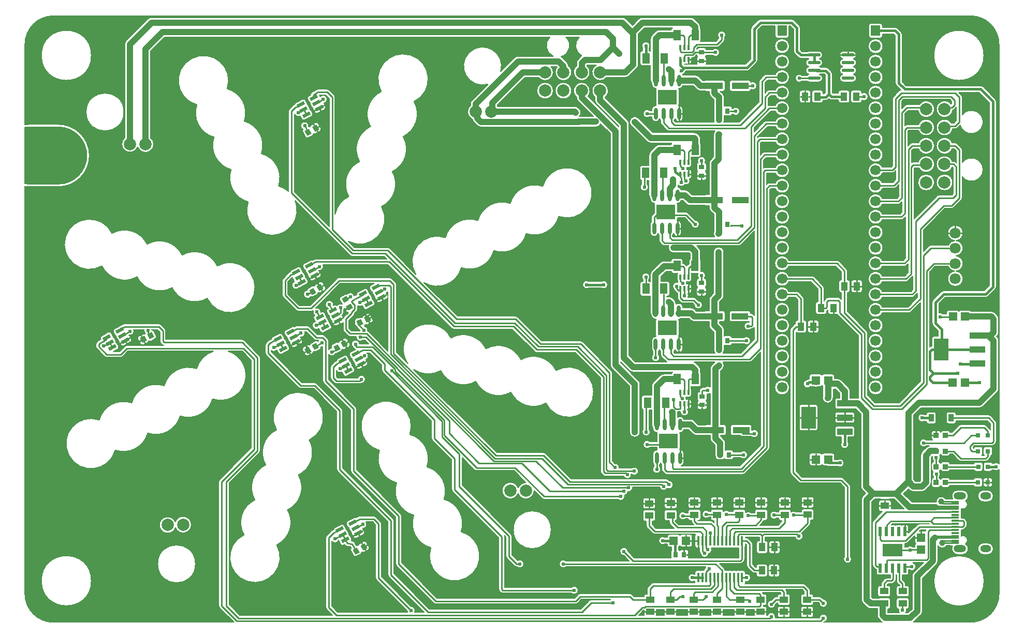
<source format=gtl>
G04 Layer: TopLayer*
G04 EasyEDA Pro v2.2.32.3, 2024-11-29 12:29:59*
G04 Gerber Generator version 0.3*
G04 Scale: 100 percent, Rotated: No, Reflected: No*
G04 Dimensions in millimeters*
G04 Leading zeros omitted, absolute positions, 3 integers and 5 decimals*
%FSLAX35Y35*%
%MOMM*%
%AMRect*21,1,$1,$2,0,0,$3*%
%ADD10C,0.2032*%
%ADD11C,0.254*%
%ADD12R,1.41X1.35001*%
%ADD13R,1.41X1.35001*%
%ADD14R,0.8X0.9*%
%ADD15Rect,0.8001X0.9X28.3*%
%ADD16Rect,0.8X0.9X28.3*%
%ADD17Rect,0.8X0.9X-152.16*%
%ADD18Rect,0.8X0.9X-151.31*%
%ADD19Rect,0.8X0.9X26.57*%
%ADD20Rect,0.8X0.9X-151.44*%
%ADD21Rect,0.8X0.9X-150.95*%
%ADD22Rect,0.8X0.9X-153.43*%
%ADD23Rect,0.8X0.9X118.86*%
%ADD24R,0.8X0.9*%
%ADD25R,2.79999X1.1*%
%ADD26R,0.9X0.8*%
%ADD27C,2.0*%
%ADD28R,0.8X0.8*%
%ADD29R,1.37701X1.13254*%
%ADD30R,0.80648X0.86401*%
%ADD31R,1.37701X1.13254*%
%ADD32R,1.13254X1.37701*%
%ADD33R,1.20752X1.70101*%
%ADD34R,0.80648X0.86401*%
%ADD35R,1.13254X1.37701*%
%ADD36R,2.49999X1.1*%
%ADD37R,2.34X3.59999*%
%ADD38R,0.6X1.5*%
%ADD39R,3.29999X2.1*%
%ADD40C,1.7*%
%ADD41R,1.524X1.7*%
%ADD42R,0.4X1.65001*%
%ADD43Rect,1.3X0.55001X27.81*%
%ADD44C,1.8*%
%ADD45O,0.60201X1.94099*%
%ADD46R,3.09801X2.41*%
%ADD47R,0.91001X1.21999*%
%ADD48O,2.045X0.58801*%
%ADD49R,1.3X0.3*%
%ADD50O,1.8X1.2*%
%ADD51O,2.0X1.2*%
%ADD52R,1.35001X1.41*%
%ADD53Rect,1.3X0.55001X29.05*%
%ADD54Rect,1.3X0.55001X28.13*%
%ADD55Rect,1.3X0.55001X27.79*%
%ADD56R,0.31501X0.84099*%
%ADD57C,0.61*%
%ADD58C,1.0*%
%ADD59C,0.6096*%
%ADD60C,0.4*%
%ADD61C,0.35*%
G75*


G04 Copper Start*
G36*
G01X35814Y7217739D02*
G01X35814Y8137613D01*
G02X111296Y8143766I75482J-459937D01*
G01X578908Y8143766D01*
G02X1044998Y7677676I0J-466090D01*
G02X578908Y7211586I-466090J0D01*
G01X111296Y7211586D01*
G02X35814Y7217739I0J466090D01*
G37*
G36*
G01X111296Y8189740D02*
G03X35814Y8184146I0J-512064D01*
G01X35814Y9500000D01*
G02X500000Y9964186I464186J0D01*
G01X15500000Y9964186D01*
G02X15964186Y9500000I0J-464186D01*
G01X15964186Y2632458D01*
G03X15884210Y2638805I-44166J-49467D01*
G01X15857360Y2638805D01*
G03X15825227Y2658805I-32133J-15814D01*
G01X15745227Y2658805D01*
G03X15709413Y2622991I0J-35814D01*
G01X15709413Y2542991D01*
G03X15745227Y2507177I35814J0D01*
G01X15825227Y2507177D01*
G03X15857360Y2527177I0J35814D01*
G01X15884210Y2527177D01*
G03X15964186Y2533524I35810J55814D01*
G01X15964186Y500000D01*
G02X15500000Y35814I-464186J0D01*
G01X14567278Y35814D01*
G03X14574380Y42168I-53577J67034D01*
G01X14688680Y156468D01*
G03X14713814Y217148I-60680J60680D01*
G01X14713814Y753103D01*
G01X14941780Y981068D01*
G03X14966914Y1041747I-60680J60680D01*
G01X14966914Y1286913D01*
G03X15037584Y1250903I69886J49799D01*
G03X15107584Y1288199I-784J85810D01*
G01X15170625Y1288199D01*
G03X15186223Y1284624I15598J32239D01*
G01X15204393Y1284624D01*
G03X15288058Y1142113I83664J-46697D01*
G01X15368057Y1142113D01*
G03X15418578Y1319339I0J95814D01*
G03X15443295Y1413924I-40508J61107D01*
G03X15352036Y1448983I-65225J-33478D01*
G01X15352036Y1460445D01*
G03X15350614Y1470439I-35814J0D01*
G03X15352036Y1480432I-34391J9994D01*
G01X15352036Y1510432D01*
G03X15350610Y1520439I-35814J0D01*
G03X15352036Y1530445I-34388J10006D01*
G01X15352036Y1546918D01*
G01X15367000Y1546918D01*
G03X15401305Y1561128I0J48514D01*
G01X15426705Y1586528D01*
G03X15440914Y1620832I-34305J34305D01*
G01X15440914Y1676400D01*
G03X15426705Y1710705I-48514J0D01*
G01X15407673Y1729737D01*
G03X15373368Y1743946I-34305J-34305D01*
G01X15352036Y1743946D01*
G01X15352036Y1760445D01*
G03X15350617Y1770425I-35814J0D01*
G03X15352036Y1780406I-34395J9981D01*
G01X15352036Y1810406D01*
G03X15350606Y1820425I-35814J0D01*
G03X15352036Y1830444I-34384J10019D01*
G01X15352036Y1860444D01*
G03X15350614Y1870438I-35814J0D01*
G03X15352036Y1880432I-34391J9994D01*
G01X15352036Y1891894D01*
G03X15443295Y1926952I26034J68537D01*
G03X15418578Y2021537I-65225J33478D01*
G03X15368057Y2198763I-50521J81412D01*
G01X15288058Y2198763D01*
G03X15204163Y2056668I0J-95814D01*
G01X15092485Y2056668D01*
G03X14994182Y2089436I-70784J-48514D01*
G03X14936003Y2003690I27519J-81282D01*
G03X14927048Y2004158I-8954J-85346D01*
G01X14541416Y2004158D01*
G01X14404067Y2141508D01*
G01X14481641Y2219081D01*
G01X14500801Y2199920D01*
G03X14561481Y2174786I60680J60680D01*
G01X14706600Y2174786D01*
G03X14767280Y2199920I0J85814D01*
G01X14830780Y2263420D01*
G03X14855914Y2324100I-60680J60680D01*
G01X14855914Y2733055D01*
G01X14875444Y2752585D01*
G03X14889594Y2685676I62664J-21698D01*
G01X14889594Y2661636D01*
G03X14860713Y2626499I6933J-35136D01*
G01X14860713Y2540099D01*
G03X14889018Y2505081I35814J0D01*
G03X14890863Y2416725I50359J-43146D01*
G01X14890863Y2401952D01*
G03X14861234Y2366676I6186J-35276D01*
G01X14861234Y2280275D01*
G03X14897048Y2244461I35814J0D01*
G01X14977696Y2244461D01*
G03X15012709Y2272742I0J35814D01*
G03X15047721Y2244461I35013J7534D01*
G01X15128369Y2244461D01*
G03X15164038Y2277055I0J35814D01*
G01X15547373Y2277055D01*
G03X15582118Y2249926I34745J8685D01*
G01X15662118Y2249926D01*
G03X15697932Y2285740I0J35814D01*
G01X15697932Y2365740D01*
G03X15662118Y2401554I-35814J0D01*
G01X15582118Y2401554D01*
G03X15547289Y2374083I0J-35814D01*
G01X15163408Y2374083D01*
G03X15128369Y2402490I-35040J-7407D01*
G01X15047721Y2402490D01*
G03X15012709Y2374210I0J-35814D01*
G03X14987891Y2401008I-35013J-7534D01*
G01X14987891Y2416725D01*
G03X14988749Y2506207I-48514J45210D01*
G03X15012187Y2532565I-11574J33892D01*
G03X15047200Y2504285I35013J7534D01*
G01X15127847Y2504285D01*
G03X15162713Y2531913I0J35814D01*
G01X15551061Y2531913D01*
G03X15585334Y2506491I34273J10392D01*
G01X15665334Y2506491D01*
G03X15701148Y2542305I0J35814D01*
G01X15701148Y2622305D01*
G03X15665334Y2658119I-35814J0D01*
G01X15585334Y2658119D01*
G03X15550140Y2628941I0J-35814D01*
G01X15163578Y2628941D01*
G03X15127847Y2662313I-35731J-2442D01*
G01X15047200Y2662313D01*
G03X15012187Y2634033I0J-35814D01*
G03X14986622Y2661045I-35013J-7534D01*
G01X14986622Y2685676D01*
G03X14995726Y2763714I-48514J45210D01*
G03X15011928Y2786656I-18811J30476D01*
G03X15046941Y2758376I35013J7534D01*
G01X15127588Y2758376D01*
G03X15163006Y2788876I0J35814D01*
G01X15201915Y2788876D01*
G01X15307295Y2683495D01*
G03X15341600Y2669286I34305J34305D01*
G01X15748000Y2669286D01*
G03X15782305Y2683495I0J48514D01*
G01X15818770Y2719961D01*
G03X15832979Y2754265I-34305J34305D01*
G01X15832979Y2761665D01*
G03X15860279Y2796452I-8514J34787D01*
G01X15860279Y2876452D01*
G03X15824465Y2912266I-35814J0D01*
G01X15744465Y2912266D01*
G03X15708651Y2876452I0J-35814D01*
G01X15708651Y2796452D01*
G03X15725117Y2766314I35814J0D01*
G01X15684949Y2766314D01*
G03X15700386Y2795766I-20377J29452D01*
G01X15700386Y2875766D01*
G03X15664572Y2911580I-35814J0D01*
G01X15584572Y2911580D01*
G03X15549785Y2884280I0J-35814D01*
G01X15548529Y2884280D01*
G01X15542514Y2890295D01*
G01X15542514Y2900905D01*
G01X15564895Y2923286D01*
G01X15849600Y2923286D01*
G03X15883905Y2937495I0J48514D01*
G01X15909305Y2962895D01*
G03X15923514Y2997200I-34305J34305D01*
G01X15923514Y3302000D01*
G03X15909305Y3336305I-48514J0D01*
G01X15829352Y3416257D01*
G03X15795048Y3430466I-34305J-34305D01*
G01X15265377Y3430466D01*
G01X15265377Y3442951D01*
G03X15229563Y3478765I-35814J0D01*
G01X15138562Y3478765D01*
G03X15102748Y3442951I0J-35814D01*
G01X15102748Y3320953D01*
G03X15138562Y3285139I35814J0D01*
G01X15229563Y3285139D01*
G03X15265377Y3320953I0J35814D01*
G01X15265377Y3333438D01*
G01X15774953Y3333438D01*
G01X15826486Y3281905D01*
G01X15826486Y3187586D01*
G03X15818024Y3198985I-42766J-22905D01*
G01X15756905Y3260105D01*
G03X15722600Y3274314I-34305J-34305D01*
G01X15341600Y3274314D01*
G03X15307295Y3260105I0J-48514D01*
G01X15194505Y3147314D01*
G01X15161561Y3147314D01*
G03X15127312Y3172657I-34249J-10471D01*
G01X15046665Y3172657D01*
G03X15011652Y3144377I0J-35814D01*
G03X14976640Y3172657I-35013J-7534D01*
G01X14895992Y3172657D01*
G03X14860178Y3136843I0J-35814D01*
G01X14860178Y3050442D01*
G03X14876629Y3020314I35814J0D01*
G01X14777210Y3020314D01*
G03X14665686Y2971800I-45210J-48514D01*
G03X14777210Y2923286I66314J0D01*
G01X14823142Y2923286D01*
G03X14780131Y2899990I17668J-83975D01*
G01X14709420Y2829280D01*
G03X14684286Y2768600I60680J-60680D01*
G01X14684286Y2359645D01*
G01X14671055Y2346414D01*
G01X14597026Y2346414D01*
G01X14567455Y2375986D01*
G01X14567455Y3422495D01*
G01X14691345Y3546386D01*
G01X15646400Y3546386D01*
G03X15707080Y3571520I0J85814D01*
G01X15935680Y3800120D01*
G03X15960814Y3860800I-60680J60680D01*
G01X15960814Y4648200D01*
G03X15935680Y4708880I-85814J0D01*
G01X15928243Y4716316D01*
G01X15935680Y4723753D01*
G03X15960814Y4784433I-60680J60680D01*
G01X15960814Y5003800D01*
G03X15935680Y5064480I-85814J0D01*
G01X15899510Y5100649D01*
G03X15838830Y5125784I-60680J-60680D01*
G01X15511704Y5125783D01*
G03X15480926Y5143284I-30777J-18314D01*
G01X15339926Y5143284D01*
G03X15310426Y5127778I0J-35814D01*
G03X15280927Y5143284I-29500J-20308D01*
G01X15139926Y5143284D01*
G03X15104112Y5107470I0J-35814D01*
G01X15104112Y5084302D01*
G01X15047130Y5084302D01*
G03X14981534Y5098891I-45210J-48514D01*
G01X14981534Y5250601D01*
G01X15085319Y5354386D01*
G01X15748000Y5354386D01*
G03X15787466Y5370734I0J55814D01*
G01X15905772Y5489039D01*
G03X15922119Y5528505I-39466J39466D01*
G01X15922119Y8563111D01*
G03X15905772Y8602578I-55814J0D01*
G01X15701769Y8806580D01*
G03X15662303Y8822928I-39466J-39466D01*
G01X14446205Y8822928D01*
G01X14381414Y8887719D01*
G01X14381414Y9662800D01*
G03X14365066Y9702267I-55814J0D01*
G01X14305528Y9761805D01*
G03X14266062Y9778152I-39466J-39466D01*
G01X14059221Y9778152D01*
G01X14059221Y9807338D01*
G03X14023407Y9843152I-35814J0D01*
G01X13871007Y9843152D01*
G03X13835193Y9807338I0J-35814D01*
G01X13835193Y9637338D01*
G03X13871007Y9601524I35814J0D01*
G01X14023407Y9601524D01*
G03X14059221Y9637338I0J35814D01*
G01X14059221Y9666524D01*
G01X14242943Y9666524D01*
G01X14269786Y9639681D01*
G01X14269786Y8864600D01*
G03X14286134Y8825134I55814J0D01*
G01X14359022Y8752246D01*
G03X14334656Y8739065I9939J-47485D01*
G01X14240495Y8644905D01*
G03X14226286Y8610600I34305J-34305D01*
G01X14226286Y7513095D01*
G01X14203905Y7490714D01*
G01X14055092Y7490714D01*
G03X13826562Y7429936I-107885J-54376D01*
G03X14060241Y7393686I120644J6402D01*
G01X14224000Y7393686D01*
G03X14258305Y7407895I0J48514D01*
G01X14277086Y7426677D01*
G01X14277086Y7284495D01*
G01X14229305Y7236714D01*
G01X14055092Y7236714D01*
G03X13826562Y7175936I-107885J-54376D01*
G03X14060241Y7139686I120644J6402D01*
G01X14249400Y7139686D01*
G03X14283705Y7153895I0J48514D01*
G01X14327886Y7198077D01*
G01X14327886Y7005095D01*
G01X14299643Y6976852D01*
G01X14057852Y6976852D01*
G03X13826393Y6928338I-110645J-48514D01*
G03X14057852Y6879824I120814J0D01*
G01X14319738Y6879824D01*
G03X14354043Y6894034I0J48514D01*
G01X14378686Y6918677D01*
G01X14378686Y6751095D01*
G01X14350443Y6722852D01*
G01X14057852Y6722852D01*
G03X13826393Y6674338I-110645J-48514D01*
G03X14057852Y6625824I120814J0D01*
G01X14370538Y6625824D01*
G03X14404843Y6640034I0J48514D01*
G01X14436925Y6672116D01*
G01X14436925Y5996535D01*
G01X14401243Y5960852D01*
G01X14057852Y5960852D01*
G03X13826393Y5912338I-110645J-48514D01*
G03X14057852Y5863824I120814J0D01*
G01X14421338Y5863824D01*
G03X14455643Y5878034I0J48514D01*
G01X14480286Y5902677D01*
G01X14480286Y5760495D01*
G01X14426643Y5706852D01*
G01X14057852Y5706852D01*
G03X13826393Y5658338I-110645J-48514D01*
G03X14057852Y5609824I120814J0D01*
G01X14446738Y5609824D01*
G03X14481043Y5624034I0J48514D01*
G01X14556486Y5699477D01*
G01X14556486Y5481095D01*
G01X14528243Y5452852D01*
G01X14057852Y5452852D01*
G03X13826393Y5404338I-110645J-48514D01*
G03X14057852Y5355824I120814J0D01*
G01X14548338Y5355824D01*
G03X14582643Y5370034I0J48514D01*
G01X14632686Y5420077D01*
G01X14632686Y5354095D01*
G01X14477443Y5198852D01*
G01X14057852Y5198852D01*
G03X13826393Y5150338I-110645J-48514D01*
G03X14057852Y5101824I120814J0D01*
G01X14497538Y5101824D01*
G03X14531843Y5116034I0J48514D01*
G01X14683486Y5267677D01*
G01X14683486Y3982495D01*
G01X14330905Y3629914D01*
G01X13939295Y3629914D01*
G01X13815314Y3753895D01*
G01X13815314Y4774549D01*
G03X13801105Y4808854I-48514J0D01*
G01X13486063Y5123895D01*
G01X13486063Y5432535D01*
G01X13494176Y5432535D01*
G03X13529990Y5468349I0J35814D01*
G01X13529990Y5606051D01*
G03X13494176Y5641865I-35814J0D01*
G01X13484463Y5641865D01*
G01X13484463Y5791851D01*
G03X13470254Y5826156I-48514J0D01*
G01X13349766Y5946643D01*
G03X13315462Y5960852I-34305J-34305D01*
G01X12527336Y5960852D01*
G03X12295877Y5912338I-110645J-48514D01*
G03X12527336Y5863824I120814J0D01*
G01X13295367Y5863824D01*
G01X13387435Y5771756D01*
G01X13387435Y5641865D01*
G01X13380922Y5641865D01*
G03X13345108Y5606051I0J-35814D01*
G01X13345108Y5468349D01*
G03X13380922Y5432535I35814J0D01*
G01X13389035Y5432535D01*
G01X13389035Y5322523D01*
G01X13368654Y5342905D01*
G03X13334349Y5357114I-34305J-34305D01*
G01X13174510Y5357114D01*
G03X13140205Y5342905I0J-48514D01*
G01X13114805Y5317505D01*
G03X13103463Y5299632I34305J-34305D01*
G01X13103463Y5512451D01*
G03X13089254Y5546756I-48514J0D01*
G01X12943366Y5692643D01*
G03X12909062Y5706852I-34305J-34305D01*
G01X12527336Y5706852D01*
G03X12295877Y5658338I-110645J-48514D01*
G03X12527336Y5609824I120814J0D01*
G01X12888967Y5609824D01*
G01X13006435Y5492356D01*
G01X13006435Y5286265D01*
G01X12999922Y5286265D01*
G03X12964108Y5250451I0J-35814D01*
G01X12964108Y5112749D01*
G03X12999922Y5076935I35814J0D01*
G01X13113176Y5076935D01*
G03X13148990Y5112749I0J35814D01*
G01X13148990Y5136486D01*
G03X13164108Y5146001I-17841J45114D01*
G01X13164108Y5112749D01*
G03X13199922Y5076935I35814J0D01*
G01X13313176Y5076935D01*
G03X13320401Y5077672I0J35814D01*
G03X13325444Y5071746I39348J28379D01*
G01X13667486Y4729705D01*
G01X13667486Y3708400D01*
G03X13667902Y3702058I48514J0D01*
G03X13654741Y3703073I-13162J-84799D01*
G01X13586038Y3703073D01*
G03X13567786Y3708073I-18252J-30814D01*
G01X13528600Y3708073D01*
G01X13528600Y3819053D01*
G03X13503466Y3879733I-85814J0D01*
G01X13384271Y3998927D01*
G03X13323591Y4024062I-60680J-60680D01*
G01X13275905Y4024062D01*
G01X13275905Y4064363D01*
G03X13240091Y4100177I-35814J0D01*
G01X13099091Y4100177D01*
G03X13069591Y4084671I0J-35814D01*
G03X13040092Y4100177I-29500J-20308D01*
G01X12899091Y4100177D01*
G03X12863277Y4064363I0J-35814D01*
G01X12863277Y4020892D01*
G01X12857521Y4020892D01*
G03X12818055Y4004545I0J-55814D01*
G01X12816546Y4003036D01*
G03X12774544Y3902962I14145J-64788D01*
G03X12882932Y3897401I56147J35285D01*
G03X12899091Y3893548I16160J31961D01*
G01X12936168Y3893548D01*
G03X13003015Y3893548I33424J44700D01*
G01X13040092Y3893548D01*
G03X13069591Y3909054I0J35814D01*
G03X13083777Y3896987I29500J20308D01*
G01X13083777Y3746050D01*
G03X13221571Y3647720I77114J-37650D01*
G01X13230271Y3656421D01*
G03X13255405Y3717100I-60680J60680D01*
G01X13255405Y3852434D01*
G01X13288046Y3852434D01*
G01X13356972Y3783508D01*
G01X13356972Y3708073D01*
G01X13317786Y3708073D01*
G03X13281972Y3672259I0J-35814D01*
G01X13281972Y3562260D01*
G03X13317786Y3526446I35814J0D01*
G01X13567786Y3526446D01*
G03X13586038Y3531445I0J35814D01*
G01X13619195Y3531445D01*
G01X13706386Y3444255D01*
G01X13706386Y2260600D01*
G03X13731520Y2199920I85814J0D01*
G01X13785141Y2146300D01*
G01X13741028Y2102187D01*
G03X13715893Y2041507I60680J-60680D01*
G01X13715893Y406400D01*
G03X13741028Y345720I85814J0D01*
G01X13804180Y282569D01*
G03X13864859Y257434I60680J60680D01*
G01X13975084Y257434D01*
G01X13975084Y149250D01*
G03X14000219Y88570I85814J0D01*
G01X14046621Y42168D01*
G03X14053723Y35814I60680J60680D01*
G01X13095951Y35814D01*
G03X13139370Y148276I-4082J66188D01*
G03X13025810Y107814I-47500J-46274D01*
G01X12306278Y107814D01*
G03X12263960Y189847I-63478J19186D01*
G03X12180645Y150114I-21160J-62847D01*
G01X12169665Y150114D01*
G01X12169665Y261427D01*
G03X12133851Y297241I-35814J0D01*
G01X12111786Y297241D01*
G03X12113514Y310073I-46786J12832D01*
G01X12113514Y312359D01*
G01X12133851Y312359D01*
G03X12169665Y348173I0J35814D01*
G01X12169665Y461427D01*
G03X12133851Y497241I-35814J0D01*
G01X12111252Y497241D01*
G03X12099305Y516905I-46252J-14641D01*
G01X12098484Y517725D01*
G01X12393065Y517725D01*
G01X12397486Y513305D01*
G01X12397486Y497241D01*
G01X12377149Y497241D01*
G03X12341335Y461427I0J-35814D01*
G01X12341335Y453314D01*
G01X12317400Y453314D01*
G03X12283095Y439104I0J-48514D01*
G01X12240464Y396473D01*
G03X12195909Y283309I2336J-66273D01*
G03X12309073Y327864I46891J46891D01*
G01X12337495Y356286D01*
G01X12341335Y356286D01*
G01X12341335Y348173D01*
G03X12377149Y312359I35814J0D01*
G01X12514851Y312359D01*
G03X12550665Y348173I0J35814D01*
G01X12550665Y461427D01*
G03X12514851Y497241I-35814J0D01*
G01X12494514Y497241D01*
G01X12494514Y533400D01*
G03X12480305Y567705I-48514J0D01*
G01X12479484Y568525D01*
G01X12748665Y568525D01*
G01X12778486Y538705D01*
G01X12778486Y497241D01*
G01X12758149Y497241D01*
G03X12722335Y461427I0J-35814D01*
G01X12722335Y348173D01*
G03X12758149Y312359I35814J0D01*
G01X12895851Y312359D01*
G03X12931665Y348173I0J35814D01*
G01X12931665Y357886D01*
G01X13010104Y357886D01*
G01X13025597Y342394D01*
G03X13138761Y297839I66273J2336D01*
G03X13094206Y411003I-46891J46891D01*
G01X13064504Y440705D01*
G03X13030199Y454915I-34305J-34305D01*
G01X12931665Y454914D01*
G01X12931665Y461427D01*
G03X12895851Y497241I-35814J0D01*
G01X12875514Y497241D01*
G01X12875514Y558800D01*
G03X12861305Y593105I-48514J0D01*
G01X12803065Y651344D01*
G03X12768761Y665553I-34305J-34305D01*
G01X11813873Y665553D01*
G03X11817894Y682040I-31794J16486D01*
G01X11817894Y700861D01*
G03X11902714Y764540I18506J63679D01*
G03X11817894Y828219I-66314J0D01*
G01X11817894Y847040D01*
G03X11782080Y882854I-35814J0D01*
G01X11742080Y882854D01*
G03X11729593Y880607I0J-35814D01*
G03X11717106Y882854I-12487J-33567D01*
G01X11677106Y882854D01*
G03X11664607Y880602I0J-35814D01*
G03X11652108Y882854I-12499J-33562D01*
G01X11612108Y882854D01*
G03X11599609Y880602I0J-35814D01*
G03X11587109Y882854I-12499J-33562D01*
G01X11547109Y882854D01*
G03X11534610Y880602I0J-35814D01*
G03X11522111Y882854I-12499J-33562D01*
G01X11485591Y882854D01*
G03X11471391Y916218I-48505J-941D01*
G01X11394723Y992886D01*
G01X11734800Y992886D01*
G03X11769105Y1007095I0J48514D01*
G01X11794505Y1032495D01*
G03X11808714Y1066800I-34305J34305D01*
G01X11808714Y1262617D01*
G03X11817894Y1286560I-26634J23943D01*
G01X11817894Y1320546D01*
G01X11818845Y1320546D01*
G01X11838686Y1300705D01*
G01X11838686Y965200D01*
G03X11852895Y930895I48514J0D01*
G01X11929095Y854695D01*
G03X11963400Y840486I34305J34305D01*
G01X11994543Y840486D01*
G01X11994543Y813779D01*
G03X12030357Y777965I35814J0D01*
G01X12143611Y777965D01*
G03X12179425Y813779I0J35814D01*
G01X12179425Y951480D01*
G03X12143611Y987294I-35814J0D01*
G01X12030357Y987294D01*
G03X11994543Y951480I0J-35814D01*
G01X11994543Y937514D01*
G01X11983495Y937514D01*
G01X11935714Y985295D01*
G01X11935714Y1320800D01*
G03X11921505Y1355105I-48514J0D01*
G01X11873245Y1403365D01*
G03X11838940Y1417574I-34305J-34305D01*
G01X11817894Y1417574D01*
G01X11817894Y1430947D01*
G01X12043570Y1430947D01*
G01X12043570Y1369799D01*
G01X12035457Y1369799D01*
G03X11999643Y1333985I0J-35814D01*
G01X11999643Y1196284D01*
G03X12035457Y1160470I35814J0D01*
G01X12148711Y1160470D01*
G03X12184525Y1196284I0J35814D01*
G01X12184525Y1333985D01*
G03X12148711Y1369799I-35814J0D01*
G01X12140598Y1369799D01*
G01X12140598Y1430505D01*
G01X12629000Y1430505D01*
G03X12727168Y1385858I65064J12814D01*
G03X12737787Y1493178I-33103J57461D01*
G01X12868997Y1624388D01*
G03X12883206Y1658692I-34305J34305D01*
G01X12883206Y1705102D01*
G01X12903543Y1705102D01*
G03X12939357Y1740916I0J35814D01*
G01X12939357Y1854170D01*
G03X12903543Y1889984I-35814J0D01*
G01X12765842Y1889984D01*
G03X12730028Y1854170I0J-35814D01*
G01X12730028Y1838637D01*
G01X12652573Y1838637D01*
G03X12568021Y1843506I-45210J-48514D01*
G01X12568021Y1848646D01*
G03X12532207Y1884460I-35814J0D01*
G01X12394506Y1884460D01*
G03X12358692Y1848646I0J-35814D01*
G01X12358692Y1840533D01*
G01X12329145Y1840533D01*
G03X12219803Y1787339I-43086J-50410D01*
G03X12333222Y1743505I66256J2784D01*
G01X12358692Y1743505D01*
G01X12358692Y1735393D01*
G03X12394506Y1699579I35814J0D01*
G01X12414842Y1699579D01*
G01X12414842Y1688451D01*
G01X12349705Y1623314D01*
G01X12055123Y1623314D01*
G01X12110795Y1678986D01*
G03X12123786Y1702487I-34305J34305D01*
G01X12145341Y1702487D01*
G03X12181155Y1738301I0J35814D01*
G01X12181155Y1851555D01*
G03X12145341Y1887369I-35814J0D01*
G01X12007640Y1887369D01*
G03X11971826Y1851555I0J-35814D01*
G01X11971826Y1828437D01*
G01X11907964Y1828437D01*
G03X11822442Y1832578I-45210J-48514D01*
G01X11822442Y1849069D01*
G03X11786628Y1884883I-35814J0D01*
G01X11648927Y1884883D01*
G03X11613226Y1851914I0J-35814D01*
G01X11551410Y1851914D01*
G03X11457046Y1847913I-45210J-48514D01*
G01X11457046Y1850679D01*
G03X11421232Y1886493I-35814J0D01*
G01X11283531Y1886493D01*
G03X11247738Y1851914I0J-35814D01*
G01X11221210Y1851914D01*
G03X11109686Y1803400I-45210J-48514D01*
G03X11221210Y1754886I66314J0D01*
G01X11247717Y1754886D01*
G01X11247717Y1737426D01*
G03X11283531Y1701612I35814J0D01*
G01X11305286Y1701612D01*
G01X11305286Y1666523D01*
G01X11286505Y1685305D01*
G03X11252200Y1699514I-34305J-34305D01*
G01X11043695Y1699514D01*
G01X11043207Y1700002D01*
G01X11052219Y1700002D01*
G03X11088033Y1735816I0J35814D01*
G01X11088033Y1849069D01*
G03X11052219Y1884883I-35814J0D01*
G01X10914518Y1884883D01*
G03X10878704Y1849069I0J-35814D01*
G01X10878704Y1826514D01*
G01X10840210Y1826514D01*
G03X10728686Y1778000I-45210J-48514D01*
G03X10840210Y1729486I66314J0D01*
G01X10879267Y1729486D01*
G03X10914518Y1700002I35250J6330D01*
G01X10934854Y1700002D01*
G01X10934854Y1691232D01*
G03X10949064Y1656927I48514J0D01*
G01X10971038Y1634953D01*
G01X10727959Y1634953D01*
G01X10669677Y1693235D01*
G01X10669677Y1695262D01*
G03X10700428Y1730716I-5063J35454D01*
G01X10700428Y1843969D01*
G03X10664614Y1879783I-35814J0D01*
G01X10526913Y1879783D01*
G03X10491099Y1843969I0J-35814D01*
G01X10491099Y1730716D01*
G03X10526913Y1694902I35814J0D01*
G01X10572649Y1694902D01*
G01X10572649Y1673139D01*
G03X10586858Y1638835I48514J0D01*
G01X10653179Y1572514D01*
G01X10357895Y1572514D01*
G01X10292373Y1638037D01*
G01X10292373Y1689802D01*
G01X10312709Y1689802D01*
G03X10348523Y1725616I0J35814D01*
G01X10348523Y1838869D01*
G03X10312709Y1874683I-35814J0D01*
G01X10175008Y1874683D01*
G03X10139194Y1838869I0J-35814D01*
G01X10139194Y1725616D01*
G03X10175008Y1689802I35814J0D01*
G01X10195345Y1689802D01*
G01X10195345Y1617941D01*
G03X10209554Y1583637I48514J0D01*
G01X10303495Y1489695D01*
G03X10337800Y1475486I34305J34305D01*
G01X11000471Y1475486D01*
G03X10991306Y1451560I26650J-23926D01*
G01X10991306Y1286560D01*
G03X11027120Y1250746I35814J0D01*
G01X11063605Y1250746D01*
G01X11063605Y1201620D01*
G03X11077814Y1167315I48514J0D01*
G01X11084327Y1160802D01*
G03X11148693Y1096852I66273J2336D01*
G03X11216629Y1156997I1907J66287D01*
G03X11261355Y1193203I-15229J64542D01*
G03X11260936Y1250746I-59955J28336D01*
G01X11262116Y1250746D01*
G03X11274616Y1252998I0J35814D01*
G03X11287115Y1250746I12499J33562D01*
G01X11327115Y1250746D01*
G03X11339614Y1252998I0J35814D01*
G03X11352113Y1250746I12499J33562D01*
G01X11392113Y1250746D01*
G03X11404600Y1252993I0J35814D01*
G03X11417087Y1250746I12487J33567D01*
G01X11457087Y1250746D01*
G03X11469599Y1253002I0J35814D01*
G03X11482111Y1250746I12512J33557D01*
G01X11522111Y1250746D01*
G03X11534610Y1252998I0J35814D01*
G03X11547109Y1250746I12499J33562D01*
G01X11587109Y1250746D01*
G03X11599609Y1252998I0J35814D01*
G03X11612108Y1250746I12499J33562D01*
G01X11652108Y1250746D01*
G03X11664607Y1252998I0J35814D01*
G03X11677106Y1250746I12499J33562D01*
G01X11711686Y1250746D01*
G01X11711686Y1089914D01*
G01X10889092Y1089914D01*
G03X10890016Y1098000I-34889J8086D01*
G01X10890016Y1188000D01*
G03X10854202Y1223814I-35814J0D01*
G01X10774202Y1223814D01*
G03X10744200Y1207557I0J-35814D01*
G03X10723814Y1222499I-30002J-19557D01*
G01X10723814Y1269464D01*
G03X10744200Y1283791I-9114J34635D01*
G03X10773700Y1268286I29500J20308D01*
G01X10914700Y1268286D01*
G03X10950514Y1304100I0J35814D01*
G01X10950514Y1439101D01*
G03X10914700Y1474915I-35814J0D01*
G01X10773700Y1474915D01*
G03X10744200Y1459409I0J-35814D01*
G03X10714700Y1474915I-29500J-20308D01*
G01X10573700Y1474915D01*
G03X10537886Y1439101I0J-35814D01*
G01X10537886Y1427414D01*
G01X10500610Y1427414D01*
G03X10398486Y1371600I-35810J-55814D01*
G03X10500610Y1315786I66314J0D01*
G01X10537886Y1315786D01*
G01X10537886Y1304100D01*
G03X10573700Y1268286I35814J0D01*
G01X10612186Y1268286D01*
G01X10612186Y1216251D01*
G03X10598384Y1188000I22012J-28251D01*
G01X10598384Y1098000D01*
G03X10599308Y1089914I35814J0D01*
G01X10002295Y1089914D01*
G01X9896073Y1196136D01*
G03X9782909Y1240691I-66273J-2336D01*
G03X9827464Y1127527I46891J-46891D01*
G01X9915877Y1039114D01*
G01X8884410Y1039114D01*
G03X8772886Y990600I-45210J-48514D01*
G03X8884410Y942086I66314J0D01*
G01X11166542Y942086D01*
G03X11160527Y916736I60258J-27686D01*
G01X11142813Y899022D01*
G03X11132121Y882854I34305J-34305D01*
G01X11092119Y882854D01*
G03X11079620Y880602I0J-35814D01*
G03X11067120Y882854I-12499J-33562D01*
G01X11027120Y882854D01*
G03X10991306Y847040I0J-35814D01*
G01X10991306Y820354D01*
G01X10983210Y820354D01*
G03X10881086Y764540I-35810J-55814D01*
G03X10983210Y708726I66314J0D01*
G01X10991306Y708726D01*
G01X10991306Y683514D01*
G01X10312400Y683514D01*
G03X10278095Y669305I0J-48514D01*
G01X10227295Y618505D01*
G03X10213086Y584200I34305J-34305D01*
G01X10213086Y497241D01*
G01X10192749Y497241D01*
G03X10156935Y461427I0J-35814D01*
G01X10156935Y454914D01*
G01X10002295Y454914D01*
G01X9965705Y491505D01*
G03X9931400Y505714I-34305J-34305D01*
G01X9118600Y505714D01*
G03X9084295Y491505I0J-48514D01*
G01X9022305Y429514D01*
G01X6776495Y429514D01*
G01X6195314Y1010695D01*
G01X6195314Y1778000D01*
G03X6181105Y1812305I-48514J0D01*
G01X5458714Y2534695D01*
G01X5458714Y3530600D01*
G03X5444505Y3564905I-48514J0D01*
G01X5001514Y4007895D01*
G01X5001514Y4422242D01*
G03X5114801Y4435708I52651J40316D01*
G03X5137034Y4439428I5507J35388D01*
G01X5207773Y4476790D01*
G03X5226710Y4505177I-16726J31668D01*
G03X5260831Y4504815I17395J31306D01*
G01X5331570Y4542178D01*
G03X5346512Y4590572I-16726J31668D01*
G01X5304479Y4670153D01*
G03X5256084Y4685095I-31668J-16726D01*
G01X5185346Y4647732D01*
G03X5166409Y4619346I16726J-31668D01*
G03X5132287Y4619708I-17395J-31306D01*
G01X5061548Y4582345D01*
G03X5046606Y4533951I16726J-31668D01*
G01X5049380Y4528699D01*
G03X5001514Y4502874I4785J-66141D01*
G01X5001514Y4648200D01*
G03X4987305Y4682505I-48514J0D01*
G01X4936505Y4733305D01*
G03X4902200Y4747514I-34305J-34305D01*
G01X4820695Y4747514D01*
G01X4693942Y4874267D01*
G03X4659637Y4888477I-34305J-34305D01*
G01X4477860Y4888477D01*
G03X4455217Y4882868I0J-48514D01*
G01X4443190Y4876521D01*
G03X4407456Y4877654I-18851J-30452D01*
G01X4292808Y4816370D01*
G03X4278107Y4767902I16883J-31585D01*
G01X4304035Y4719396D01*
G03X4319342Y4704378I31585J16883D01*
G03X4323439Y4684412I35681J-3083D01*
G01X4349367Y4635906D01*
G03X4363694Y4621408I31585J16883D01*
G03X4367677Y4600337I35568J-4187D01*
G01X4393606Y4551831D01*
G03X4442074Y4537130I31585J16883D01*
G01X4556722Y4598414D01*
G03X4571423Y4646883I-16883J31585D01*
G01X4545495Y4695389D01*
G03X4540153Y4702876I-31585J-16883D01*
G03X4600903Y4726963I9106J65686D01*
G03X4611498Y4791449I-51644J41599D01*
G01X4639542Y4791449D01*
G01X4766295Y4664695D01*
G03X4800600Y4650486I34305J34305D01*
G01X4838091Y4650486D01*
G03X4828948Y4633948I52872J-40026D01*
G03X4782940Y4644506I-29029J-20975D01*
G01X4712502Y4606578D01*
G03X4693793Y4578041I16979J-31533D01*
G03X4659670Y4578130I-17144J-31444D01*
G01X4589232Y4540202D01*
G03X4574679Y4491690I16979J-31533D01*
G01X4617347Y4412447D01*
G03X4665860Y4397894I31533J16979D01*
G01X4736298Y4435822D01*
G03X4755007Y4464359I-16979J31533D01*
G03X4789130Y4464270I17144J31444D01*
G01X4859568Y4502198D01*
G03X4876313Y4545784I-16979J31533D01*
G03X4904486Y4545539I14650J64676D01*
G01X4904486Y3987800D01*
G03X4918695Y3953495I48514J0D01*
G01X5361686Y3510505D01*
G01X5361686Y2514600D01*
G03X5375895Y2480295I48514J0D01*
G01X6098286Y1757905D01*
G01X6098286Y990600D01*
G03X6112495Y956295I48514J0D01*
G01X6722095Y346695D01*
G03X6756400Y332486I34305J34305D01*
G01X9042400Y332486D01*
G03X9076705Y346695I0J48514D01*
G01X9138695Y408686D01*
G01X9612258Y408686D01*
G03X9606790Y404114I39742J-53086D01*
G01X9296400Y404114D01*
G03X9262095Y389905I0J-48514D01*
G01X9123905Y251714D01*
G01X6649495Y251714D01*
G01X6068314Y832895D01*
G01X6068314Y1701800D01*
G03X6054105Y1736105I-48514J0D01*
G01X5230114Y2560095D01*
G01X5230114Y3505200D01*
G03X5215905Y3539505I-48514J0D01*
G01X4809505Y3945905D01*
G03X4775200Y3960114I-34305J-34305D01*
G01X4566695Y3960114D01*
G01X4061714Y4465095D01*
G01X4061714Y4484202D01*
G03X4110072Y4467799I43839J49756D01*
G03X4155750Y4490625I-4519J66160D01*
G03X4157113Y4487781I32947J14040D01*
G01X4183041Y4439275D01*
G03X4231510Y4424574I31585J16883D01*
G01X4346157Y4485858D01*
G03X4360859Y4534326I-16883J31585D01*
G01X4334930Y4582832D01*
G03X4320118Y4597593I-31585J-16883D01*
G03X4316073Y4618109I-35629J3633D01*
G01X4290145Y4666615D01*
G03X4275333Y4681375I-31585J-16883D01*
G03X4271288Y4701891I-35629J3633D01*
G01X4245359Y4750397D01*
G03X4196891Y4765098I-31585J-16883D01*
G01X4082243Y4703814D01*
G03X4063344Y4673727I16883J-31585D01*
G01X4025847Y4652844D01*
G03X4015148Y4644764I23605J-42384D01*
G01X3978895Y4608512D01*
G03X3964686Y4574207I34305J-34305D01*
G01X3964686Y4445000D01*
G03X3978895Y4410695I48514J0D01*
G01X4512295Y3877295D01*
G03X4546600Y3863086I34305J34305D01*
G01X4755105Y3863086D01*
G01X5133086Y3485105D01*
G01X5133086Y2540000D01*
G03X5147295Y2505695I48514J0D01*
G01X5971286Y1681705D01*
G01X5971286Y812800D01*
G03X5985495Y778495I48514J0D01*
G01X6563077Y200914D01*
G01X6410258Y200914D01*
G03X6352336Y294873I-60258J27686D01*
G01X5865114Y782095D01*
G01X5865114Y1651000D01*
G03X5850905Y1685305I-48514J0D01*
G01X5774705Y1761505D01*
G03X5740400Y1775714I-34305J-34305D01*
G01X5511800Y1775714D01*
G03X5488597Y1769806I0J-48514D01*
G01X5454084Y1751010D01*
G03X5422932Y1749913I-14441J-32773D01*
G01X5307952Y1689254D01*
G03X5292987Y1640867I16711J-31676D01*
G01X5318651Y1592220D01*
G03X5333876Y1577119I31676J16711D01*
G03X5337863Y1557131I35664J-3277D01*
G01X5363527Y1508484D01*
G03X5377774Y1493909I31676J16711D01*
G03X5381643Y1472817I35545J-4381D01*
G01X5407307Y1424170D01*
G03X5455694Y1409205I31676J16711D01*
G01X5570675Y1469864D01*
G03X5585640Y1518251I-16711J31676D01*
G01X5559976Y1566898D01*
G03X5557570Y1570824I-31676J-16711D01*
G03X5618551Y1607799I1502J66297D01*
G03X5610743Y1678686I-59479J29322D01*
G01X5720305Y1678686D01*
G01X5768086Y1630905D01*
G01X5768086Y762000D01*
G03X5782295Y727695I48514J0D01*
G01X6283727Y226264D01*
G03X6289742Y200914I66273J2336D01*
G01X5150895Y200914D01*
G01X5052314Y299495D01*
G01X5052314Y1362466D01*
G03X5166350Y1376943I52852J40053D01*
G03X5170468Y1361410I35795J1177D01*
G01X5196132Y1312763D01*
G03X5244520Y1297798I31676J16711D01*
G01X5259806Y1305862D01*
G01X5261449Y1302839D01*
G03X5301042Y1277598I42619J23178D01*
G01X5356311Y1274143D01*
G01X5370494Y1248916D01*
G03X5363935Y1205944I24859J-25781D01*
G01X5407136Y1126990D01*
G03X5455745Y1112763I31418J17191D01*
G01X5525926Y1151164D01*
G03X5544443Y1179827I-17191J31418D01*
G03X5578566Y1179967I16932J31559D01*
G01X5648747Y1218368D01*
G03X5662974Y1266977I-17191J31418D01*
G01X5619773Y1345930D01*
G03X5571164Y1360158I-31418J-17191D01*
G01X5500983Y1321757D01*
G03X5482466Y1293094I17191J-31418D01*
G03X5455398Y1295885I-16932J-31559D01*
G01X5427958Y1344692D01*
G03X5388696Y1369337I-42289J-23775D01*
G01X5372637Y1370340D01*
G03X5374465Y1406844I-29848J19793D01*
G01X5348801Y1455491D01*
G03X5334070Y1470331I-31676J-16711D01*
G03X5330137Y1490869I-35609J3827D01*
G01X5304473Y1539516D01*
G03X5289741Y1554356I-31676J-16711D01*
G03X5285809Y1574894I-35609J3827D01*
G01X5260145Y1623541D01*
G03X5211757Y1638506I-31676J-16711D01*
G01X5096777Y1577847D01*
G03X5078196Y1552263I16711J-31676D01*
G01X5057750Y1541711D01*
G03X5045695Y1532905I22250J-43111D01*
G01X4969495Y1456705D01*
G03X4955286Y1422400I34305J-34305D01*
G01X4955286Y279400D01*
G03X4969495Y245095I48514J0D01*
G01X5064477Y150114D01*
G01X3550695Y150114D01*
G01X3375914Y324895D01*
G01X3375914Y2317792D01*
G01X3869705Y2811582D01*
G03X3883914Y2845887I-34305J34305D01*
G01X3883914Y4368800D01*
G03X3869705Y4403105I-48514J0D01*
G01X3620505Y4652304D01*
G03X3586201Y4666513I-34305J-34305D01*
G01X2338544Y4666513D01*
G01X2338544Y4809362D01*
G03X2324335Y4843667I-48514J0D01*
G01X2258034Y4909968D01*
G03X2223729Y4924177I-34305J-34305D01*
G01X1667822Y4924177D01*
G03X1644444Y4918173I0J-48514D01*
G01X1621775Y4905707D01*
G03X1608021Y4901385I3639J-35629D01*
G01X1494381Y4838252D01*
G03X1480467Y4789552I17393J-31307D01*
G01X1507178Y4741472D01*
G03X1522726Y4726704I31307J17393D01*
G03X1527145Y4706807I35726J-2505D01*
G01X1553856Y4658727D01*
G03X1568415Y4644463I31307J17393D01*
G03X1572740Y4623460I35632J-3610D01*
G01X1599451Y4575380D01*
G03X1648151Y4561466I31307J17393D01*
G01X1761791Y4624599D01*
G03X1775705Y4673299I-17393J31307D01*
G01X1748994Y4721379D01*
G03X1735012Y4735331I-31307J-17393D01*
G01X1736640Y4736235D01*
G03X1813368Y4827149I15960J64365D01*
G01X1979553Y4827149D01*
G03X1997370Y4771254I65573J-9886D01*
G03X2002142Y4757299I47757J8538D01*
G03X1969024Y4757865I-17101J-31467D01*
G01X1897470Y4722088D01*
G03X1881453Y4674038I16017J-32033D01*
G01X1921703Y4593540D01*
G03X1969752Y4577523I32033J16017D01*
G01X2041306Y4613300D01*
G03X2060871Y4641258I-16017J32033D01*
G03X2094976Y4640135I18089J30910D01*
G01X2166530Y4675912D01*
G03X2182547Y4723962I-16017J32033D01*
G01X2142297Y4804460D01*
G03X2111072Y4824249I-32033J-16017D01*
G03X2110699Y4827149I-65945J-6986D01*
G01X2203634Y4827149D01*
G01X2241516Y4789267D01*
G01X2241516Y4635960D01*
G03X2255725Y4601655I48514J0D01*
G01X2273686Y4583695D01*
G03X2303286Y4569714I34305J34305D01*
G01X1701800Y4569714D01*
G03X1667495Y4555505I0J-48514D01*
G01X1580105Y4468114D01*
G01X1480117Y4468114D01*
G01X1553077Y4508647D01*
G03X1566991Y4557347I-17393J31307D01*
G01X1540281Y4605427D01*
G03X1525231Y4619945I-31307J-17393D01*
G03X1520855Y4640393I-35683J3055D01*
G01X1494144Y4688473D01*
G03X1479095Y4702991I-31307J-17393D01*
G03X1474718Y4723439I-35683J3055D01*
G01X1448007Y4771519D01*
G03X1399307Y4785433I-31307J-17393D01*
G01X1285667Y4722300D01*
G03X1271753Y4673600I17393J-31307D01*
G01X1274395Y4668843D01*
G01X1236301Y4647850D01*
G03X1225412Y4639665I23415J-42489D01*
G01X1207451Y4621705D01*
G03X1193242Y4587400I34305J-34305D01*
G01X1193242Y4549444D01*
G03X1207451Y4515140I48514J0D01*
G01X1337295Y4385295D01*
G03X1371600Y4371086I34305J34305D01*
G01X1600200Y4371086D01*
G03X1634505Y4385295I0J48514D01*
G01X1721895Y4472686D01*
G01X3117507Y4472686D01*
G03X2842593Y4188278I121109J-392138D01*
G03X2311914Y3908314I-134656J-387695D01*
G03X1781236Y3628350I-134656J-387695D01*
G03X1250557Y3348385I-134656J-387695D01*
G03X752904Y2769188I-134656J-387695D01*
G03X1511923Y2852960I362997J191502D01*
G03X2042602Y3132924I134656J387695D01*
G03X2573280Y3412889I134656J387695D01*
G03X3103959Y3692853I134656J387695D01*
G03X3628591Y3952646I134656J387695D01*
G03X3359724Y4472686I-389975J127902D01*
G01X3586705Y4472686D01*
G01X3736086Y4323305D01*
G01X3736086Y2890295D01*
G01X3216895Y2371105D01*
G03X3202686Y2336800I34305J-34305D01*
G01X3202686Y304800D01*
G03X3216895Y270495I48514J0D01*
G01X3451577Y35814D01*
G01X500000Y35814D01*
G02X35814Y500000I0J464186D01*
G01X35814Y7171206D01*
G03X111296Y7165612I75482J506470D01*
G01X578908Y7165612D01*
G03X1090972Y7677676I0J512064D01*
G03X578908Y8189740I-512064J0D01*
G01X111296Y8189740D01*
G37*
%LPC*%
G36*
G01X1122707Y9318087D02*
G03X301879Y9318087I-410414J0D01*
G03X1122707Y9318087I410414J0D01*
G37*
G36*
G01X1122707Y714275D02*
G03X301879Y714275I-410414J0D01*
G03X1122707Y714275I410414J0D01*
G37*
G36*
G01X2033171Y6226832D02*
G03X1459959Y6404113I-369358J-178925D01*
G03X698511Y6346453I-369358J-178925D01*
G03X1294454Y5868981I392090J-121265D01*
G03X1867666Y5691699I369358J178925D01*
G03X2440877Y5514418I369358J178925D01*
G03X3016414Y5338477I369358J178925D01*
G03X3779025Y5393717I370521J176505D01*
G03X3180756Y5869848I-392090J121265D01*
G03X2606382Y6049550I-370521J-176505D01*
G03X2033171Y6226832I-369358J-178925D01*
G37*
G36*
G01X1654657Y8390461D02*
G03X1033830Y8390461I-310414J0D01*
G03X1654657Y8390461I310414J0D01*
G37*
G36*
G01X9922586Y3900655D02*
G01X9922586Y3149600D01*
G03X10094214Y3149600I85814J0D01*
G01X10094214Y3936200D01*
G03X10069080Y3996880I-85814J0D01*
G01X9780014Y4285946D01*
G01X9780014Y4297227D01*
G01X9921520Y4155720D01*
G03X9982200Y4130586I60680J60680D01*
G01X10624229Y4130586D01*
G03X10606299Y4100316I17877J-31033D01*
G01X10485671Y4100316D01*
G03X10424992Y4075182I0J-85814D01*
G01X10307406Y3957596D01*
G03X10282271Y3896916I60680J-60680D01*
G01X10282271Y3752456D01*
G03X10275697Y3753065I-6574J-35205D01*
G01X10154945Y3753065D01*
G03X10119131Y3717251I0J-35814D01*
G01X10119131Y3547149D01*
G03X10145967Y3512479I35814J0D01*
G01X10145967Y3194810D01*
G03X10194481Y3083286I48514J-45210D01*
G03X10242995Y3194810I0J66314D01*
G01X10242995Y3511335D01*
G01X10275697Y3511335D01*
G03X10282271Y3511944I0J35814D01*
G01X10282271Y3270561D01*
G03X10302171Y3215613I85814J0D01*
G01X10302171Y3203612D01*
G03X10373263Y3137902I65914J0D01*
G03X10367871Y3119002I30421J-18899D01*
G01X10367871Y2994914D01*
G01X10256010Y2994914D01*
G03X10144486Y2946400I-45210J-48514D01*
G03X10256010Y2897886I66314J0D01*
G01X10367871Y2897886D01*
G01X10367871Y2878002D01*
G03X10373263Y2859102I35814J0D01*
G03X10302171Y2793392I-5178J-65711D01*
G01X10302171Y2659493D01*
G03X10319571Y2614872I65914J0D01*
G01X10319571Y2585210D01*
G03X10368085Y2473686I48514J-45210D01*
G03X10416599Y2585210I0J66314D01*
G01X10416599Y2614872D01*
G03X10431585Y2641817I-48514J44622D01*
G03X10446571Y2614872I63500J17676D01*
G01X10446571Y2535115D01*
G03X10460781Y2500810I48514J0D01*
G01X10493995Y2467595D01*
G03X10528300Y2453386I34305J34305D01*
G01X11772900Y2453386D01*
G03X11807205Y2467595I0J48514D01*
G01X12200905Y2861295D01*
G03X12215114Y2895600I-34305J34305D01*
G01X12215114Y7117305D01*
G01X12231633Y7133824D01*
G01X12306046Y7133824D01*
G03X12537505Y7182338I110645J48514D01*
G03X12306046Y7230852I-120814J0D01*
G01X12211538Y7230852D01*
G03X12177234Y7216643I0J-48514D01*
G01X12164314Y7203723D01*
G01X12164314Y7387824D01*
G01X12306046Y7387824D01*
G03X12537505Y7436338I110645J48514D01*
G03X12306046Y7484852I-120814J0D01*
G01X12141200Y7484852D01*
G03X12113514Y7476177I0J-48514D01*
G01X12113514Y7599905D01*
G01X12155433Y7641824D01*
G01X12306046Y7641824D01*
G03X12537505Y7690338I110645J48514D01*
G03X12306046Y7738852I-120814J0D01*
G01X12135338Y7738852D01*
G03X12101034Y7724643I0J-48514D01*
G01X12062714Y7686323D01*
G01X12062714Y7883643D01*
G01X12074895Y7895824D01*
G01X12306046Y7895824D01*
G03X12537505Y7944338I110645J48514D01*
G03X12306046Y7992852I-120814J0D01*
G01X12054800Y7992852D01*
G03X12020496Y7978643I0J-48514D01*
G01X12011914Y7970061D01*
G01X12011914Y7980905D01*
G01X12180833Y8149824D01*
G01X12306046Y8149824D01*
G03X12537505Y8198338I110645J48514D01*
G03X12306046Y8246852I-120814J0D01*
G01X12160738Y8246852D01*
G03X12126434Y8232643I0J-48514D01*
G01X11961114Y8067323D01*
G01X11961114Y8133305D01*
G01X12231633Y8403824D01*
G01X12306046Y8403824D01*
G03X12537505Y8452338I110645J48514D01*
G03X12306046Y8500852I-120814J0D01*
G01X12211538Y8500852D01*
G03X12189714Y8495666I0J-48514D01*
G01X12189714Y8615905D01*
G01X12231633Y8657824D01*
G01X12306046Y8657824D01*
G03X12537505Y8706338I110645J48514D01*
G03X12306046Y8754852I-120814J0D01*
G01X12211538Y8754852D01*
G03X12177234Y8740643I0J-48514D01*
G01X12138914Y8702323D01*
G01X12138914Y8869905D01*
G01X12180833Y8911824D01*
G01X12306046Y8911824D01*
G03X12537505Y8960338I110645J48514D01*
G03X12306046Y9008852I-120814J0D01*
G01X12160738Y9008852D01*
G03X12126434Y8994643I0J-48514D01*
G01X12056095Y8924305D01*
G03X12041886Y8890000I34305J-34305D01*
G01X12041886Y8554495D01*
G01X11714705Y8227314D01*
G01X11466023Y8227314D01*
G03X11471212Y8256700I-80626J29386D01*
G01X11471212Y8329518D01*
G03X11485402Y8326586I14191J32883D01*
G01X11565402Y8326586D01*
G03X11599970Y8353034I0J35814D01*
G01X11613390Y8353034D01*
G03X11724914Y8401548I45210J48514D01*
G03X11613390Y8450062I-66314J0D01*
G01X11601216Y8450062D01*
G01X11601216Y8452400D01*
G03X11565402Y8488214I-35814J0D01*
G01X11485402Y8488214D01*
G03X11471212Y8485282I0J-35814D01*
G01X11471212Y8629802D01*
G03X11446077Y8690482I-85814J0D01*
G01X11407119Y8729441D01*
G01X11452429Y8729441D01*
G03X11488243Y8765255I0J35814D01*
G01X11488243Y8875255D01*
G03X11452429Y8911069I-35814J0D01*
G01X11172430Y8911069D01*
G03X11154178Y8906069I0J-35814D01*
G01X11121550Y8906069D01*
G01X11058880Y8968739D01*
G03X10998200Y8993873I-60680J-60680D01*
G01X10794657Y8993873D01*
G03X10790298Y9004799I-63157J-18865D01*
G03X10834388Y9053655I-20698J63001D01*
G01X10843519Y9062786D01*
G01X11845254Y9062786D01*
G03X11884721Y9079134I0J55814D01*
G01X12002866Y9197279D01*
G03X12019214Y9236746I-39466J39466D01*
G01X12019214Y9730481D01*
G01X12088119Y9799386D01*
G01X12304677Y9799386D01*
G01X12304677Y9637338D01*
G03X12340491Y9601524I35814J0D01*
G01X12492891Y9601524D01*
G03X12528705Y9637338I0J35814D01*
G01X12528705Y9799386D01*
G01X12549881Y9799386D01*
G01X12604186Y9745081D01*
G01X12604186Y9387200D01*
G03X12620534Y9347733I55814J0D01*
G01X12682625Y9285642D01*
G03X12722092Y9269294I39466J39466D01*
G01X12835034Y9269294D01*
G03X12853909Y9261608I33730J55814D01*
G03X12853909Y9134608I14855J-63500D01*
G03X12853909Y9007608I14855J-63500D01*
G03X12825183Y8992622I14855J-63500D01*
G01X12745210Y8992622D01*
G03X12633686Y8944108I-45210J-48514D01*
G03X12745210Y8895594I66314J0D01*
G01X12825183Y8895594D01*
G03X12868764Y8878894I43581J48514D01*
G01X13014463Y8878894D01*
G03X13029319Y9007608I0J65215D01*
G03X13041986Y9011986I-14855J63500D01*
G01X13108681Y9011986D01*
G01X13126786Y8993881D01*
G01X13126786Y8709919D01*
G01X13108681Y8691814D01*
G01X13087608Y8691814D01*
G01X13087608Y8711739D01*
G03X13051794Y8747553I-35814J0D01*
G01X12938540Y8747553D01*
G03X12902726Y8711739I0J-35814D01*
G01X12902726Y8574038D01*
G03X12938540Y8538224I35814J0D01*
G01X13051794Y8538224D01*
G03X13087608Y8574038I0J35814D01*
G01X13087608Y8580186D01*
G01X13131800Y8580186D01*
G03X13171266Y8596534I0J55814D01*
G01X13182600Y8607867D01*
G01X13187045Y8603422D01*
G03X13226511Y8587075I39466J39466D01*
G01X13337727Y8587075D01*
G01X13337727Y8574038D01*
G03X13373541Y8538224I35814J0D01*
G01X13486794Y8538224D01*
G03X13522608Y8574038I0J35814D01*
G01X13522608Y8711739D01*
G03X13486794Y8747553I-35814J0D01*
G01X13373541Y8747553D01*
G03X13337727Y8711739I0J-35814D01*
G01X13337727Y8698703D01*
G01X13249630Y8698703D01*
G01X13238414Y8709919D01*
G01X13238414Y9017000D01*
G03X13222066Y9056466I-55814J0D01*
G01X13171266Y9107266D01*
G03X13131800Y9123614I-39466J-39466D01*
G01X13053142Y9123614D01*
G03X13029319Y9134608I-38679J-52506D01*
G03X13029319Y9261608I-14855J63500D01*
G03X13014463Y9390323I-14855J63500D01*
G01X12868764Y9390323D01*
G03X12835034Y9380922I0J-65214D01*
G01X12745211Y9380922D01*
G01X12715814Y9410319D01*
G01X12715814Y9768200D01*
G03X12699467Y9807666I-55814J0D01*
G01X12612466Y9894666D01*
G03X12573000Y9911014I-39466J-39466D01*
G01X12065000Y9911014D01*
G03X12025534Y9894666I0J-55814D01*
G01X11923934Y9793066D01*
G03X11907586Y9753600I39466J-39466D01*
G01X11907586Y9259865D01*
G01X11822135Y9174414D01*
G01X11178549Y9174414D01*
G03X11180614Y9186398I-33750J11984D01*
G01X11180614Y9266398D01*
G03X11164357Y9296400I-35814J0D01*
G03X11179587Y9317888I-19557J30002D01*
G01X11283190Y9317888D01*
G03X11394714Y9366402I45210J48514D01*
G03X11283190Y9414916I-66314J0D01*
G01X11179587Y9414916D01*
G03X11144800Y9442216I-34787J-8514D01*
G01X11054800Y9442216D01*
G03X11022147Y9421114I0J-35814D01*
G01X11021314Y9421114D01*
G01X11021314Y9428705D01*
G01X11043695Y9451086D01*
G01X11353800Y9451086D01*
G03X11388105Y9465295I0J48514D01*
G01X11464305Y9541495D01*
G03X11478514Y9575800I-34305J34305D01*
G01X11478514Y9606790D01*
G03X11430000Y9718314I-48514J45210D01*
G03X11381486Y9606790I0J-66314D01*
G01X11381486Y9595895D01*
G01X11333705Y9548114D01*
G01X11084516Y9548114D01*
G03X11089869Y9566949I-30461J18835D01*
G01X11089869Y9737051D01*
G03X11079493Y9762261I-35814J0D01*
G01X11079493Y9783521D01*
G03X11054358Y9844201I-85814J0D01*
G01X10982680Y9915880D01*
G03X10922000Y9941014I-60680J-60680D01*
G01X10134600Y9941014D01*
G03X10073920Y9915880I0J-85814D01*
G01X9969500Y9811459D01*
G01X9865080Y9915880D01*
G03X9804400Y9941014I-60680J-60680D01*
G01X2108200Y9941014D01*
G03X2047520Y9915880I0J-85814D01*
G01X1691920Y9560280D01*
G03X1666786Y9499600I60680J-60680D01*
G01X1666786Y7970537D01*
G03X1672585Y7755393I85726J-105339D01*
G03X1879099Y7815992I79928J109804D01*
G03X2085449Y7752529I127404J47049D01*
G03X2092317Y7968309I-78946J110512D01*
G01X2092317Y9387757D01*
G01X2321545Y9616986D01*
G01X8618973Y9616986D01*
G03X8672366Y9306014I132470J-137325D01*
G01X8102600Y9306014D01*
G03X8041920Y9280880I0J-85814D01*
G01X7815671Y9054630D01*
G03X7298904Y9363496I-297271J89370D01*
G03X7607770Y8846729I219496J-219496D01*
G01X7346623Y8585582D01*
G03X7321489Y8524903I60680J-60680D01*
G01X7321489Y8501509D01*
G03X7348399Y8273866I85814J-105268D01*
G03X7372023Y8229218I84303J16032D01*
G01X7432320Y8168920D01*
G03X7493000Y8143786I60680J60680D01*
G01X9093200Y8143786D01*
G03X9110311Y8145509I0J85814D01*
G01X9374323Y8145509D01*
G03X9452350Y8195605I0J85814D01*
G01X9608386Y8039570D01*
G01X9608386Y4250400D01*
G03X9633520Y4189720I85814J0D01*
G01X9922586Y3900655D01*
G37*
G36*
G01X2825014Y990600D02*
G03X2204186Y990600I-310414J0D01*
G03X2825014Y990600I310414J0D01*
G37*
G36*
G01X2232544Y1624431D02*
G03X2496344Y1582044I135782J2961D01*
G03X2758046Y1635891I125921J50886D01*
G03X2494246Y1678279I-135782J-2961D01*
G03X2232544Y1624431I-125921J-50886D01*
G37*
G36*
G01X8002309Y4832249D02*
G01X8370604Y4463954D01*
G03X8404909Y4449744I34305J34305D01*
G01X9032522Y4449744D01*
G01X9447809Y4034457D01*
G01X9447809Y2499501D01*
G03X9462018Y2465196I48514J0D01*
G01X9487418Y2439796D01*
G03X9521723Y2425587I34305J34305D01*
G01X9824976Y2425587D01*
G03X9904040Y2387459I61126J25714D01*
G03X9951674Y2461187I-17938J63842D01*
G01X9957290Y2461187D01*
G03X10068814Y2509701I45210J48514D01*
G03X9957290Y2558215I-66314J0D01*
G01X9753273Y2558215D01*
G03X9684952Y2634358I-65573J9886D01*
G01X9642214Y2677096D01*
G01X9642214Y4122601D01*
G03X9628005Y4156905I-48514J0D01*
G01X9158105Y4626805D01*
G03X9123800Y4641015I-34305J-34305D01*
G01X8483496Y4641015D01*
G01X8091305Y5033205D01*
G03X8057000Y5047415I-34305J-34305D01*
G01X7111896Y5047415D01*
G01X6561971Y5597339D01*
G03X7172218Y5839343I214302J350020D01*
G03X7703175Y6119211I134934J387598D01*
G03X8233854Y6399176I134656J387695D01*
G03X8764533Y6679140I134656J387695D01*
G03X9262186Y7258337I134656J387695D01*
G03X8503167Y7174565I-362997J-191502D01*
G03X7972488Y6894601I-134656J-387695D01*
G03X7441809Y6614636I-134656J-387695D01*
G03X6911208Y6334957I-134656J-387695D01*
G03X6426253Y5733057I-134934J-387598D01*
G01X6001123Y6158187D01*
G03X5966819Y6172396I-34305J-34305D01*
G01X5422685Y6172396D01*
G01X5322255Y6272826D01*
G03X5866051Y6841714I187588J365035D01*
G03X6043332Y7414925I-178925J369358D01*
G03X6220614Y7988137I-178925J369358D01*
G03X6397896Y8561348I-178925J369358D01*
G03X6340235Y9322796I-178925J369358D01*
G03X5862763Y8726853I-121265J-392090D01*
G03X5685482Y8153641I178925J-369358D01*
G03X5508200Y7580430I178925J-369358D01*
G03X5330918Y7007219I178925J-369358D01*
G03X5108314Y6722797I178925J-369358D01*
G01X5108314Y8631101D01*
G03X5094105Y8665405I-48514J0D01*
G01X5009193Y8750317D01*
G03X4974888Y8764527I-34305J-34305D01*
G01X4828963Y8764527D01*
G03X4806567Y8759048I0J-48514D01*
G01X4731397Y8719930D01*
G03X4707525Y8691488I22395J-43035D01*
G01X4699747Y8666830D01*
G01X4671182Y8651775D01*
G03X4656196Y8603394I16698J-31683D01*
G01X4681840Y8554737D01*
G03X4697059Y8539629I31683J16698D01*
G03X4701038Y8519639I35662J-3292D01*
G01X4726681Y8470982D01*
G03X4740923Y8456400I31683J16698D01*
G03X4744783Y8435307I35543J-4396D01*
G01X4770426Y8386649D01*
G03X4818807Y8371664I31683J16698D01*
G01X4933813Y8432275D01*
G03X4948798Y8480656I-16698J31683D01*
G01X4923154Y8529313D01*
G03X4920862Y8533081I-31683J-16698D01*
G03X4969984Y8629715I-9498J65630D01*
G03X4862461Y8643501I-58620J-31004D01*
G03X4860212Y8648743I-33932J-11456D01*
G01X4850327Y8667499D01*
G01X4954793Y8667499D01*
G01X5011286Y8611005D01*
G01X5011286Y6517817D01*
G01X4442714Y7086390D01*
G01X4442714Y8352579D01*
G03X4535052Y8321159I60644J26830D01*
G01X4559205Y8275330D01*
G03X4607586Y8260345I31683J16698D01*
G01X4722592Y8320956D01*
G03X4737577Y8369337I-16698J31683D01*
G01X4711933Y8417994D01*
G03X4697208Y8432841I-31683J-16698D01*
G03X4693284Y8453380I-35607J3842D01*
G01X4667640Y8502038D01*
G03X4652915Y8516885I-31683J-16698D01*
G03X4648991Y8537424I-35607J3842D01*
G01X4623347Y8586081D01*
G03X4574966Y8601067I-31683J-16698D01*
G01X4459960Y8540456D01*
G03X4441422Y8515177I16698J-31683D01*
G01X4429761Y8509040D01*
G03X4418053Y8500414I22596J-42930D01*
G01X4359895Y8442257D01*
G03X4345686Y8407952I34305J-34305D01*
G01X4345686Y7090597D01*
G03X4182061Y7178714I-271356J-307905D01*
G03X3902096Y7709393I-387695J134656D01*
G03X3622132Y8240072I-387695J134656D01*
G03X3342167Y8770750I-387695J134656D01*
G03X2762971Y9268404I-387695J134656D01*
G03X2846742Y8509384I191502J-362997D01*
G03X3126707Y7978706I387695J-134656D01*
G03X3406671Y7448027I387695J-134656D01*
G03X3686635Y6917348I387695J-134656D01*
G03X4085060Y6372418I387695J-134656D01*
G03X4454456Y6937429I-10730J410274D01*
G01X5350490Y6041395D01*
G03X5384795Y6027186I34305J34305D01*
G01X5909760Y6027186D01*
G01X5951955Y5984991D01*
G01X4794062Y5984991D01*
G03X4771943Y5979655I0J-48514D01*
G01X4745518Y5966118D01*
G03X4711732Y5966313I-17075J-31481D01*
G01X4596752Y5905654D01*
G03X4581787Y5857267I16711J-31676D01*
G01X4607451Y5808620D01*
G03X4622676Y5793519I31676J16711D01*
G03X4626663Y5773531I35664J-3277D01*
G01X4652327Y5724884D01*
G03X4666574Y5710309I31676J16711D01*
G03X4670443Y5689217I35545J-4381D01*
G01X4696107Y5640570D01*
G03X4744494Y5625605I31676J16711D01*
G01X4859475Y5686264D01*
G03X4874440Y5734651I-16711J31676D01*
G01X4848776Y5783298D01*
G03X4839509Y5794523I-31676J-16711D01*
G03X4910282Y5887963I10653J65453D01*
G01X5972482Y5887963D01*
G01X7013987Y4846459D01*
G03X7048291Y4832249I34305J34305D01*
G01X8002309Y4832249D01*
G37*
G36*
G01X3794476Y2039388D02*
G03X3617194Y1466177I178925J-369358D01*
G03X3674854Y704729I178925J-369358D01*
G03X4152326Y1300672I121265J392090D01*
G03X4329608Y1873884I-178925J369358D01*
G03X4506890Y2447095I-178925J369358D01*
G03X4684183Y3020286I-178925J369358D01*
G03X4626599Y3781743I-178883J369378D01*
G03X4149081Y3185831I-121299J-392079D01*
G03X3971757Y2612600I178883J-369378D01*
G03X3794476Y2039388I178925J-369358D01*
G37*
G36*
G01X5055887Y4951962D02*
G01X5081530Y4903304D01*
G03X5129911Y4888319I31683J16698D01*
G01X5236374Y4944427D01*
G01X5236374Y4828543D01*
G03X5250583Y4794238I48514J0D01*
G01X5319126Y4725695D01*
G03X5353431Y4711486I34305J34305D01*
G01X5452602Y4711486D01*
G03X5487643Y4643444I65669J-9225D01*
G03X5563481Y4653747I30628J58817D01*
G01X5595983Y4653747D01*
G01X5656956Y4592773D01*
G01X5508029Y4592773D01*
G03X5410993Y4648798I-66259J-2714D01*
G03X5401826Y4537125I30778J-58739D01*
G03X5407465Y4530355I39944J27534D01*
G01X5427865Y4509955D01*
G03X5440376Y4500916I34305J34305D01*
G01X5358752Y4457854D01*
G03X5343787Y4409467I16711J-31676D01*
G01X5369451Y4360820D01*
G03X5384676Y4345719I31676J16711D01*
G03X5388663Y4325731I35664J-3277D01*
G01X5414327Y4277084D01*
G03X5428574Y4262509I31676J16711D01*
G03X5432443Y4241417I35545J-4381D01*
G01X5458107Y4192770D01*
G03X5506494Y4177805I31676J16711D01*
G01X5621475Y4238464D01*
G03X5636440Y4286851I-16711J31676D01*
G01X5610844Y4335369D01*
G03X5649899Y4384854I-26272J60888D01*
G03X5629918Y4444644I-65326J11403D01*
G01X5672147Y4444644D01*
G01X5869686Y4247105D01*
G01X5869686Y4165600D01*
G03X5883895Y4131295I48514J0D01*
G01X6682486Y3332705D01*
G01X6682486Y3048000D01*
G03X6696695Y3013695I48514J0D01*
G01X7012686Y2697705D01*
G01X7012686Y2209800D01*
G03X7026895Y2175495I48514J0D01*
G01X7782125Y1420265D01*
G01X7782125Y576761D01*
G03X7796335Y542456I48514J0D01*
G01X7814295Y524495D01*
G03X7848600Y510286I34305J34305D01*
G01X8971790Y510286D01*
G03X9083314Y558800I45210J48514D01*
G03X8971790Y607314I-66314J0D01*
G01X7879153Y607314D01*
G01X7879153Y1440361D01*
G03X7877847Y1451544I-48514J0D01*
G01X7901686Y1427705D01*
G01X7901686Y1117600D01*
G03X7915895Y1083295I48514J0D01*
G01X8042895Y956295D01*
G03X8077200Y942086I34305J34305D01*
G01X8082790Y942086D01*
G03X8194113Y985439I45210J48514D01*
G03X8090867Y1045542I-66113J5161D01*
G01X7998714Y1137695D01*
G01X7998714Y1447800D01*
G03X7984505Y1482105I-48514J0D01*
G01X7185914Y2280695D01*
G01X7185914Y2731509D01*
G01X7386292Y2531130D01*
G03X7420597Y2516921I34305J34305D01*
G01X8032910Y2516921D01*
G01X8224395Y2325436D01*
G03X8100248Y2238581I2545J-135790D01*
G03X7837134Y2192124I-127303J-47320D01*
G03X8099636Y2142325I135811J-864D01*
G03X8249726Y2055757I127303J47320D01*
G03X8362730Y2187101I-22786J133889D01*
G01X8489064Y2060766D01*
G03X8523369Y2046557I34305J34305D01*
G01X9733790Y2046557D01*
G03X9813861Y2038659I45210J48514D01*
G03X9842612Y2113807I-34861J56412D01*
G03X9895731Y2171757I-12812J65065D01*
G03X9952754Y2190244I10269J65514D01*
G03X9971573Y2247158I-46754J47028D01*
G01X10415448Y2247158D01*
G03X10470768Y2193753I65187J12172D01*
G03X10539354Y2228513I9868J65576D01*
G03X10634025Y2270533I30532J58867D01*
G03X10572223Y2353653I-64139J16846D01*
G01X10555741Y2370135D01*
G03X10521436Y2384344I-34304J-34305D01*
G01X8965611Y2384344D01*
G01X8551415Y2798540D01*
G03X8517110Y2812750I-34305J-34305D01*
G01X7756895Y2812750D01*
G01X6395766Y4173879D01*
G03X6835940Y4154345I235438J336167D01*
G03X7408708Y3977975I368915J179837D01*
G03X7981919Y3800693I369358J178925D01*
G03X8555130Y3623411I369358J178925D01*
G03X9316578Y3681072I369358J178925D01*
G03X8720635Y4158544I-392090J121265D01*
G03X8147424Y4335826I-369358J-178925D01*
G03X7574213Y4513107I-369358J-178925D01*
G03X7000119Y4689883I-369358J-178925D01*
G03X6422922Y4863682I-368915J-179837D01*
G03X6295037Y4274608I208282J-353636D01*
G01X6112492Y4457153D01*
G01X6112492Y5569272D01*
G03X6098283Y5603577I-48514J0D01*
G01X6037082Y5664777D01*
G03X6002778Y5678987I-34305J-34305D01*
G01X5171467Y5678987D01*
G03X5137162Y5664777I0J-48514D01*
G01X4697466Y5225081D01*
G01X4523453Y5225081D01*
G01X4337670Y5410865D01*
G01X4337670Y5610378D01*
G01X4405028Y5677737D01*
G01X4410876Y5680843D01*
G03X4414940Y5661835I35740J-2298D01*
G01X4440038Y5614261D01*
G03X4414405Y5514454I27619J-60289D01*
G03X4517357Y5510068I53253J39518D01*
G03X4533320Y5514198I-748J35806D01*
G01X4648300Y5574857D01*
G03X4663265Y5623244I-16711J31676D01*
G01X4637601Y5671891D01*
G03X4622870Y5686731I-31676J-16711D01*
G03X4618937Y5707269I-35609J3827D01*
G01X4593273Y5755916D01*
G03X4578541Y5770756I-31676J-16711D01*
G03X4574609Y5791294I-35609J3827D01*
G01X4548945Y5839941D01*
G03X4500557Y5854906I-31676J-16711D01*
G01X4385577Y5794247D01*
G03X4366787Y5767291I16711J-31676D01*
G01X4353095Y5760017D01*
G03X4341552Y5751479I22761J-42843D01*
G01X4254851Y5664777D01*
G03X4240642Y5630473I34305J-34305D01*
G01X4240642Y5390770D01*
G03X4254851Y5356465I48514J0D01*
G01X4469054Y5142262D01*
G03X4503358Y5128053I34305J34305D01*
G01X4717561Y5128053D01*
G03X4747045Y5138040I0J48514D01*
G03X4774530Y5058937I62317J-22674D01*
G01X4771064Y5057111D01*
G03X4756079Y5008730I16698J-31683D01*
G01X4781723Y4960072D01*
G01X4781748Y4960024D01*
G03X4740603Y4864944I17411J-63977D01*
G03X4842439Y4845817I58559J31119D01*
G03X4844665Y4840642I33910J11523D01*
G01X4870309Y4791985D01*
G03X4918690Y4777000I31683J16698D01*
G01X5033696Y4837611D01*
G03X5048681Y4885992I-16698J31683D01*
G01X5023037Y4934649D01*
G03X5008312Y4949496I-31683J-16698D01*
G03X5004388Y4970035I-35607J3842D01*
G01X4978744Y5018693D01*
G03X4964019Y5033540I-31683J-16698D01*
G03X4960095Y5054079I-35607J3842D01*
G01X4934451Y5102736D01*
G03X4886070Y5117722I-31683J-16698D01*
G01X4875601Y5112204D01*
G03X4787617Y5178014I-66239J3162D01*
G01X5191562Y5581959D01*
G01X5749428Y5581959D01*
G01X5688952Y5550054D01*
G03X5673987Y5501667I16711J-31676D01*
G01X5699651Y5453020D01*
G03X5714876Y5437919I31676J16711D01*
G03X5718863Y5417931I35664J-3277D01*
G01X5744527Y5369284D01*
G03X5758774Y5354709I31676J16711D01*
G03X5762643Y5333617I35545J-4381D01*
G01X5788307Y5284970D01*
G03X5836694Y5270005I31676J16711D01*
G01X5951675Y5330664D01*
G03X5969564Y5353096I-16711J31676D01*
G01X5969564Y4477679D01*
G01X5652939Y4794304D01*
G03X5642395Y4802297I-34305J-34305D01*
G03X5585837Y4884257I-64329J16103D01*
G03X5605224Y4912125I-16194J31944D01*
G03X5639330Y4911003I18089J30910D01*
G01X5710884Y4946780D01*
G03X5726900Y4994829I-16017J32033D01*
G01X5686651Y5075327D01*
G03X5638601Y5091344I-32033J-16017D01*
G01X5567047Y5055567D01*
G03X5547482Y5027609I16017J-32033D01*
G03X5513377Y5028732I-18089J-30910D01*
G01X5491696Y5017891D01*
G03X5426395Y4978064I-17108J-45397D01*
G03X5425807Y4944905I31445J-17142D01*
G01X5426074Y4944371D01*
G01X5426074Y4921878D01*
G03X5440283Y4887573I48514J0D01*
G01X5511793Y4816064D01*
G03X5512396Y4809175I66273J2336D01*
G01X5494081Y4809175D01*
G03X5486098Y4808514I0J-48514D01*
G01X5373526Y4808514D01*
G01X5333402Y4848638D01*
G01X5333402Y4976750D01*
G01X5412213Y5055562D01*
G03X5426423Y5089866I-34305J34305D01*
G01X5426423Y5090232D01*
G01X5463317Y5127126D01*
G03X5477526Y5161431I-34305J34305D01*
G01X5477526Y5217549D01*
G03X5552568Y5220125I35645J55919D01*
G01X5577132Y5173563D01*
G03X5625520Y5158598I31676J16711D01*
G01X5740500Y5219257D01*
G03X5755465Y5267644I-16711J31676D01*
G01X5729801Y5316291D01*
G03X5715070Y5331131I-31676J-16711D01*
G03X5711137Y5351669I-35609J3827D01*
G01X5685473Y5400316D01*
G03X5670741Y5415156I-31676J-16711D01*
G03X5666809Y5435694I-35609J3827D01*
G01X5641145Y5484341D01*
G03X5592757Y5499306I-31676J-16711D01*
G01X5477777Y5438647D01*
G03X5459523Y5399219I16711J-31676D01*
G01X5420200Y5377739D01*
G03X5306025Y5409904I-65131J-12470D01*
G03X5277617Y5407224I-11119J-34044D01*
G01X5198799Y5363777D01*
G03X5184723Y5315123I17289J-31365D01*
G01X5221521Y5248368D01*
G03X5176087Y5249708I-24553J-61601D01*
G03X5140463Y5221478I20880J-62941D01*
G03X5097291Y5229041I-26474J-24120D01*
G01X5078703Y5219244D01*
G01X5077596Y5221277D01*
G03X4981640Y5296001I-64231J16491D01*
G03X4992392Y5174858I31725J-58233D01*
G01X4992858Y5174002D01*
G01X4982286Y5168430D01*
G03X4967300Y5120049I16698J-31683D01*
G01X4992944Y5071391D01*
G03X5008163Y5056284I31683J16698D01*
G03X5012142Y5036294I35662J-3292D01*
G01X5037785Y4987637D01*
G03X5052027Y4973055I31683J16698D01*
G03X5055887Y4951962I35543J-4396D01*
G37*
G36*
G01X4578176Y8063613D02*
G01X4621205Y7984566D01*
G03X4669783Y7970233I31456J17123D01*
G01X4740047Y8008481D01*
G03X4758626Y8037104I-17123J31456D01*
G03X4792750Y8037170I17001J31522D01*
G01X4863014Y8075418D01*
G03X4877347Y8123996I-17123J31456D01*
G01X4834318Y8203044D01*
G03X4785739Y8217376I-31456J-17123D01*
G01X4715475Y8179128D01*
G03X4696896Y8150506I17123J-31456D01*
G03X4675916Y8154576I-17001J-31522D01*
G03X4579116Y8223645I-65457J10629D01*
G03X4583104Y8104797I31343J-58439D01*
G03X4578176Y8063613I26527J-24061D01*
G37*
G36*
G01X4598431Y5373793D02*
G03X4707118Y5363394I57929J32277D01*
G03X4743687Y5362334I19177J30247D01*
G01X4813620Y5401185D01*
G03X4831952Y5429967I-17393J31307D01*
G03X4866074Y5430326I16729J31667D01*
G01X4936006Y5469178D01*
G03X4949920Y5517878I-17393J31307D01*
G01X4906213Y5596552D01*
G03X4857513Y5610466I-31307J-17393D01*
G01X4787580Y5571615D01*
G03X4769248Y5542833I17393J-31307D01*
G03X4735126Y5542474I-16729J-31667D01*
G01X4665194Y5503622D01*
G03X4646778Y5471688I17393J-31307D01*
G03X4598431Y5373793I9582J-65618D01*
G37*
G36*
G01X5031486Y4038600D02*
G03X5045695Y4004295I48514J0D01*
G01X5096495Y3953495D01*
G03X5130800Y3939286I34305J34305D01*
G01X5511800Y3939286D01*
G03X5537875Y3946889I0J48514D01*
G03X5591460Y4051324I-675J66311D01*
G03X5475045Y4036314I-54260J-38124D01*
G01X5150895Y4036314D01*
G01X5128514Y4058695D01*
G01X5128514Y4155466D01*
G03X5221066Y4130399I58253J31688D01*
G01X5221268Y4130010D01*
G01X5246932Y4081363D01*
G03X5295320Y4066398I31676J16711D01*
G01X5410300Y4127057D01*
G03X5425265Y4175444I-16711J31676D01*
G01X5399601Y4224091D01*
G03X5384870Y4238931I-31676J-16711D01*
G03X5380937Y4259469I-35609J3827D01*
G01X5355273Y4308116D01*
G03X5340541Y4322956I-31676J-16711D01*
G03X5336609Y4343494I-35609J3827D01*
G01X5310945Y4392141D01*
G03X5262557Y4407106I-31676J-16711D01*
G01X5147577Y4346447D01*
G03X5128610Y4317882I16711J-31676D01*
G01X5107301Y4306172D01*
G03X5096362Y4297960I23365J-42517D01*
G01X5045695Y4247293D01*
G03X5031486Y4212989I34305J-34305D01*
G01X5031486Y4038600D01*
G37*
G36*
G01X6392958Y1787453D02*
G03X6672922Y1256775I387695J-134656D01*
G03X7252119Y759122I387695J-134656D01*
G03X7168347Y1518141I-191502J362997D01*
G03X6888383Y2048820I-387695J134656D01*
G03X6608419Y2579498I-387695J134656D01*
G03X6328456Y3110177I-387695J134656D01*
G03X5749258Y3607828I-387695J134655D01*
G03X5833028Y2848810I191502J-362997D01*
G03X6112993Y2318132I387695J-134655D01*
G03X6392958Y1787453I387695J-134656D01*
G37*
G36*
G01X8641614Y1549400D02*
G03X8020786Y1549400I-310414J0D01*
G03X8641614Y1549400I310414J0D01*
G37*
G36*
G01X9463790Y5506786D02*
G03X9565914Y5562600I35810J55814D01*
G03X9463790Y5618414I-66314J0D01*
G01X9256010Y5618414D01*
G03X9153886Y5562600I-35810J-55814D01*
G03X9256010Y5506786I66314J0D01*
G01X9463790Y5506786D01*
G37*
G36*
G01X10312709Y1889801D02*
G03X10348523Y1925615I0J35814D01*
G01X10348523Y2038869D01*
G03X10312709Y2074683I-35814J0D01*
G01X10175008Y2074683D01*
G03X10139194Y2038869I0J-35814D01*
G01X10139194Y1925615D01*
G03X10175008Y1889801I35814J0D01*
G01X10312709Y1889801D01*
G37*
G36*
G01X10664614Y1894901D02*
G03X10700428Y1930715I0J35814D01*
G01X10700428Y2043969D01*
G03X10664614Y2079783I-35814J0D01*
G01X10526913Y2079783D01*
G03X10491099Y2043969I0J-35814D01*
G01X10491099Y1930715D01*
G03X10526913Y1894901I35814J0D01*
G01X10664614Y1894901D01*
G37*
G36*
G01X11052219Y1900002D02*
G03X11088033Y1935816I0J35814D01*
G01X11088033Y2049069D01*
G03X11052219Y2084883I-35814J0D01*
G01X10914518Y2084883D01*
G03X10878704Y2049069I0J-35814D01*
G01X10878704Y1935816D01*
G03X10914518Y1900002I35814J0D01*
G01X11052219Y1900002D01*
G37*
G36*
G01X11421232Y1901611D02*
G03X11457046Y1937425I0J35814D01*
G01X11457046Y2050679D01*
G03X11421232Y2086493I-35814J0D01*
G01X11283531Y2086493D01*
G03X11247717Y2050679I0J-35814D01*
G01X11247717Y1937425D01*
G03X11283531Y1901611I35814J0D01*
G01X11421232Y1901611D01*
G37*
G36*
G01X11872444Y8911069D02*
G01X11592444Y8911069D01*
G03X11556630Y8875255I0J-35814D01*
G01X11556630Y8765255D01*
G03X11592444Y8729441I35814J0D01*
G01X11872444Y8729441D01*
G03X11908017Y8761106I0J35814D01*
G03X12004314Y8820255I29983J59149D01*
G03X11908017Y8879403I-66314J0D01*
G03X11872444Y8911069I-35573J-4149D01*
G37*
G36*
G01X11786628Y1900002D02*
G03X11822442Y1935816I0J35814D01*
G01X11822442Y2049069D01*
G03X11786628Y2084883I-35814J0D01*
G01X11648927Y2084883D01*
G03X11613113Y2049069I0J-35814D01*
G01X11613113Y1935816D01*
G03X11648927Y1900002I35814J0D01*
G01X11786628Y1900002D01*
G37*
G36*
G01X12145341Y1902487D02*
G03X12181155Y1938301I0J35814D01*
G01X12181155Y2051554D01*
G03X12145341Y2087368I-35814J0D01*
G01X12007640Y2087368D01*
G03X11971826Y2051554I0J-35814D01*
G01X11971826Y1938301D01*
G03X12007640Y1902487I35814J0D01*
G01X12145341Y1902487D01*
G37*
G36*
G01X12194543Y813779D02*
G03X12230357Y777965I35814J0D01*
G01X12343610Y777965D01*
G03X12379424Y813779I0J35814D01*
G01X12379424Y951480D01*
G03X12343610Y987294I-35814J0D01*
G01X12230357Y987294D01*
G03X12194543Y951480I0J-35814D01*
G01X12194543Y813779D01*
G37*
G36*
G01X12199643Y1196284D02*
G03X12235457Y1160470I35814J0D01*
G01X12348710Y1160470D01*
G03X12384524Y1196284I0J35814D01*
G01X12384524Y1333985D01*
G03X12348710Y1369799I-35814J0D01*
G01X12235457Y1369799D01*
G03X12199643Y1333985I0J-35814D01*
G01X12199643Y1196284D01*
G37*
G36*
G01X12416691Y9589152D02*
G03X12416691Y9347524I0J-120814D01*
G03X12416691Y9589152I0J120814D01*
G37*
G36*
G01X12416691Y9335152D02*
G03X12416691Y9093524I0J-120814D01*
G03X12416691Y9335152I0J120814D01*
G37*
G36*
G01X12416691Y6287152D02*
G03X12416691Y6045524I0J-120814D01*
G03X12416691Y6287152I0J120814D01*
G37*
G36*
G01X12416691Y7049152D02*
G03X12416691Y6807524I0J-120814D01*
G03X12416691Y7049152I0J120814D01*
G37*
G36*
G01X12416691Y6541152D02*
G03X12416691Y6299524I0J-120814D01*
G03X12416691Y6541152I0J120814D01*
G37*
G36*
G01X12416691Y6795152D02*
G03X12416691Y6553524I0J-120814D01*
G03X12416691Y6795152I0J120814D01*
G37*
G36*
G01X12669722Y4981465D02*
G03X12633908Y4945651I0J-35814D01*
G01X12633908Y4922841D01*
G03X12614895Y4911105I15292J-46041D01*
G01X12564095Y4860305D01*
G03X12549886Y4826000I34305J-34305D01*
G01X12549886Y2489200D01*
G03X12564095Y2454895I48514J0D01*
G01X12691095Y2327895D01*
G03X12725400Y2313686I34305J34305D01*
G01X13365705Y2313686D01*
G01X13438886Y2240505D01*
G01X13438886Y1112010D01*
G03X13487400Y1000486I48514J-45210D01*
G03X13535914Y1112010I0J66314D01*
G01X13535914Y2260600D01*
G03X13521705Y2294905I-48514J0D01*
G01X13420105Y2396505D01*
G03X13385800Y2410714I-34305J-34305D01*
G01X12745495Y2410714D01*
G01X12646914Y2509295D01*
G01X12646914Y4780338D01*
G03X12669722Y4772135I22808J27612D01*
G01X12782976Y4772135D01*
G03X12818790Y4807949I0J35814D01*
G01X12818790Y4945651D01*
G03X12782976Y4981465I-35814J0D01*
G01X12773263Y4981465D01*
G01X12773263Y5334651D01*
G03X12759054Y5368956I-48514J0D01*
G01X12689366Y5438643D01*
G03X12655062Y5452852I-34305J-34305D01*
G01X12527336Y5452852D01*
G03X12295877Y5404338I-110645J-48514D01*
G03X12527336Y5355824I120814J0D01*
G01X12634967Y5355824D01*
G01X12676235Y5314556D01*
G01X12676235Y4981465D01*
G01X12669722Y4981465D01*
G37*
G36*
G01X12416691Y5271152D02*
G03X12416691Y5029524I0J-120814D01*
G03X12416691Y5271152I0J120814D01*
G37*
G36*
G01X12416691Y4509152D02*
G03X12416691Y4267524I0J-120814D01*
G03X12416691Y4509152I0J120814D01*
G37*
G36*
G01X12416691Y4763152D02*
G03X12416691Y4521524I0J-120814D01*
G03X12416691Y4763152I0J120814D01*
G37*
G36*
G01X12416691Y5017152D02*
G03X12416691Y4775524I0J-120814D01*
G03X12416691Y5017152I0J120814D01*
G37*
G36*
G01X12416691Y4001152D02*
G03X12416691Y3759524I0J-120814D01*
G03X12416691Y4001152I0J120814D01*
G37*
G36*
G01X12416691Y4255152D02*
G03X12416691Y4013524I0J-120814D01*
G03X12416691Y4255152I0J120814D01*
G37*
G36*
G01X12377149Y297241D02*
G03X12341335Y261427I0J-35814D01*
G01X12341335Y148173D01*
G03X12377149Y112359I35814J0D01*
G01X12514851Y112359D01*
G03X12550665Y148173I0J35814D01*
G01X12550665Y261427D01*
G03X12514851Y297241I-35814J0D01*
G01X12377149Y297241D01*
G37*
G36*
G01X12532207Y1899578D02*
G03X12568021Y1935392I0J35814D01*
G01X12568021Y2048646D01*
G03X12532207Y2084460I-35814J0D01*
G01X12394506Y2084460D01*
G03X12358692Y2048646I0J-35814D01*
G01X12358692Y1935392D01*
G03X12394506Y1899578I35814J0D01*
G01X12532207Y1899578D01*
G37*
G36*
G01X12695980Y3207263D02*
G03X12731794Y3171449I35814J0D01*
G01X12965794Y3171449D01*
G03X13001608Y3207263I0J35814D01*
G01X13001608Y3567262D01*
G03X12965794Y3603076I-35814J0D01*
G01X12731794Y3603076D01*
G03X12695980Y3567262I0J-35814D01*
G01X12695980Y3207263D01*
G37*
G36*
G01X12887608Y8711739D02*
G03X12851794Y8747553I-35814J0D01*
G01X12738541Y8747553D01*
G03X12702727Y8711739I0J-35814D01*
G01X12702727Y8574038D01*
G03X12738541Y8538224I35814J0D01*
G01X12851794Y8538224D01*
G03X12887608Y8574038I0J35814D01*
G01X12887608Y8711739D01*
G37*
G36*
G01X12758149Y297241D02*
G03X12722335Y261427I0J-35814D01*
G01X12722335Y148173D01*
G03X12758149Y112359I35814J0D01*
G01X12895851Y112359D01*
G03X12931665Y148173I0J35814D01*
G01X12931665Y261427D01*
G03X12895851Y297241I-35814J0D01*
G01X12758149Y297241D01*
G37*
G36*
G01X12903543Y1905102D02*
G03X12939357Y1940916I0J35814D01*
G01X12939357Y2054169D01*
G03X12903543Y2089983I-35814J0D01*
G01X12765842Y2089983D01*
G03X12730028Y2054169I0J-35814D01*
G01X12730028Y1940916D01*
G03X12765842Y1905102I35814J0D01*
G01X12903543Y1905102D01*
G37*
G36*
G01X13018790Y4945651D02*
G03X12982976Y4981465I-35814J0D01*
G01X12869722Y4981465D01*
G03X12833908Y4945651I0J-35814D01*
G01X12833908Y4807949D01*
G03X12869722Y4772135I35814J0D01*
G01X12982976Y4772135D01*
G03X13018790Y4807949I0J35814D01*
G01X13018790Y4945651D01*
G37*
G36*
G01X13275905Y2768963D02*
G03X13240091Y2804777I-35814J0D01*
G01X13099091Y2804777D01*
G03X13069591Y2789271I0J-35814D01*
G03X13040092Y2804777I-29500J-20308D01*
G01X12899091Y2804777D01*
G03X12863277Y2768963I0J-35814D01*
G01X12863277Y2633962D01*
G03X12899091Y2598148I35814J0D01*
G01X13040092Y2598148D01*
G03X13069591Y2613654I0J35814D01*
G03X13099091Y2598148I29500J20308D01*
G01X13136168Y2598148D01*
G03X13169591Y2587034I33424J44700D01*
G01X13328281Y2587034D01*
G03X13430405Y2642848I35810J55814D01*
G03X13328281Y2698662I-66314J0D01*
G01X13275905Y2698662D01*
G01X13275905Y2768963D01*
G37*
G36*
G01X13386972Y2982210D02*
G03X13442786Y2880086I55814J-35810D01*
G03X13498600Y2982210I0J66314D01*
G01X13498600Y3066452D01*
G01X13567786Y3066452D01*
G03X13603600Y3102266I0J35814D01*
G01X13603600Y3212265D01*
G03X13567786Y3248079I-35814J0D01*
G01X13317786Y3248079D01*
G03X13281972Y3212265I0J-35814D01*
G01X13281972Y3102266D01*
G03X13317786Y3066452I35814J0D01*
G01X13386972Y3066452D01*
G01X13386972Y2982210D01*
G37*
G36*
G01X13281972Y3332263D02*
G03X13317786Y3296449I35814J0D01*
G01X13567786Y3296449D01*
G03X13603600Y3332263I0J35814D01*
G01X13603600Y3442262D01*
G03X13567786Y3478076I-35814J0D01*
G01X13317786Y3478076D01*
G03X13281972Y3442262I0J-35814D01*
G01X13281972Y3332263D01*
G37*
G36*
G01X13408391Y9134608D02*
G03X13408391Y9007608I14855J-63500D01*
G03X13423246Y8878894I14855J-63500D01*
G01X13568945Y8878894D01*
G03X13583801Y9007608I0J65215D01*
G03X13583801Y9134608I-14855J63500D01*
G03X13583801Y9261608I-14855J63500D01*
G03X13568945Y9390323I-14855J63500D01*
G01X13423246Y9390323D01*
G03X13408391Y9261608I0J-65214D01*
G03X13408391Y9134608I14855J-63500D01*
G37*
G36*
G01X13825081Y8642889D02*
G03X13722608Y8698477I-66314J0D01*
G01X13722608Y8711739D01*
G03X13686794Y8747553I-35814J0D01*
G01X13573540Y8747553D01*
G03X13537726Y8711739I0J-35814D01*
G01X13537726Y8574038D01*
G03X13573540Y8538224I35814J0D01*
G01X13686794Y8538224D01*
G03X13722608Y8574038I0J35814D01*
G01X13722608Y8587301D01*
G03X13825081Y8642889I36159J55588D01*
G37*
G36*
G01X13729990Y5606051D02*
G03X13694176Y5641865I-35814J0D01*
G01X13580922Y5641865D01*
G03X13545108Y5606051I0J-35814D01*
G01X13545108Y5468349D01*
G03X13580922Y5432535I35814J0D01*
G01X13694176Y5432535D01*
G03X13729990Y5468349I0J35814D01*
G01X13729990Y5606051D01*
G37*
G36*
G01X13947207Y9589152D02*
G03X13947207Y9347524I0J-120814D01*
G03X13947207Y9589152I0J120814D01*
G37*
G36*
G01X13947207Y9335152D02*
G03X13947207Y9093524I0J-120814D01*
G03X13947207Y9335152I0J120814D01*
G37*
G36*
G01X13947207Y9081152D02*
G03X13947207Y8839524I0J-120814D01*
G03X13947207Y9081152I0J120814D01*
G37*
G36*
G01X13947207Y6287152D02*
G03X13947207Y6045524I0J-120814D01*
G03X13947207Y6287152I0J120814D01*
G37*
G36*
G01X13947207Y7811152D02*
G03X13947207Y7569524I0J-120814D01*
G03X13947207Y7811152I0J120814D01*
G37*
G36*
G01X13947207Y8319152D02*
G03X13947207Y8077524I0J-120814D01*
G03X13947207Y8319152I0J120814D01*
G37*
G36*
G01X13947207Y8065152D02*
G03X13947207Y7823524I0J-120814D01*
G03X13947207Y8065152I0J120814D01*
G37*
G36*
G01X13947207Y8827152D02*
G03X13947207Y8585524I0J-120814D01*
G03X13947207Y8827152I0J120814D01*
G37*
G36*
G01X13947207Y8573152D02*
G03X13947207Y8331524I0J-120814D01*
G03X13947207Y8573152I0J120814D01*
G37*
G36*
G01X13947207Y6541152D02*
G03X13947207Y6299524I0J-120814D01*
G03X13947207Y6541152I0J120814D01*
G37*
G36*
G01X13947207Y4763152D02*
G03X13947207Y4521524I0J-120814D01*
G03X13947207Y4763152I0J120814D01*
G37*
G36*
G01X13947207Y4509152D02*
G03X13947207Y4267524I0J-120814D01*
G03X13947207Y4509152I0J120814D01*
G37*
G36*
G01X13947207Y5017152D02*
G03X13947207Y4775524I0J-120814D01*
G03X13947207Y5017152I0J120814D01*
G37*
G36*
G01X13947207Y4001152D02*
G03X13947207Y3759524I0J-120814D01*
G03X13947207Y4001152I0J120814D01*
G37*
G36*
G01X13947207Y4255152D02*
G03X13947207Y4013524I0J-120814D01*
G03X13947207Y4255152I0J120814D01*
G37*
G36*
G01X14775728Y3320953D02*
G03X14811542Y3285139I35814J0D01*
G01X14902543Y3285139D01*
G03X14938357Y3320953I0J35814D01*
G01X14938357Y3442951D01*
G03X14902543Y3478765I-35814J0D01*
G01X14811542Y3478765D01*
G03X14775728Y3442951I0J-35814D01*
G01X14775728Y3437766D01*
G01X14742410Y3437766D01*
G03X14640286Y3381952I-35810J-55814D01*
G03X14742410Y3326138I66314J0D01*
G01X14775728Y3326138D01*
G01X14775728Y3320953D01*
G37*
G36*
G01X15719096Y9318087D02*
G03X14898268Y9318087I-410414J0D01*
G03X15719096Y9318087I410414J0D01*
G37*
G36*
G01X15721414Y711702D02*
G03X14900586Y711702I-410414J0D01*
G03X15721414Y711702I410414J0D01*
G37*
G36*
G01X15716048Y1142113D02*
G01X15776047Y1142113D01*
G03X15776047Y1333741I0J95814D01*
G01X15716048Y1333741D01*
G03X15716048Y1142113I0J-95814D01*
G37*
G36*
G01X15716048Y2007136D02*
G01X15776047Y2007136D01*
G03X15776047Y2198763I0J95814D01*
G01X15716048Y2198763D01*
G03X15716048Y2007136I0J-95814D01*
G37*
G36*
G01X15822011Y2250612D02*
G03X15857825Y2286426I0J35814D01*
G01X15857825Y2366426D01*
G03X15822011Y2402240I-35814J0D01*
G01X15742011Y2402240D01*
G03X15706197Y2366426I0J-35814D01*
G01X15706197Y2286426D01*
G03X15742011Y2250612I35814J0D01*
G01X15822011Y2250612D01*
G37*
%LPD*%
G36*
G01X5220210Y5062582D02*
G03X5245481Y5105166I-23243J42584D01*
G01X5245481Y5141557D01*
G03X5262163Y5174638I-48514J45210D01*
G01X5290929Y5122452D01*
G03X5323377Y5103943I31365J17289D01*
G01X5250583Y5031150D01*
G03X5245339Y5024943I34305J-34305D01*
G01X5234259Y5045968D01*
G03X5220017Y5060550I-31683J-16698D01*
G01X5220210Y5062582D01*
G37*
G36*
G01X5969564Y5371585D02*
G03X5966640Y5379051I-34600J-9244D01*
G01X5940976Y5427698D01*
G01X5940124Y5429221D01*
G03X5969564Y5447425I-18947J63550D01*
G01X5969564Y5371585D01*
G37*
G36*
G01X9915614Y8196961D02*
G03X9890480Y8257641I-85814J0D01*
G01X9527375Y8620745D01*
G01X9527375Y8634745D01*
G03X9441561Y8875827I-85814J105268D01*
G03X9355747Y8634745I0J-135814D01*
G01X9355747Y8585200D01*
G03X9380881Y8524520I85814J0D01*
G01X9743986Y8161416D01*
G01X9743986Y8146688D01*
G01X9242052Y8648622D01*
G03X9131497Y8875451I-100465J91391D01*
G03X9055773Y8634745I10090J-135438D01*
G01X9055773Y8627728D01*
G03X9080907Y8567048I85814J0D01*
G01X9330818Y8317137D01*
G01X9098586Y8317137D01*
G03X9103080Y8442680I-56186J64863D01*
G01X9088092Y8457667D01*
G03X9027412Y8482802I-60680J-60680D01*
G01X7766570Y8482802D01*
G03X7760623Y8489619I-105268J-85814D01*
G01X7760623Y8502864D01*
G01X8211932Y8954173D01*
G01X8436371Y8954173D01*
G03X8631826Y8938441I105268J85814D01*
G03X8639282Y9134386I-90187J101546D01*
G01X8727455Y9134386D01*
G01X8736208Y9125633D01*
G03X8855529Y8904888I105405J-85646D01*
G03X8927346Y9145321I-13916J135099D01*
G03X8902293Y9202267I-85733J-3734D01*
G01X8823680Y9280880D01*
G03X8803207Y9296012I-60680J-60680D01*
G03X8883913Y9616986I-51764J183649D01*
G01X9098779Y9616986D01*
G03X9140330Y9311910I132470J-137325D01*
G03X9134120Y9306280I54470J-66310D01*
G01X9080907Y9253067D01*
G03X9055773Y9192387I60680J-60680D01*
G01X9055773Y9145255D01*
G03X9141587Y8904173I85814J-105268D01*
G03X9227401Y9145255I0J135814D01*
G01X9227401Y9156842D01*
G01X9230345Y9159786D01*
G01X9377580Y9159786D01*
G03X9337689Y8952488I63981J-119799D01*
G03X9548751Y8956586I103872J87499D01*
G01X9855200Y8956586D01*
G03X9915880Y8981720I0J85814D01*
G01X10042880Y9108720D01*
G03X10068014Y9169400I-60680J60680D01*
G01X10068014Y9667255D01*
G01X10170145Y9769386D01*
G01X10622148Y9769386D01*
G03X10601740Y9737814I15397J-32335D01*
G01X10414000Y9737814D01*
G03X10353320Y9712680I0J-85814D01*
G01X10289820Y9649180D01*
G03X10264686Y9588500I60680J-60680D01*
G01X10264686Y9388847D01*
G03X10250297Y9391865I-14389J-32796D01*
G01X10245735Y9391865D01*
G01X10245735Y9438390D01*
G03X10189921Y9540514I-55814J35810D01*
G03X10134107Y9438390I0J-66314D01*
G01X10134107Y9391865D01*
G01X10129545Y9391865D01*
G03X10093731Y9356051I0J-35814D01*
G01X10093731Y9185949D01*
G03X10129545Y9150135I35814J0D01*
G01X10250297Y9150135D01*
G03X10264686Y9153153I0J35814D01*
G01X10264686Y8908059D01*
G03X10284586Y8853111I85814J0D01*
G01X10284586Y8841110D01*
G03X10355678Y8775400I65914J0D01*
G03X10350285Y8756500I30421J-18899D01*
G01X10350285Y8515500D01*
G03X10355678Y8496600I35814J0D01*
G03X10284586Y8430890I-5178J-65711D01*
G01X10284586Y8412455D01*
G01X10256010Y8412455D01*
G03X10144486Y8363941I-45210J-48514D01*
G03X10256010Y8315427I66314J0D01*
G01X10284586Y8315427D01*
G01X10284586Y8296991D01*
G03X10414000Y8279315I65914J0D01*
G03X10428986Y8252370I63500J17676D01*
G01X10428986Y8216900D01*
G03X10443195Y8182595I48514J0D01*
G01X10532095Y8093695D01*
G03X10566400Y8079486I34305J34305D01*
G01X11317156Y8079486D01*
G03X11293386Y8020202I62044J-59284D01*
G01X11293386Y7655545D01*
G01X11250492Y7612651D01*
G03X11225357Y7551971I60680J-60680D01*
G01X11225357Y7038040D01*
G01X11171172Y7038040D01*
G03X11152920Y7033040I0J-35814D01*
G01X10944520Y7033040D01*
G01X10888420Y7089139D01*
G03X10827741Y7114273I-60680J-60680D01*
G01X10769257Y7114273D01*
G03X10715324Y7160674I-63157J-18865D01*
G03X10722431Y7192389I-78670J34281D01*
G03X10824387Y7201638I47169J46611D01*
G03X10896213Y7221318I21413J62762D01*
G03X10904458Y7295333I-50413J43082D01*
G03X10936963Y7330994I-3308J35661D01*
G01X10936963Y7415093D01*
G03X10901149Y7450907I-35814J0D01*
G01X10869648Y7450907D01*
G03X10858709Y7449196I0J-35814D01*
G03X10858709Y7486004I-63709J18404D01*
G03X10869648Y7484293I10939J34102D01*
G01X10901149Y7484293D01*
G03X10936963Y7520107I0J35814D01*
G01X10936963Y7604206D01*
G03X10933915Y7618664I-35814J0D01*
G01X10933915Y7651535D01*
G01X11054055Y7651535D01*
G03X11089869Y7687349I0J35814D01*
G01X11089869Y7857451D01*
G03X11084014Y7877074I-35814J0D01*
G01X11084014Y7950200D01*
G03X11058880Y8010880I-85814J0D01*
G01X11040919Y8028840D01*
G03X10980239Y8053975I-60680J-60680D01*
G01X10304585Y8053975D01*
G01X10068280Y8290280D01*
G03X9946920Y8168920I-60680J-60680D01*
G01X10208360Y7907481D01*
G03X10269039Y7882347I60680J60680D01*
G01X10611800Y7882347D01*
G03X10601740Y7858214I25746J-24896D01*
G01X10414000Y7858214D01*
G03X10353320Y7833080I0J-85814D01*
G01X10264420Y7744180D01*
G03X10239286Y7683500I60680J-60680D01*
G01X10239286Y7513567D01*
G01X10123684Y7513567D01*
G03X10087870Y7477753I0J-35814D01*
G01X10087870Y7307651D01*
G03X10116007Y7272670I35814J0D01*
G01X10116007Y7208010D01*
G03X10164521Y7096486I48514J-45210D01*
G03X10213035Y7208010I0J66314D01*
G01X10213035Y7271837D01*
G01X10239286Y7271837D01*
G01X10239286Y7028459D01*
G03X10259186Y6973511I85814J0D01*
G01X10259186Y6961510D01*
G03X10330278Y6895800I65914J0D01*
G03X10324885Y6876900I30421J-18899D01*
G01X10324885Y6735895D01*
G01X10290795Y6701805D01*
G03X10276586Y6667500I34305J-34305D01*
G01X10276586Y6595911D01*
G03X10259186Y6551290I48514J-44622D01*
G01X10259186Y6417391D01*
G03X10388600Y6399715I65914J0D01*
G03X10403586Y6372770I63500J17676D01*
G01X10403586Y6286500D01*
G03X10417795Y6252195I48514J0D01*
G01X10455895Y6214095D01*
G03X10490200Y6199886I34305J34305D01*
G01X10561974Y6199886D01*
G03X10642600Y6084686I80626J-29386D01*
G01X10892676Y6084686D01*
G01X10912386Y6064976D01*
G01X10912386Y5985235D01*
G03X10896838Y5955707I20266J-29528D01*
G01X10896838Y5909267D01*
G03X10887044Y5901705I24511J-41867D01*
G01X10857638Y5872298D01*
G03X10854051Y5876307I-37892J-30296D01*
G01X10828654Y5901705D01*
G03X10794349Y5915914I-34305J-34305D01*
G01X10793460Y5915914D01*
G01X10793460Y5955707D01*
G03X10757646Y5991521I-35814J0D01*
G01X10636894Y5991521D01*
G03X10601080Y5955707I0J-35814D01*
G01X10601080Y5953214D01*
G01X10489549Y5953214D01*
G03X10428869Y5928080I0J-85814D01*
G01X10289169Y5788380D01*
G03X10264035Y5727700I60680J-60680D01*
G01X10264035Y5614016D01*
G03X10249646Y5617034I-14389J-32796D01*
G01X10237784Y5617034D01*
G01X10237784Y5644390D01*
G03X10189270Y5755914I-48514J45210D01*
G03X10140756Y5644390I0J-66314D01*
G01X10140756Y5617034D01*
G01X10128894Y5617034D01*
G03X10093080Y5581220I0J-35814D01*
G01X10093080Y5411118D01*
G03X10128894Y5375304I35814J0D01*
G01X10249646Y5375304D01*
G03X10264035Y5378322I0J35814D01*
G01X10264035Y5098059D01*
G03X10287466Y5039132I85814J0D01*
G03X10355027Y4994707I62383J21285D01*
G03X10349634Y4975807I30421J-18899D01*
G01X10349634Y4734807D01*
G03X10355027Y4715908I35814J0D01*
G03X10283935Y4650197I-5178J-65711D01*
G01X10283935Y4516299D01*
G03X10301335Y4471677I65914J0D01*
G01X10301335Y4414010D01*
G03X10349849Y4302486I48514J-45210D01*
G03X10398363Y4414010I0J66314D01*
G01X10398363Y4471677D01*
G03X10413349Y4498623I-48514J44622D01*
G03X10428335Y4471677I63500J17676D01*
G01X10428335Y4420251D01*
G03X10442544Y4385946I48514J0D01*
G01X10519395Y4309095D01*
G03X10528062Y4302214I34305J34305D01*
G01X10017745Y4302214D01*
G01X9915614Y4404345D01*
G01X9915614Y8196961D01*
G37*
%LPC*%
G36*
G01X8677453Y8740013D02*
G03X8405825Y8740013I-135814J0D01*
G03X8677453Y8740013I135814J0D01*
G37*
G36*
G01X8977427Y8740013D02*
G03X8705799Y8740013I-135814J0D01*
G03X8977427Y8740013I135814J0D01*
G37*
G36*
G01X11018986Y7386798D02*
G01X11018986Y7306798D01*
G03X11054800Y7270984I35814J0D01*
G01X11144800Y7270984D01*
G03X11180614Y7306798I0J35814D01*
G01X11180614Y7386798D01*
G03X11164357Y7416800I-35814J0D01*
G03X11180614Y7446802I-19557J30002D01*
G01X11180614Y7526802D01*
G03X11156719Y7560575I-35814J0D01*
G03X11099800Y7660914I-56919J34025D01*
G03X11042881Y7560575I0J-66314D01*
G03X11018986Y7526802I11920J-33772D01*
G01X11018986Y7446802D01*
G03X11035243Y7416800I35814J0D01*
G03X11018986Y7386798I19557J-30002D01*
G37*
%LPD*%
G36*
G01X10073923Y150114D02*
G01X10154695Y230886D01*
G01X10156935Y230886D01*
G01X10156935Y150114D01*
G01X10073923Y150114D01*
G37*
G36*
G01X10366265Y150114D02*
G01X10366265Y246086D01*
G01X10487135Y246086D01*
G01X10487135Y150114D01*
G01X10366265Y150114D01*
G37*
G36*
G01X11449218Y4954668D02*
G03X11485032Y4990482I0J35814D01*
G01X11485032Y5100482D01*
G03X11449218Y5136296I-35814J0D01*
G01X11395032Y5136296D01*
G01X11395032Y5279924D01*
G01X11439880Y5324771D01*
G03X11465014Y5385451I-60680J60680D01*
G01X11465014Y6096000D01*
G03X11293386Y6096000I-85814J0D01*
G01X11293386Y5420996D01*
G01X11248539Y5376149D01*
G03X11223404Y5315469I60680J-60680D01*
G01X11223404Y5136296D01*
G01X11169219Y5136296D01*
G03X11150967Y5131296I0J-35814D01*
G01X11016812Y5131296D01*
G01X10989369Y5158739D01*
G03X10928690Y5183873I-60680J-60680D01*
G01X10796763Y5183873D01*
G01X10796763Y5194316D01*
G03X10689594Y5245723I-65914J0D01*
G03X10664529Y5302959I-85745J-3444D01*
G01X10623608Y5343880D01*
G03X10533542Y5363826I-60680J-60680D01*
G01X10533542Y5375304D01*
G01X10545404Y5375304D01*
G03X10581218Y5411118I0J35814D01*
G01X10581218Y5581220D01*
G03X10545404Y5617034I-35814J0D01*
G01X10435663Y5617034D01*
G01X10435663Y5692155D01*
G01X10525094Y5781586D01*
G01X10601307Y5781586D01*
G03X10636894Y5749792I35588J4020D01*
G01X10710192Y5749792D01*
G03X10703186Y5728514I28808J-21278D01*
G01X10703186Y5644414D01*
G03X10706234Y5629956I35814J0D01*
G01X10706234Y5620590D01*
G03X10710299Y5601150I48514J0D01*
G03X10635699Y5571005I-17550J-63950D01*
G03X10645086Y5491094I57050J-33805D01*
G03X10658444Y5465834I47663J9045D01*
G01X10695043Y5429235D01*
G03X10706234Y5420886I34305J34305D01*
G01X10706234Y5348852D01*
G03X10720443Y5314548I48514J0D01*
G01X10760695Y5274295D01*
G03X10795000Y5260086I34305J34305D01*
G01X10952054Y5260086D01*
G01X10982076Y5230064D01*
G03X11095240Y5185509I66273J2336D01*
G03X11050685Y5298673I-46891J46891D01*
G01X11006454Y5342905D01*
G03X10972149Y5357114I-34305J-34305D01*
G01X10880658Y5357114D01*
G03X10886595Y5388769I-60258J27686D01*
G03X10876919Y5419487I-66195J-3969D01*
G01X10900498Y5419487D01*
G03X10936312Y5455301I0J35814D01*
G01X10936312Y5539400D01*
G03X10900498Y5575214I-35814J0D01*
G01X10868997Y5575214D01*
G03X10855345Y5572510I0J-35814D01*
G03X10850830Y5612047I-65108J12590D01*
G01X10852248Y5612758D01*
G03X10868997Y5608600I16749J31656D01*
G01X10900498Y5608600D01*
G03X10936312Y5644414I0J35814D01*
G01X10936312Y5728514D01*
G03X10933264Y5742971I-35814J0D01*
G01X10933264Y5749792D01*
G01X11043346Y5749792D01*
G03X11051286Y5669790I56454J-34792D01*
G01X11051286Y5665969D01*
G03X11018335Y5630269I2863J-35699D01*
G01X11018335Y5550270D01*
G03X11034592Y5520267I35814J0D01*
G03X11018335Y5490265I19557J-30002D01*
G01X11018335Y5410265D01*
G03X11054149Y5374451I35814J0D01*
G01X11144149Y5374451D01*
G03X11179963Y5410265I0J35814D01*
G01X11179963Y5490265D01*
G03X11163706Y5520267I-35814J0D01*
G03X11179963Y5550270I-19557J30002D01*
G01X11179963Y5630269D01*
G03X11148314Y5665840I-35814J0D01*
G01X11148314Y5669790D01*
G03X11158206Y5746405I-48514J45210D01*
G03X11088837Y5780402I-58406J-31405D01*
G03X11089218Y5785606I-35434J5204D01*
G01X11089218Y5955707D01*
G03X11084014Y5974298I-35814J0D01*
G01X11084014Y6100521D01*
G03X11058880Y6161201I-85814J0D01*
G01X11020195Y6199886D01*
G01X11709400Y6199886D01*
G03X11743705Y6214095I0J48514D01*
G01X11965686Y6436077D01*
G01X11965686Y5060985D01*
G01X11964865Y5061826D01*
G01X11946905Y5079786D01*
G03X11912600Y5093996I-34305J-34305D01*
G01X11905047Y5093996D01*
G01X11905047Y5100482D01*
G03X11869233Y5136296I-35814J0D01*
G01X11589233Y5136296D01*
G03X11553419Y5100482I0J-35814D01*
G01X11553419Y4990482D01*
G03X11589233Y4954668I35814J0D01*
G01X11869233Y4954668D01*
G03X11882047Y4957039I0J35814D01*
G01X11882047Y4947387D01*
G03X11797083Y4869771I-20247J-63148D01*
G03X11907010Y4835725I64717J14468D01*
G01X11912600Y4835725D01*
G03X11946905Y4849935I0J48514D01*
G01X11964865Y4867895D01*
G01X11965686Y4868736D01*
G01X11965686Y4668295D01*
G01X11740105Y4442714D01*
G01X11452426Y4442714D01*
G03X11471863Y4497102I-66378J54388D01*
G01X11471863Y4567712D01*
G03X11486053Y4564781I14191J32883D01*
G01X11566053Y4564781D01*
G03X11601695Y4597081I0J35814D01*
G01X11791190Y4597081D01*
G03X11902714Y4645595I45210J48514D01*
G03X11791190Y4694109I-66314J0D01*
G01X11601695Y4694109D01*
G03X11566053Y4726409I-35641J-3514D01*
G01X11486053Y4726409D01*
G03X11471863Y4723477I0J-35814D01*
G01X11471863Y4819151D01*
G03X11446728Y4879831I-85814J0D01*
G01X11395032Y4931527D01*
G01X11395032Y4954668D01*
G01X11449218Y4954668D01*
G37*
G36*
G01X10769257Y6942645D02*
G01X10792195Y6942645D01*
G01X10848295Y6886546D01*
G03X10908974Y6861412I60680J60680D01*
G01X11152920Y6861412D01*
G03X11171172Y6856412I18252J30814D01*
G01X11225357Y6856412D01*
G01X11225357Y6824429D01*
G03X11250492Y6763749I85814J0D01*
G01X11298282Y6715959D01*
G01X11298282Y6429370D01*
G03X11311777Y6347714I80918J-28570D01*
G01X10637295Y6347714D01*
G01X10627614Y6357395D01*
G01X10627614Y6372770D01*
G03X10642600Y6399715I-48514J44622D01*
G03X10772014Y6417391I63500J17676D01*
G01X10772014Y6551290D01*
G03X10700922Y6617000I-65914J0D01*
G03X10706315Y6635900I-30421J18899D01*
G01X10706315Y6657086D01*
G01X10825705Y6657086D01*
G01X10931927Y6550864D01*
G03X11045091Y6506309I66273J2336D01*
G03X11000536Y6619473I-46891J46891D01*
G01X10880105Y6739905D01*
G03X10845800Y6754114I-34305J-34305D01*
G01X10706315Y6754114D01*
G01X10706315Y6876900D01*
G03X10700922Y6895800I-35814J0D01*
G03X10769257Y6942645I5178J65711D01*
G37*
G36*
G01X10775840Y5012245D02*
G01X10893144Y5012245D01*
G01X10920587Y4984802D01*
G03X10981267Y4959668I60680J60680D01*
G01X11150967Y4959668D01*
G03X11169219Y4954668I18252J30814D01*
G01X11223404Y4954668D01*
G01X11223404Y4895982D01*
G03X11248539Y4835302I85814J0D01*
G01X11300235Y4783606D01*
G01X11300235Y4510692D01*
G03X11317323Y4442714I84512J-14892D01*
G01X10662695Y4442714D01*
G01X10652363Y4453046D01*
G01X10652363Y4471677D01*
G03X10667349Y4498623I-48514J44622D01*
G03X10796763Y4516299I63500J17676D01*
G01X10796763Y4650197D01*
G03X10725671Y4715908I-65914J0D01*
G03X10731064Y4734807I-30421J18899D01*
G01X10731064Y4975807D01*
G03X10725671Y4994707I-35814J0D01*
G03X10775840Y5012245I5178J65711D01*
G37*
G36*
G01X10794657Y8822245D02*
G01X10962655Y8822245D01*
G01X11025325Y8759575D01*
G03X11086005Y8734441I60680J60680D01*
G01X11154178Y8734441D01*
G03X11172430Y8729441I18252J30814D01*
G01X11226615Y8729441D01*
G01X11226615Y8702771D01*
G03X11251750Y8642091I85814J0D01*
G01X11299584Y8594257D01*
G01X11299584Y8256700D01*
G03X11304772Y8227314I85814J0D01*
G01X10675395Y8227314D01*
G01X10653014Y8249695D01*
G01X10653014Y8252370D01*
G03X10668000Y8279315I-48514J44622D01*
G03X10797414Y8296991I63500J17676D01*
G01X10797414Y8430890D01*
G03X10726322Y8496600I-65914J0D01*
G03X10731715Y8515500I-30421J18899D01*
G01X10731715Y8756500D01*
G03X10726322Y8775400I-35814J0D01*
G03X10794657Y8822245I5178J65711D01*
G37*
G36*
G01X10696465Y150114D02*
G01X10696465Y246086D01*
G01X10868135Y246086D01*
G01X10868135Y150114D01*
G01X10696465Y150114D01*
G37*
G36*
G01X10867695Y3719882D02*
G01X10899196Y3719882D01*
G03X10935010Y3755696I0J35814D01*
G01X10935010Y3839795D01*
G03X10931962Y3854253I-35814J0D01*
G01X10931962Y3894127D01*
G03X10937863Y3893637I5901J35325D01*
G01X11058614Y3893637D01*
G03X11094428Y3929451I0J35814D01*
G01X11094428Y4099553D01*
G03X11084053Y4124763I-35814J0D01*
G01X11084053Y4165561D01*
G03X11058918Y4226241I-85814J0D01*
G01X11008080Y4277080D01*
G03X10982099Y4294886I-60680J-60680D01*
G01X11317124Y4294886D01*
G01X11266775Y4244537D01*
G03X11241641Y4183857I60680J-60680D01*
G01X11241641Y3888109D01*
G03X11156190Y3883914I-40241J-52709D01*
G01X11125200Y3883914D01*
G03X11090895Y3869705I0J-48514D01*
G01X11075917Y3854726D01*
G03X11061707Y3820421I34305J-34305D01*
G01X11061707Y3809756D01*
G03X11029407Y3774115I3514J-35641D01*
G01X11029407Y3694115D01*
G03X11045664Y3664113I35814J0D01*
G03X11029407Y3634110I19557J-30002D01*
G01X11029407Y3554110D01*
G03X11065221Y3518296I35814J0D01*
G01X11155221Y3518296D01*
G03X11191035Y3554110I0J35814D01*
G01X11191035Y3634110D01*
G03X11174779Y3664113I-35814J0D01*
G03X11191035Y3694115I-19557J30002D01*
G01X11191035Y3769901D01*
G03X11241641Y3782691I10365J65499D01*
G01X11241641Y3273629D01*
G01X11187455Y3273629D01*
G03X11169203Y3268629I0J-35814D01*
G01X11051331Y3268629D01*
G01X10984403Y3335557D01*
G03X10923723Y3360691I-60680J-60680D01*
G01X10810789Y3360691D01*
G03X10707899Y3388973I-61704J-23180D01*
G01X10707899Y3474915D01*
G03X10707599Y3482086I-85814J0D01*
G01X10744200Y3482086D01*
G03X10754169Y3483121I0J48514D01*
G03X10843141Y3417507I66231J-3321D01*
G03X10868914Y3525010I-22741J62293D01*
G01X10868914Y3530769D01*
G01X10899196Y3530769D01*
G03X10935010Y3566583I0J35814D01*
G01X10935010Y3650682D01*
G03X10899196Y3686496I-35814J0D01*
G01X10867695Y3686496D01*
G03X10850946Y3682339I0J-35814D01*
G01X10849483Y3683070D01*
G03X10847750Y3722545I-64108J16961D01*
G03X10850946Y3724040I-13553J33151D01*
G03X10867695Y3719882I16749J31656D01*
G37*
G36*
G01X11727863Y2595953D02*
G01X10766617Y2595953D01*
G03X10814999Y2659493I-17532J63540D01*
G01X10814999Y2793392D01*
G03X10743907Y2859102I-65914J0D01*
G03X10749300Y2878002I-30421J18899D01*
G01X10749300Y3119002D01*
G03X10743907Y3137902I-35814J0D01*
G03X10813374Y3189063I5178J65711D01*
G01X10888178Y3189063D01*
G01X10955106Y3122135D01*
G03X11015785Y3097001I60680J60680D01*
G01X11169203Y3097001D01*
G03X11187455Y3092001I18252J30814D01*
G01X11241641Y3092001D01*
G01X11241641Y3048945D01*
G03X11266775Y2988266I85814J0D01*
G01X11319122Y2935919D01*
G01X11319122Y2776415D01*
G03X11329122Y2736212I85814J0D01*
G01X11329122Y2731415D01*
G03X11364936Y2695601I35814J0D01*
G01X11376071Y2695601D01*
G03X11433800Y2695601I28864J80814D01*
G01X11444936Y2695601D01*
G03X11474938Y2711857I0J35814D01*
G03X11504941Y2695601I30002J19557D01*
G01X11584941Y2695601D01*
G03X11620582Y2727901I0J35814D01*
G01X11740390Y2727901D01*
G03X11851914Y2776415I45210J48514D01*
G03X11740390Y2824929I-66314J0D01*
G01X11620582Y2824929D01*
G03X11584941Y2857229I-35641J-3514D01*
G01X11504941Y2857229D01*
G03X11490750Y2854297I0J-35814D01*
G01X11490750Y2971464D01*
G03X11465615Y3032144I-85814J0D01*
G01X11413269Y3084491D01*
G01X11413269Y3092001D01*
G01X11467454Y3092001D01*
G03X11503268Y3127815I0J35814D01*
G01X11503268Y3237815D01*
G03X11467454Y3273629I-35814J0D01*
G01X11413269Y3273629D01*
G01X11413269Y4148312D01*
G01X11446077Y4181120D01*
G03X11452821Y4294886I-60680J60680D01*
G01X11887200Y4294886D01*
G03X11921505Y4309095I0J48514D01*
G01X12067286Y4454877D01*
G01X12067286Y2935376D01*
G01X11727863Y2595953D01*
G37*
%LPC*%
G36*
G01X12029630Y3120871D02*
G03X11923283Y3177003I-66230J3329D01*
G01X11923283Y3237815D01*
G03X11887469Y3273629I-35814J0D01*
G01X11607469Y3273629D01*
G03X11571655Y3237815I0J-35814D01*
G01X11571655Y3127815D01*
G03X11607469Y3092001I35814J0D01*
G01X11730719Y3092001D01*
G03X11767007Y3075686I36288J32199D01*
G01X11918190Y3075686D01*
G03X12029630Y3120871I45210J48514D01*
G37*
%LPD*%
G36*
G01X10952869Y9278755D02*
G03X10987173Y9292964I0J48514D01*
G01X11018295Y9324086D01*
G01X11019061Y9324086D01*
G03X11035243Y9296400I35739J2316D01*
G03X11018986Y9266398I19557J-30002D01*
G01X11018986Y9186398D01*
G03X11021051Y9174414I35814J0D01*
G01X10818119Y9174414D01*
G01X10817753Y9174780D01*
G01X10836151Y9174780D01*
G03X10852899Y9178937I0J35814D01*
G03X10869648Y9174780I16749J31656D01*
G01X10901149Y9174780D01*
G03X10936963Y9210594I0J35814D01*
G01X10936963Y9278755D01*
G01X10952869Y9278755D01*
G37*
G36*
G01X11077465Y150114D02*
G01X11077465Y246086D01*
G01X11249135Y246086D01*
G01X11249135Y150114D01*
G01X11077465Y150114D01*
G37*
G36*
G01X11458465Y150114D02*
G01X11458465Y246086D01*
G01X11630135Y246086D01*
G01X11630135Y150114D01*
G01X11458465Y150114D01*
G37*
G36*
G01X11960335Y150114D02*
G01X11839465Y150114D01*
G01X11839465Y246086D01*
G01X11960335Y246086D01*
G01X11960335Y150114D01*
G37*
G36*
G01X13937253Y2055694D02*
G01X14010371Y2055694D01*
G03X14031126Y2049067I20754J29187D01*
G01X14168827Y2049067D01*
G03X14189581Y2055694I0J35814D01*
G01X14247162Y2055694D01*
G01X14408897Y1893958D01*
G01X14204641Y1893958D01*
G01X14204641Y1998135D01*
G03X14168827Y2033949I-35814J0D01*
G01X14031126Y2033949D01*
G03X13995312Y1998135I0J-35814D01*
G01X13995312Y1884881D01*
G03X14031126Y1849067I35814J0D01*
G01X14057711Y1849067D01*
G01X13910295Y1701652D01*
G03X13896086Y1667347I34305J-34305D01*
G01X13896086Y971261D01*
G03X13910295Y936956I48514J0D01*
G01X13935695Y911556D01*
G03X13958179Y898809I34305J34305D01*
G01X13958179Y844213D01*
G03X13993993Y808399I35814J0D01*
G01X14053993Y808399D01*
G03X14073974Y814491I0J35814D01*
G03X14093993Y808374I20019J29697D01*
G01X14153993Y808374D01*
G03X14173992Y814479I0J35814D01*
G03X14185786Y809327I20000J29709D01*
G01X14185786Y760962D01*
G01X14132700Y760962D01*
G03X14098396Y746752I0J-48514D01*
G01X14051994Y700350D01*
G03X14037784Y666045I34305J-34304D01*
G01X14037784Y635688D01*
G01X14017448Y635688D01*
G03X13981634Y599874I0J-35814D01*
G01X13981634Y486621D01*
G03X14017448Y450807I35814J0D01*
G01X14155149Y450807D01*
G03X14190963Y486621I0J35814D01*
G01X14190963Y599874D01*
G03X14155149Y635688I-35814J0D01*
G01X14134812Y635688D01*
G01X14134812Y645950D01*
G01X14152796Y663934D01*
G01X14208900Y663934D01*
G03X14243205Y678143I0J48514D01*
G01X14268605Y703543D01*
G03X14282814Y737848I-34305J34305D01*
G01X14282814Y810163D01*
G03X14287386Y808989I11178J34025D01*
G01X14287386Y712448D01*
G03X14301596Y678143I48514J0D01*
G01X14338186Y641553D01*
G01X14338186Y635688D01*
G01X14322248Y635688D01*
G03X14286434Y599874I0J-35814D01*
G01X14286434Y486621D01*
G03X14322248Y450807I35814J0D01*
G01X14459949Y450807D01*
G03X14495763Y486621I0J35814D01*
G01X14495763Y599874D01*
G03X14459949Y635688I-35814J0D01*
G01X14435214Y635688D01*
G01X14435214Y661648D01*
G03X14421005Y695952I-48514J0D01*
G01X14384414Y732543D01*
G01X14384414Y809704D01*
G03X14393992Y808399I9578J34510D01*
G01X14453992Y808399D01*
G03X14489806Y844213I0J35814D01*
G01X14489806Y897347D01*
G01X14493890Y897347D01*
G03X14596584Y912798I45210J48514D01*
G03X14558303Y1009334I-57484J33063D01*
G01X14727327Y1009334D01*
G01X14567321Y849328D01*
G03X14542186Y788648I60680J-60680D01*
G01X14542186Y252693D01*
G01X14478155Y188662D01*
G01X14438674Y188662D01*
G03X14449615Y250807I-51974J41186D01*
G01X14459949Y250807D01*
G03X14495763Y286621I0J35814D01*
G01X14495763Y399875D01*
G03X14459949Y435689I-35814J0D01*
G01X14322248Y435689D01*
G03X14286434Y399875I0J-35814D01*
G01X14286434Y286621D01*
G03X14322248Y250807I35814J0D01*
G01X14323786Y250807D01*
G03X14334727Y188662I62915J-20959D01*
G01X14146712Y188662D01*
G01X14146712Y250807D01*
G01X14155149Y250807D01*
G03X14190963Y286621I0J35814D01*
G01X14190963Y399875D01*
G03X14155149Y435689I-35814J0D01*
G01X14017448Y435689D01*
G03X13996694Y429062I0J-35814D01*
G01X13900405Y429062D01*
G01X13887522Y441945D01*
G01X13887522Y2005962D01*
G01X13937253Y2055694D01*
G37*
G36*
G01X14218796Y1644334D02*
G01X14827292Y1644334D01*
G01X14827680Y1643946D01*
G01X14661656Y1643946D01*
G03X14627352Y1629737I0J-48514D01*
G01X14489806Y1492191D01*
G01X14489806Y1594212D01*
G03X14453992Y1630026I-35814J0D01*
G01X14393992Y1630026D01*
G03X14373992Y1623921I0J-35814D01*
G03X14353992Y1630026I-20000J-29709D01*
G01X14293992Y1630026D01*
G03X14273992Y1623921I0J-35814D01*
G03X14253992Y1630026I-20000J-29709D01*
G01X14204488Y1630026D01*
G01X14218796Y1644334D01*
G37*
G36*
G01X14921357Y5861148D02*
G01X15134723Y5861148D01*
G03X15236243Y5784694I116084J48514D01*
G03X15250807Y5533912I14564J-124968D01*
G03X15265372Y5784694I0J125814D01*
G03X15265372Y6034630I-14564J124968D01*
G03X15376620Y6160168I-14564J124968D01*
G03X15264237Y6284693I-125813J-571D01*
G03X15250807Y6535601I-13430J125095D01*
G03X15237378Y6284693I0J-125814D01*
G03X15134723Y6208112I13430J-125095D01*
G01X14846398Y6208112D01*
G03X14812093Y6193902I0J-48514D01*
G01X14729714Y6111523D01*
G01X14729714Y6456905D01*
G01X15082295Y6809486D01*
G01X15189200Y6809486D01*
G03X15223505Y6823695I0J48514D01*
G01X15350505Y6950695D01*
G03X15364714Y6985000I-34305J34305D01*
G01X15364714Y7328401D01*
G03X15704590Y7447499I149071J119098D01*
G03X15364714Y7566597I-190805J0D01*
G01X15364714Y7772400D01*
G03X15350505Y7806705I-48514J0D01*
G01X15285516Y7871694D01*
G03X15251211Y7885903I-34305J-34305D01*
G01X15200710Y7885903D01*
G03X14938043Y7837389I-126853J-48514D01*
G03X15200710Y7788875I135814J0D01*
G01X15231116Y7788875D01*
G01X15267686Y7752305D01*
G01X15267686Y7559323D01*
G01X15255290Y7571720D01*
G03X15220985Y7585929I-34305J-34305D01*
G01X15200710Y7585929D01*
G03X14938043Y7537415I-126853J-48514D01*
G03X15200710Y7488901I135814J0D01*
G01X15200966Y7488901D01*
G01X15216886Y7472917D01*
G01X15216886Y7055895D01*
G01X15194505Y7033514D01*
G01X14986000Y7033514D01*
G03X14951695Y7019305I0J-48514D01*
G01X14577314Y6644923D01*
G01X14577314Y7472905D01*
G01X14579248Y7474839D01*
G01X14653344Y7474839D01*
G03X14908858Y7552484I120539J62576D01*
G03X14642512Y7571867I-134975J-15069D01*
G01X14559153Y7571867D01*
G03X14533953Y7564809I0J-48514D01*
G01X14533953Y7759744D01*
G01X14563084Y7788875D01*
G01X14647030Y7788875D01*
G03X14909697Y7837389I126853J48514D01*
G03X14647030Y7885903I-135814J0D01*
G01X14542989Y7885903D01*
G03X14508684Y7871694I0J-48514D01*
G01X14475714Y7838723D01*
G01X14475714Y8082505D01*
G01X14482058Y8088849D01*
G01X14647030Y8088849D01*
G03X14909697Y8137363I126853J48514D01*
G03X14647030Y8185877I-135814J0D01*
G01X14461963Y8185877D01*
G03X14427658Y8171668I0J-48514D01*
G01X14424914Y8168923D01*
G01X14424914Y8361905D01*
G01X14477232Y8414223D01*
G01X14640051Y8414223D01*
G03X14906929Y8410059I133832J23114D01*
G03X14659944Y8511251I-133046J27278D01*
G01X14457137Y8511251D01*
G03X14422832Y8497042I0J-48514D01*
G01X14374114Y8448323D01*
G01X14374114Y8565105D01*
G01X14404256Y8595247D01*
G01X15161344Y8595247D01*
G01X15191486Y8565105D01*
G01X15191486Y8529095D01*
G01X15181952Y8519561D01*
G03X14942188Y8404041I-108095J-82224D01*
G03X15208044Y8416381I131669J33296D01*
G03X15228042Y8428432I-14307J46356D01*
G01X15267686Y8468077D01*
G01X15267686Y8249695D01*
G01X15229268Y8211277D01*
G01X15187796Y8211277D01*
G03X14940811Y8110085I-113939J-73914D01*
G03X15207690Y8114249I133046J27278D01*
G01X15249363Y8114249D01*
G03X15283668Y8128458I0J48514D01*
G01X15330266Y8175057D01*
G03X15700846Y8189666I183519J52222D01*
G03X15364714Y8346377I-187061J37613D01*
G01X15364714Y8636000D01*
G03X15350505Y8670305I-48514J0D01*
G01X15309509Y8711300D01*
G01X15639184Y8711300D01*
G01X15810491Y8539992D01*
G01X15810491Y5551624D01*
G01X15724881Y5466014D01*
G01X15062200Y5466014D01*
G03X15022734Y5449666I0J-55814D01*
G01X14886254Y5313186D01*
G03X14869906Y5273720I39466J-39466D01*
G01X14869906Y4934188D01*
G03X14886254Y4894722I55814J0D01*
G01X14971506Y4809469D01*
G01X14971506Y4719449D01*
G01X14903023Y4719449D01*
G03X14867209Y4683635I0J-35814D01*
G01X14867209Y4559450D01*
G01X14866836Y4559450D01*
G03X14831314Y4546687I0J-55814D01*
G01X14831314Y5771105D01*
G01X14921357Y5861148D01*
G37*
%LPC*%
G36*
G01X14773883Y7101373D02*
G03X14773883Y7373001I0J135814D01*
G03X14773883Y7101373I0J-135814D01*
G37*
G36*
G01X15073857Y7101627D02*
G03X15073857Y7373255I0J135814D01*
G03X15073857Y7101627I0J-135814D01*
G37*
%LPD*%
G36*
G01X14437824Y1323086D02*
G03X14472129Y1337295I0J48514D01*
G01X14588186Y1453353D01*
G01X14588186Y1351547D01*
G03X14603692Y1322048I35814J0D01*
G03X14588186Y1292548I20308J-29500D01*
G01X14588186Y1270562D01*
G01X14557103Y1270562D01*
G03X14466507Y1267034I-43415J-50127D01*
G01X14424806Y1267034D01*
G01X14424806Y1323086D01*
G01X14437824Y1323086D01*
G37*
G36*
G01X14759882Y1528351D02*
G01X14759001Y1528362D01*
G01X14663195Y1528362D01*
G01X14681751Y1546918D01*
G01X14765441Y1546918D01*
G03X14759882Y1528351I42759J-22918D01*
G37*
G54D10*
G01X35814Y7217739D02*
G01X35814Y8137613D01*
G02X111296Y8143766I75482J-459937D01*
G01X578908Y8143766D01*
G02X1044998Y7677676I0J-466090D01*
G02X578908Y7211586I-466090J0D01*
G01X111296Y7211586D01*
G02X35814Y7217739I0J466090D01*
G01X111296Y8189740D02*
G03X35814Y8184146I0J-512064D01*
G01X35814Y9500000D01*
G02X500000Y9964186I464186J0D01*
G01X15500000Y9964186D01*
G02X15964186Y9500000I0J-464186D01*
G01X15964186Y2632458D01*
G03X15884210Y2638805I-44166J-49467D01*
G01X15857360Y2638805D01*
G03X15825227Y2658805I-32133J-15814D01*
G01X15745227Y2658805D01*
G03X15709413Y2622991I0J-35814D01*
G01X15709413Y2542991D01*
G03X15745227Y2507177I35814J0D01*
G01X15825227Y2507177D01*
G03X15857360Y2527177I0J35814D01*
G01X15884210Y2527177D01*
G03X15964186Y2533524I35810J55814D01*
G01X15964186Y500000D01*
G02X15500000Y35814I-464186J0D01*
G01X14567278Y35814D01*
G03X14574380Y42168I-53577J67034D01*
G01X14688680Y156468D01*
G03X14713814Y217148I-60680J60680D01*
G01X14713814Y753103D01*
G01X14941780Y981068D01*
G03X14966914Y1041747I-60680J60680D01*
G01X14966914Y1286913D01*
G03X15037584Y1250903I69886J49799D01*
G03X15107584Y1288199I-784J85810D01*
G01X15170625Y1288199D01*
G03X15186223Y1284624I15598J32239D01*
G01X15204393Y1284624D01*
G03X15288058Y1142113I83664J-46697D01*
G01X15368057Y1142113D01*
G03X15418578Y1319339I0J95814D01*
G03X15443295Y1413924I-40508J61107D01*
G03X15352036Y1448983I-65225J-33478D01*
G01X15352036Y1460445D01*
G03X15350614Y1470439I-35814J0D01*
G03X15352036Y1480432I-34391J9994D01*
G01X15352036Y1510432D01*
G03X15350610Y1520439I-35814J0D01*
G03X15352036Y1530445I-34388J10006D01*
G01X15352036Y1546918D01*
G01X15367000Y1546918D01*
G03X15401305Y1561128I0J48514D01*
G01X15426705Y1586528D01*
G03X15440914Y1620832I-34305J34305D01*
G01X15440914Y1676400D01*
G03X15426705Y1710705I-48514J0D01*
G01X15407673Y1729737D01*
G03X15373368Y1743946I-34305J-34305D01*
G01X15352036Y1743946D01*
G01X15352036Y1760445D01*
G03X15350617Y1770425I-35814J0D01*
G03X15352036Y1780406I-34395J9981D01*
G01X15352036Y1810406D01*
G03X15350606Y1820425I-35814J0D01*
G03X15352036Y1830444I-34384J10019D01*
G01X15352036Y1860444D01*
G03X15350614Y1870438I-35814J0D01*
G03X15352036Y1880432I-34391J9994D01*
G01X15352036Y1891894D01*
G03X15443295Y1926952I26034J68537D01*
G03X15418578Y2021537I-65225J33478D01*
G03X15368057Y2198763I-50521J81412D01*
G01X15288058Y2198763D01*
G03X15204163Y2056668I0J-95814D01*
G01X15092485Y2056668D01*
G03X14994182Y2089436I-70784J-48514D01*
G03X14936003Y2003690I27519J-81282D01*
G03X14927048Y2004158I-8954J-85346D01*
G01X14541416Y2004158D01*
G01X14404067Y2141508D01*
G01X14481641Y2219081D01*
G01X14500801Y2199920D01*
G03X14561481Y2174786I60680J60680D01*
G01X14706600Y2174786D01*
G03X14767280Y2199920I0J85814D01*
G01X14830780Y2263420D01*
G03X14855914Y2324100I-60680J60680D01*
G01X14855914Y2733055D01*
G01X14875444Y2752585D01*
G03X14889594Y2685676I62664J-21698D01*
G01X14889594Y2661636D01*
G03X14860713Y2626499I6933J-35136D01*
G01X14860713Y2540099D01*
G03X14889018Y2505081I35814J0D01*
G03X14890863Y2416725I50359J-43146D01*
G01X14890863Y2401952D01*
G03X14861234Y2366676I6186J-35276D01*
G01X14861234Y2280275D01*
G03X14897048Y2244461I35814J0D01*
G01X14977696Y2244461D01*
G03X15012709Y2272742I0J35814D01*
G03X15047721Y2244461I35013J7534D01*
G01X15128369Y2244461D01*
G03X15164038Y2277055I0J35814D01*
G01X15547373Y2277055D01*
G03X15582118Y2249926I34745J8685D01*
G01X15662118Y2249926D01*
G03X15697932Y2285740I0J35814D01*
G01X15697932Y2365740D01*
G03X15662118Y2401554I-35814J0D01*
G01X15582118Y2401554D01*
G03X15547289Y2374083I0J-35814D01*
G01X15163408Y2374083D01*
G03X15128369Y2402490I-35040J-7407D01*
G01X15047721Y2402490D01*
G03X15012709Y2374210I0J-35814D01*
G03X14987891Y2401008I-35013J-7534D01*
G01X14987891Y2416725D01*
G03X14988749Y2506207I-48514J45210D01*
G03X15012187Y2532565I-11574J33892D01*
G03X15047200Y2504285I35013J7534D01*
G01X15127847Y2504285D01*
G03X15162713Y2531913I0J35814D01*
G01X15551061Y2531913D01*
G03X15585334Y2506491I34273J10392D01*
G01X15665334Y2506491D01*
G03X15701148Y2542305I0J35814D01*
G01X15701148Y2622305D01*
G03X15665334Y2658119I-35814J0D01*
G01X15585334Y2658119D01*
G03X15550140Y2628941I0J-35814D01*
G01X15163578Y2628941D01*
G03X15127847Y2662313I-35731J-2442D01*
G01X15047200Y2662313D01*
G03X15012187Y2634033I0J-35814D01*
G03X14986622Y2661045I-35013J-7534D01*
G01X14986622Y2685676D01*
G03X14995726Y2763714I-48514J45210D01*
G03X15011928Y2786656I-18811J30476D01*
G03X15046941Y2758376I35013J7534D01*
G01X15127588Y2758376D01*
G03X15163006Y2788876I0J35814D01*
G01X15201915Y2788876D01*
G01X15307295Y2683495D01*
G03X15341600Y2669286I34305J34305D01*
G01X15748000Y2669286D01*
G03X15782305Y2683495I0J48514D01*
G01X15818770Y2719961D01*
G03X15832979Y2754265I-34305J34305D01*
G01X15832979Y2761665D01*
G03X15860279Y2796452I-8514J34787D01*
G01X15860279Y2876452D01*
G03X15824465Y2912266I-35814J0D01*
G01X15744465Y2912266D01*
G03X15708651Y2876452I0J-35814D01*
G01X15708651Y2796452D01*
G03X15725117Y2766314I35814J0D01*
G01X15684949Y2766314D01*
G03X15700386Y2795766I-20377J29452D01*
G01X15700386Y2875766D01*
G03X15664572Y2911580I-35814J0D01*
G01X15584572Y2911580D01*
G03X15549785Y2884280I0J-35814D01*
G01X15548529Y2884280D01*
G01X15542514Y2890295D01*
G01X15542514Y2900905D01*
G01X15564895Y2923286D01*
G01X15849600Y2923286D01*
G03X15883905Y2937495I0J48514D01*
G01X15909305Y2962895D01*
G03X15923514Y2997200I-34305J34305D01*
G01X15923514Y3302000D01*
G03X15909305Y3336305I-48514J0D01*
G01X15829352Y3416257D01*
G03X15795048Y3430466I-34305J-34305D01*
G01X15265377Y3430466D01*
G01X15265377Y3442951D01*
G03X15229563Y3478765I-35814J0D01*
G01X15138562Y3478765D01*
G03X15102748Y3442951I0J-35814D01*
G01X15102748Y3320953D01*
G03X15138562Y3285139I35814J0D01*
G01X15229563Y3285139D01*
G03X15265377Y3320953I0J35814D01*
G01X15265377Y3333438D01*
G01X15774953Y3333438D01*
G01X15826486Y3281905D01*
G01X15826486Y3187586D01*
G03X15818024Y3198985I-42766J-22905D01*
G01X15756905Y3260105D01*
G03X15722600Y3274314I-34305J-34305D01*
G01X15341600Y3274314D01*
G03X15307295Y3260105I0J-48514D01*
G01X15194505Y3147314D01*
G01X15161561Y3147314D01*
G03X15127312Y3172657I-34249J-10471D01*
G01X15046665Y3172657D01*
G03X15011652Y3144377I0J-35814D01*
G03X14976640Y3172657I-35013J-7534D01*
G01X14895992Y3172657D01*
G03X14860178Y3136843I0J-35814D01*
G01X14860178Y3050442D01*
G03X14876629Y3020314I35814J0D01*
G01X14777210Y3020314D01*
G03X14665686Y2971800I-45210J-48514D01*
G03X14777210Y2923286I66314J0D01*
G01X14823142Y2923286D01*
G03X14780131Y2899990I17668J-83975D01*
G01X14709420Y2829280D01*
G03X14684286Y2768600I60680J-60680D01*
G01X14684286Y2359645D01*
G01X14671055Y2346414D01*
G01X14597026Y2346414D01*
G01X14567455Y2375986D01*
G01X14567455Y3422495D01*
G01X14691345Y3546386D01*
G01X15646400Y3546386D01*
G03X15707080Y3571520I0J85814D01*
G01X15935680Y3800120D01*
G03X15960814Y3860800I-60680J60680D01*
G01X15960814Y4648200D01*
G03X15935680Y4708880I-85814J0D01*
G01X15928243Y4716316D01*
G01X15935680Y4723753D01*
G03X15960814Y4784433I-60680J60680D01*
G01X15960814Y5003800D01*
G03X15935680Y5064480I-85814J0D01*
G01X15899510Y5100649D01*
G03X15838830Y5125784I-60680J-60680D01*
G01X15511704Y5125783D01*
G03X15480926Y5143284I-30777J-18314D01*
G01X15339926Y5143284D01*
G03X15310426Y5127778I0J-35814D01*
G03X15280927Y5143284I-29500J-20308D01*
G01X15139926Y5143284D01*
G03X15104112Y5107470I0J-35814D01*
G01X15104112Y5084302D01*
G01X15047130Y5084302D01*
G03X14981534Y5098891I-45210J-48514D01*
G01X14981534Y5250601D01*
G01X15085319Y5354386D01*
G01X15748000Y5354386D01*
G03X15787466Y5370734I0J55814D01*
G01X15905772Y5489039D01*
G03X15922119Y5528505I-39466J39466D01*
G01X15922119Y8563111D01*
G03X15905772Y8602578I-55814J0D01*
G01X15701769Y8806580D01*
G03X15662303Y8822928I-39466J-39466D01*
G01X14446205Y8822928D01*
G01X14381414Y8887719D01*
G01X14381414Y9662800D01*
G03X14365066Y9702267I-55814J0D01*
G01X14305528Y9761805D01*
G03X14266062Y9778152I-39466J-39466D01*
G01X14059221Y9778152D01*
G01X14059221Y9807338D01*
G03X14023407Y9843152I-35814J0D01*
G01X13871007Y9843152D01*
G03X13835193Y9807338I0J-35814D01*
G01X13835193Y9637338D01*
G03X13871007Y9601524I35814J0D01*
G01X14023407Y9601524D01*
G03X14059221Y9637338I0J35814D01*
G01X14059221Y9666524D01*
G01X14242943Y9666524D01*
G01X14269786Y9639681D01*
G01X14269786Y8864600D01*
G03X14286134Y8825134I55814J0D01*
G01X14359022Y8752246D01*
G03X14334656Y8739065I9939J-47485D01*
G01X14240495Y8644905D01*
G03X14226286Y8610600I34305J-34305D01*
G01X14226286Y7513095D01*
G01X14203905Y7490714D01*
G01X14055092Y7490714D01*
G03X13826562Y7429936I-107885J-54376D01*
G03X14060241Y7393686I120644J6402D01*
G01X14224000Y7393686D01*
G03X14258305Y7407895I0J48514D01*
G01X14277086Y7426677D01*
G01X14277086Y7284495D01*
G01X14229305Y7236714D01*
G01X14055092Y7236714D01*
G03X13826562Y7175936I-107885J-54376D01*
G03X14060241Y7139686I120644J6402D01*
G01X14249400Y7139686D01*
G03X14283705Y7153895I0J48514D01*
G01X14327886Y7198077D01*
G01X14327886Y7005095D01*
G01X14299643Y6976852D01*
G01X14057852Y6976852D01*
G03X13826393Y6928338I-110645J-48514D01*
G03X14057852Y6879824I120814J0D01*
G01X14319738Y6879824D01*
G03X14354043Y6894034I0J48514D01*
G01X14378686Y6918677D01*
G01X14378686Y6751095D01*
G01X14350443Y6722852D01*
G01X14057852Y6722852D01*
G03X13826393Y6674338I-110645J-48514D01*
G03X14057852Y6625824I120814J0D01*
G01X14370538Y6625824D01*
G03X14404843Y6640034I0J48514D01*
G01X14436925Y6672116D01*
G01X14436925Y5996535D01*
G01X14401243Y5960852D01*
G01X14057852Y5960852D01*
G03X13826393Y5912338I-110645J-48514D01*
G03X14057852Y5863824I120814J0D01*
G01X14421338Y5863824D01*
G03X14455643Y5878034I0J48514D01*
G01X14480286Y5902677D01*
G01X14480286Y5760495D01*
G01X14426643Y5706852D01*
G01X14057852Y5706852D01*
G03X13826393Y5658338I-110645J-48514D01*
G03X14057852Y5609824I120814J0D01*
G01X14446738Y5609824D01*
G03X14481043Y5624034I0J48514D01*
G01X14556486Y5699477D01*
G01X14556486Y5481095D01*
G01X14528243Y5452852D01*
G01X14057852Y5452852D01*
G03X13826393Y5404338I-110645J-48514D01*
G03X14057852Y5355824I120814J0D01*
G01X14548338Y5355824D01*
G03X14582643Y5370034I0J48514D01*
G01X14632686Y5420077D01*
G01X14632686Y5354095D01*
G01X14477443Y5198852D01*
G01X14057852Y5198852D01*
G03X13826393Y5150338I-110645J-48514D01*
G03X14057852Y5101824I120814J0D01*
G01X14497538Y5101824D01*
G03X14531843Y5116034I0J48514D01*
G01X14683486Y5267677D01*
G01X14683486Y3982495D01*
G01X14330905Y3629914D01*
G01X13939295Y3629914D01*
G01X13815314Y3753895D01*
G01X13815314Y4774549D01*
G03X13801105Y4808854I-48514J0D01*
G01X13486063Y5123895D01*
G01X13486063Y5432535D01*
G01X13494176Y5432535D01*
G03X13529990Y5468349I0J35814D01*
G01X13529990Y5606051D01*
G03X13494176Y5641865I-35814J0D01*
G01X13484463Y5641865D01*
G01X13484463Y5791851D01*
G03X13470254Y5826156I-48514J0D01*
G01X13349766Y5946643D01*
G03X13315462Y5960852I-34305J-34305D01*
G01X12527336Y5960852D01*
G03X12295877Y5912338I-110645J-48514D01*
G03X12527336Y5863824I120814J0D01*
G01X13295367Y5863824D01*
G01X13387435Y5771756D01*
G01X13387435Y5641865D01*
G01X13380922Y5641865D01*
G03X13345108Y5606051I0J-35814D01*
G01X13345108Y5468349D01*
G03X13380922Y5432535I35814J0D01*
G01X13389035Y5432535D01*
G01X13389035Y5322523D01*
G01X13368654Y5342905D01*
G03X13334349Y5357114I-34305J-34305D01*
G01X13174510Y5357114D01*
G03X13140205Y5342905I0J-48514D01*
G01X13114805Y5317505D01*
G03X13103463Y5299632I34305J-34305D01*
G01X13103463Y5512451D01*
G03X13089254Y5546756I-48514J0D01*
G01X12943366Y5692643D01*
G03X12909062Y5706852I-34305J-34305D01*
G01X12527336Y5706852D01*
G03X12295877Y5658338I-110645J-48514D01*
G03X12527336Y5609824I120814J0D01*
G01X12888967Y5609824D01*
G01X13006435Y5492356D01*
G01X13006435Y5286265D01*
G01X12999922Y5286265D01*
G03X12964108Y5250451I0J-35814D01*
G01X12964108Y5112749D01*
G03X12999922Y5076935I35814J0D01*
G01X13113176Y5076935D01*
G03X13148990Y5112749I0J35814D01*
G01X13148990Y5136486D01*
G03X13164108Y5146001I-17841J45114D01*
G01X13164108Y5112749D01*
G03X13199922Y5076935I35814J0D01*
G01X13313176Y5076935D01*
G03X13320401Y5077672I0J35814D01*
G03X13325444Y5071746I39348J28379D01*
G01X13667486Y4729705D01*
G01X13667486Y3708400D01*
G03X13667902Y3702058I48514J0D01*
G03X13654741Y3703073I-13162J-84799D01*
G01X13586038Y3703073D01*
G03X13567786Y3708073I-18252J-30814D01*
G01X13528600Y3708073D01*
G01X13528600Y3819053D01*
G03X13503466Y3879733I-85814J0D01*
G01X13384271Y3998927D01*
G03X13323591Y4024062I-60680J-60680D01*
G01X13275905Y4024062D01*
G01X13275905Y4064363D01*
G03X13240091Y4100177I-35814J0D01*
G01X13099091Y4100177D01*
G03X13069591Y4084671I0J-35814D01*
G03X13040092Y4100177I-29500J-20308D01*
G01X12899091Y4100177D01*
G03X12863277Y4064363I0J-35814D01*
G01X12863277Y4020892D01*
G01X12857521Y4020892D01*
G03X12818055Y4004545I0J-55814D01*
G01X12816546Y4003036D01*
G03X12774544Y3902962I14145J-64788D01*
G03X12882932Y3897401I56147J35285D01*
G03X12899091Y3893548I16160J31961D01*
G01X12936168Y3893548D01*
G03X13003015Y3893548I33424J44700D01*
G01X13040092Y3893548D01*
G03X13069591Y3909054I0J35814D01*
G03X13083777Y3896987I29500J20308D01*
G01X13083777Y3746050D01*
G03X13221571Y3647720I77114J-37650D01*
G01X13230271Y3656421D01*
G03X13255405Y3717100I-60680J60680D01*
G01X13255405Y3852434D01*
G01X13288046Y3852434D01*
G01X13356972Y3783508D01*
G01X13356972Y3708073D01*
G01X13317786Y3708073D01*
G03X13281972Y3672259I0J-35814D01*
G01X13281972Y3562260D01*
G03X13317786Y3526446I35814J0D01*
G01X13567786Y3526446D01*
G03X13586038Y3531445I0J35814D01*
G01X13619195Y3531445D01*
G01X13706386Y3444255D01*
G01X13706386Y2260600D01*
G03X13731520Y2199920I85814J0D01*
G01X13785141Y2146300D01*
G01X13741028Y2102187D01*
G03X13715893Y2041507I60680J-60680D01*
G01X13715893Y406400D01*
G03X13741028Y345720I85814J0D01*
G01X13804180Y282569D01*
G03X13864859Y257434I60680J60680D01*
G01X13975084Y257434D01*
G01X13975084Y149250D01*
G03X14000219Y88570I85814J0D01*
G01X14046621Y42168D01*
G03X14053723Y35814I60680J60680D01*
G01X13095951Y35814D01*
G03X13139370Y148276I-4082J66188D01*
G03X13025810Y107814I-47500J-46274D01*
G01X12306278Y107814D01*
G03X12263960Y189847I-63478J19186D01*
G03X12180645Y150114I-21160J-62847D01*
G01X12169665Y150114D01*
G01X12169665Y261427D01*
G03X12133851Y297241I-35814J0D01*
G01X12111786Y297241D01*
G03X12113514Y310073I-46786J12832D01*
G01X12113514Y312359D01*
G01X12133851Y312359D01*
G03X12169665Y348173I0J35814D01*
G01X12169665Y461427D01*
G03X12133851Y497241I-35814J0D01*
G01X12111252Y497241D01*
G03X12099305Y516905I-46252J-14641D01*
G01X12098484Y517725D01*
G01X12393065Y517725D01*
G01X12397486Y513305D01*
G01X12397486Y497241D01*
G01X12377149Y497241D01*
G03X12341335Y461427I0J-35814D01*
G01X12341335Y453314D01*
G01X12317400Y453314D01*
G03X12283095Y439104I0J-48514D01*
G01X12240464Y396473D01*
G03X12195909Y283309I2336J-66273D01*
G03X12309073Y327864I46891J46891D01*
G01X12337495Y356286D01*
G01X12341335Y356286D01*
G01X12341335Y348173D01*
G03X12377149Y312359I35814J0D01*
G01X12514851Y312359D01*
G03X12550665Y348173I0J35814D01*
G01X12550665Y461427D01*
G03X12514851Y497241I-35814J0D01*
G01X12494514Y497241D01*
G01X12494514Y533400D01*
G03X12480305Y567705I-48514J0D01*
G01X12479484Y568525D01*
G01X12748665Y568525D01*
G01X12778486Y538705D01*
G01X12778486Y497241D01*
G01X12758149Y497241D01*
G03X12722335Y461427I0J-35814D01*
G01X12722335Y348173D01*
G03X12758149Y312359I35814J0D01*
G01X12895851Y312359D01*
G03X12931665Y348173I0J35814D01*
G01X12931665Y357886D01*
G01X13010104Y357886D01*
G01X13025597Y342394D01*
G03X13138761Y297839I66273J2336D01*
G03X13094206Y411003I-46891J46891D01*
G01X13064504Y440705D01*
G03X13030199Y454915I-34305J-34305D01*
G01X12931665Y454914D01*
G01X12931665Y461427D01*
G03X12895851Y497241I-35814J0D01*
G01X12875514Y497241D01*
G01X12875514Y558800D01*
G03X12861305Y593105I-48514J0D01*
G01X12803065Y651344D01*
G03X12768761Y665553I-34305J-34305D01*
G01X11813873Y665553D01*
G03X11817894Y682040I-31794J16486D01*
G01X11817894Y700861D01*
G03X11902714Y764540I18506J63679D01*
G03X11817894Y828219I-66314J0D01*
G01X11817894Y847040D01*
G03X11782080Y882854I-35814J0D01*
G01X11742080Y882854D01*
G03X11729593Y880607I0J-35814D01*
G03X11717106Y882854I-12487J-33567D01*
G01X11677106Y882854D01*
G03X11664607Y880602I0J-35814D01*
G03X11652108Y882854I-12499J-33562D01*
G01X11612108Y882854D01*
G03X11599609Y880602I0J-35814D01*
G03X11587109Y882854I-12499J-33562D01*
G01X11547109Y882854D01*
G03X11534610Y880602I0J-35814D01*
G03X11522111Y882854I-12499J-33562D01*
G01X11485591Y882854D01*
G03X11471391Y916218I-48505J-941D01*
G01X11394723Y992886D01*
G01X11734800Y992886D01*
G03X11769105Y1007095I0J48514D01*
G01X11794505Y1032495D01*
G03X11808714Y1066800I-34305J34305D01*
G01X11808714Y1262617D01*
G03X11817894Y1286560I-26634J23943D01*
G01X11817894Y1320546D01*
G01X11818845Y1320546D01*
G01X11838686Y1300705D01*
G01X11838686Y965200D01*
G03X11852895Y930895I48514J0D01*
G01X11929095Y854695D01*
G03X11963400Y840486I34305J34305D01*
G01X11994543Y840486D01*
G01X11994543Y813779D01*
G03X12030357Y777965I35814J0D01*
G01X12143611Y777965D01*
G03X12179425Y813779I0J35814D01*
G01X12179425Y951480D01*
G03X12143611Y987294I-35814J0D01*
G01X12030357Y987294D01*
G03X11994543Y951480I0J-35814D01*
G01X11994543Y937514D01*
G01X11983495Y937514D01*
G01X11935714Y985295D01*
G01X11935714Y1320800D01*
G03X11921505Y1355105I-48514J0D01*
G01X11873245Y1403365D01*
G03X11838940Y1417574I-34305J-34305D01*
G01X11817894Y1417574D01*
G01X11817894Y1430947D01*
G01X12043570Y1430947D01*
G01X12043570Y1369799D01*
G01X12035457Y1369799D01*
G03X11999643Y1333985I0J-35814D01*
G01X11999643Y1196284D01*
G03X12035457Y1160470I35814J0D01*
G01X12148711Y1160470D01*
G03X12184525Y1196284I0J35814D01*
G01X12184525Y1333985D01*
G03X12148711Y1369799I-35814J0D01*
G01X12140598Y1369799D01*
G01X12140598Y1430505D01*
G01X12629000Y1430505D01*
G03X12727168Y1385858I65064J12814D01*
G03X12737787Y1493178I-33103J57461D01*
G01X12868997Y1624388D01*
G03X12883206Y1658692I-34305J34305D01*
G01X12883206Y1705102D01*
G01X12903543Y1705102D01*
G03X12939357Y1740916I0J35814D01*
G01X12939357Y1854170D01*
G03X12903543Y1889984I-35814J0D01*
G01X12765842Y1889984D01*
G03X12730028Y1854170I0J-35814D01*
G01X12730028Y1838637D01*
G01X12652573Y1838637D01*
G03X12568021Y1843506I-45210J-48514D01*
G01X12568021Y1848646D01*
G03X12532207Y1884460I-35814J0D01*
G01X12394506Y1884460D01*
G03X12358692Y1848646I0J-35814D01*
G01X12358692Y1840533D01*
G01X12329145Y1840533D01*
G03X12219803Y1787339I-43086J-50410D01*
G03X12333222Y1743505I66256J2784D01*
G01X12358692Y1743505D01*
G01X12358692Y1735393D01*
G03X12394506Y1699579I35814J0D01*
G01X12414842Y1699579D01*
G01X12414842Y1688451D01*
G01X12349705Y1623314D01*
G01X12055123Y1623314D01*
G01X12110795Y1678986D01*
G03X12123786Y1702487I-34305J34305D01*
G01X12145341Y1702487D01*
G03X12181155Y1738301I0J35814D01*
G01X12181155Y1851555D01*
G03X12145341Y1887369I-35814J0D01*
G01X12007640Y1887369D01*
G03X11971826Y1851555I0J-35814D01*
G01X11971826Y1828437D01*
G01X11907964Y1828437D01*
G03X11822442Y1832578I-45210J-48514D01*
G01X11822442Y1849069D01*
G03X11786628Y1884883I-35814J0D01*
G01X11648927Y1884883D01*
G03X11613226Y1851914I0J-35814D01*
G01X11551410Y1851914D01*
G03X11457046Y1847913I-45210J-48514D01*
G01X11457046Y1850679D01*
G03X11421232Y1886493I-35814J0D01*
G01X11283531Y1886493D01*
G03X11247738Y1851914I0J-35814D01*
G01X11221210Y1851914D01*
G03X11109686Y1803400I-45210J-48514D01*
G03X11221210Y1754886I66314J0D01*
G01X11247717Y1754886D01*
G01X11247717Y1737426D01*
G03X11283531Y1701612I35814J0D01*
G01X11305286Y1701612D01*
G01X11305286Y1666523D01*
G01X11286505Y1685305D01*
G03X11252200Y1699514I-34305J-34305D01*
G01X11043695Y1699514D01*
G01X11043207Y1700002D01*
G01X11052219Y1700002D01*
G03X11088033Y1735816I0J35814D01*
G01X11088033Y1849069D01*
G03X11052219Y1884883I-35814J0D01*
G01X10914518Y1884883D01*
G03X10878704Y1849069I0J-35814D01*
G01X10878704Y1826514D01*
G01X10840210Y1826514D01*
G03X10728686Y1778000I-45210J-48514D01*
G03X10840210Y1729486I66314J0D01*
G01X10879267Y1729486D01*
G03X10914518Y1700002I35250J6330D01*
G01X10934854Y1700002D01*
G01X10934854Y1691232D01*
G03X10949064Y1656927I48514J0D01*
G01X10971038Y1634953D01*
G01X10727959Y1634953D01*
G01X10669677Y1693235D01*
G01X10669677Y1695262D01*
G03X10700428Y1730716I-5063J35454D01*
G01X10700428Y1843969D01*
G03X10664614Y1879783I-35814J0D01*
G01X10526913Y1879783D01*
G03X10491099Y1843969I0J-35814D01*
G01X10491099Y1730716D01*
G03X10526913Y1694902I35814J0D01*
G01X10572649Y1694902D01*
G01X10572649Y1673139D01*
G03X10586858Y1638835I48514J0D01*
G01X10653179Y1572514D01*
G01X10357895Y1572514D01*
G01X10292373Y1638037D01*
G01X10292373Y1689802D01*
G01X10312709Y1689802D01*
G03X10348523Y1725616I0J35814D01*
G01X10348523Y1838869D01*
G03X10312709Y1874683I-35814J0D01*
G01X10175008Y1874683D01*
G03X10139194Y1838869I0J-35814D01*
G01X10139194Y1725616D01*
G03X10175008Y1689802I35814J0D01*
G01X10195345Y1689802D01*
G01X10195345Y1617941D01*
G03X10209554Y1583637I48514J0D01*
G01X10303495Y1489695D01*
G03X10337800Y1475486I34305J34305D01*
G01X11000471Y1475486D01*
G03X10991306Y1451560I26650J-23926D01*
G01X10991306Y1286560D01*
G03X11027120Y1250746I35814J0D01*
G01X11063605Y1250746D01*
G01X11063605Y1201620D01*
G03X11077814Y1167315I48514J0D01*
G01X11084327Y1160802D01*
G03X11148693Y1096852I66273J2336D01*
G03X11216629Y1156997I1907J66287D01*
G03X11261355Y1193203I-15229J64542D01*
G03X11260936Y1250746I-59955J28336D01*
G01X11262116Y1250746D01*
G03X11274616Y1252998I0J35814D01*
G03X11287115Y1250746I12499J33562D01*
G01X11327115Y1250746D01*
G03X11339614Y1252998I0J35814D01*
G03X11352113Y1250746I12499J33562D01*
G01X11392113Y1250746D01*
G03X11404600Y1252993I0J35814D01*
G03X11417087Y1250746I12487J33567D01*
G01X11457087Y1250746D01*
G03X11469599Y1253002I0J35814D01*
G03X11482111Y1250746I12512J33557D01*
G01X11522111Y1250746D01*
G03X11534610Y1252998I0J35814D01*
G03X11547109Y1250746I12499J33562D01*
G01X11587109Y1250746D01*
G03X11599609Y1252998I0J35814D01*
G03X11612108Y1250746I12499J33562D01*
G01X11652108Y1250746D01*
G03X11664607Y1252998I0J35814D01*
G03X11677106Y1250746I12499J33562D01*
G01X11711686Y1250746D01*
G01X11711686Y1089914D01*
G01X10889092Y1089914D01*
G03X10890016Y1098000I-34889J8086D01*
G01X10890016Y1188000D01*
G03X10854202Y1223814I-35814J0D01*
G01X10774202Y1223814D01*
G03X10744200Y1207557I0J-35814D01*
G03X10723814Y1222499I-30002J-19557D01*
G01X10723814Y1269464D01*
G03X10744200Y1283791I-9114J34635D01*
G03X10773700Y1268286I29500J20308D01*
G01X10914700Y1268286D01*
G03X10950514Y1304100I0J35814D01*
G01X10950514Y1439101D01*
G03X10914700Y1474915I-35814J0D01*
G01X10773700Y1474915D01*
G03X10744200Y1459409I0J-35814D01*
G03X10714700Y1474915I-29500J-20308D01*
G01X10573700Y1474915D01*
G03X10537886Y1439101I0J-35814D01*
G01X10537886Y1427414D01*
G01X10500610Y1427414D01*
G03X10398486Y1371600I-35810J-55814D01*
G03X10500610Y1315786I66314J0D01*
G01X10537886Y1315786D01*
G01X10537886Y1304100D01*
G03X10573700Y1268286I35814J0D01*
G01X10612186Y1268286D01*
G01X10612186Y1216251D01*
G03X10598384Y1188000I22012J-28251D01*
G01X10598384Y1098000D01*
G03X10599308Y1089914I35814J0D01*
G01X10002295Y1089914D01*
G01X9896073Y1196136D01*
G03X9782909Y1240691I-66273J-2336D01*
G03X9827464Y1127527I46891J-46891D01*
G01X9915877Y1039114D01*
G01X8884410Y1039114D01*
G03X8772886Y990600I-45210J-48514D01*
G03X8884410Y942086I66314J0D01*
G01X11166542Y942086D01*
G03X11160527Y916736I60258J-27686D01*
G01X11142813Y899022D01*
G03X11132121Y882854I34305J-34305D01*
G01X11092119Y882854D01*
G03X11079620Y880602I0J-35814D01*
G03X11067120Y882854I-12499J-33562D01*
G01X11027120Y882854D01*
G03X10991306Y847040I0J-35814D01*
G01X10991306Y820354D01*
G01X10983210Y820354D01*
G03X10881086Y764540I-35810J-55814D01*
G03X10983210Y708726I66314J0D01*
G01X10991306Y708726D01*
G01X10991306Y683514D01*
G01X10312400Y683514D01*
G03X10278095Y669305I0J-48514D01*
G01X10227295Y618505D01*
G03X10213086Y584200I34305J-34305D01*
G01X10213086Y497241D01*
G01X10192749Y497241D01*
G03X10156935Y461427I0J-35814D01*
G01X10156935Y454914D01*
G01X10002295Y454914D01*
G01X9965705Y491505D01*
G03X9931400Y505714I-34305J-34305D01*
G01X9118600Y505714D01*
G03X9084295Y491505I0J-48514D01*
G01X9022305Y429514D01*
G01X6776495Y429514D01*
G01X6195314Y1010695D01*
G01X6195314Y1778000D01*
G03X6181105Y1812305I-48514J0D01*
G01X5458714Y2534695D01*
G01X5458714Y3530600D01*
G03X5444505Y3564905I-48514J0D01*
G01X5001514Y4007895D01*
G01X5001514Y4422242D01*
G03X5114801Y4435708I52651J40316D01*
G03X5137034Y4439428I5507J35388D01*
G01X5207773Y4476790D01*
G03X5226710Y4505177I-16726J31668D01*
G03X5260831Y4504815I17395J31306D01*
G01X5331570Y4542178D01*
G03X5346512Y4590572I-16726J31668D01*
G01X5304479Y4670153D01*
G03X5256084Y4685095I-31668J-16726D01*
G01X5185346Y4647732D01*
G03X5166409Y4619346I16726J-31668D01*
G03X5132287Y4619708I-17395J-31306D01*
G01X5061548Y4582345D01*
G03X5046606Y4533951I16726J-31668D01*
G01X5049380Y4528699D01*
G03X5001514Y4502874I4785J-66141D01*
G01X5001514Y4648200D01*
G03X4987305Y4682505I-48514J0D01*
G01X4936505Y4733305D01*
G03X4902200Y4747514I-34305J-34305D01*
G01X4820695Y4747514D01*
G01X4693942Y4874267D01*
G03X4659637Y4888477I-34305J-34305D01*
G01X4477860Y4888477D01*
G03X4455217Y4882868I0J-48514D01*
G01X4443190Y4876521D01*
G03X4407456Y4877654I-18851J-30452D01*
G01X4292808Y4816370D01*
G03X4278107Y4767902I16883J-31585D01*
G01X4304035Y4719396D01*
G03X4319342Y4704378I31585J16883D01*
G03X4323439Y4684412I35681J-3083D01*
G01X4349367Y4635906D01*
G03X4363694Y4621408I31585J16883D01*
G03X4367677Y4600337I35568J-4187D01*
G01X4393606Y4551831D01*
G03X4442074Y4537130I31585J16883D01*
G01X4556722Y4598414D01*
G03X4571423Y4646883I-16883J31585D01*
G01X4545495Y4695389D01*
G03X4540153Y4702876I-31585J-16883D01*
G03X4600903Y4726963I9106J65686D01*
G03X4611498Y4791449I-51644J41599D01*
G01X4639542Y4791449D01*
G01X4766295Y4664695D01*
G03X4800600Y4650486I34305J34305D01*
G01X4838091Y4650486D01*
G03X4828948Y4633948I52872J-40026D01*
G03X4782940Y4644506I-29029J-20975D01*
G01X4712502Y4606578D01*
G03X4693793Y4578041I16979J-31533D01*
G03X4659670Y4578130I-17144J-31444D01*
G01X4589232Y4540202D01*
G03X4574679Y4491690I16979J-31533D01*
G01X4617347Y4412447D01*
G03X4665860Y4397894I31533J16979D01*
G01X4736298Y4435822D01*
G03X4755007Y4464359I-16979J31533D01*
G03X4789130Y4464270I17144J31444D01*
G01X4859568Y4502198D01*
G03X4876313Y4545784I-16979J31533D01*
G03X4904486Y4545539I14650J64676D01*
G01X4904486Y3987800D01*
G03X4918695Y3953495I48514J0D01*
G01X5361686Y3510505D01*
G01X5361686Y2514600D01*
G03X5375895Y2480295I48514J0D01*
G01X6098286Y1757905D01*
G01X6098286Y990600D01*
G03X6112495Y956295I48514J0D01*
G01X6722095Y346695D01*
G03X6756400Y332486I34305J34305D01*
G01X9042400Y332486D01*
G03X9076705Y346695I0J48514D01*
G01X9138695Y408686D01*
G01X9612258Y408686D01*
G03X9606790Y404114I39742J-53086D01*
G01X9296400Y404114D01*
G03X9262095Y389905I0J-48514D01*
G01X9123905Y251714D01*
G01X6649495Y251714D01*
G01X6068314Y832895D01*
G01X6068314Y1701800D01*
G03X6054105Y1736105I-48514J0D01*
G01X5230114Y2560095D01*
G01X5230114Y3505200D01*
G03X5215905Y3539505I-48514J0D01*
G01X4809505Y3945905D01*
G03X4775200Y3960114I-34305J-34305D01*
G01X4566695Y3960114D01*
G01X4061714Y4465095D01*
G01X4061714Y4484202D01*
G03X4110072Y4467799I43839J49756D01*
G03X4155750Y4490625I-4519J66160D01*
G03X4157113Y4487781I32947J14040D01*
G01X4183041Y4439275D01*
G03X4231510Y4424574I31585J16883D01*
G01X4346157Y4485858D01*
G03X4360859Y4534326I-16883J31585D01*
G01X4334930Y4582832D01*
G03X4320118Y4597593I-31585J-16883D01*
G03X4316073Y4618109I-35629J3633D01*
G01X4290145Y4666615D01*
G03X4275333Y4681375I-31585J-16883D01*
G03X4271288Y4701891I-35629J3633D01*
G01X4245359Y4750397D01*
G03X4196891Y4765098I-31585J-16883D01*
G01X4082243Y4703814D01*
G03X4063344Y4673727I16883J-31585D01*
G01X4025847Y4652844D01*
G03X4015148Y4644764I23605J-42384D01*
G01X3978895Y4608512D01*
G03X3964686Y4574207I34305J-34305D01*
G01X3964686Y4445000D01*
G03X3978895Y4410695I48514J0D01*
G01X4512295Y3877295D01*
G03X4546600Y3863086I34305J34305D01*
G01X4755105Y3863086D01*
G01X5133086Y3485105D01*
G01X5133086Y2540000D01*
G03X5147295Y2505695I48514J0D01*
G01X5971286Y1681705D01*
G01X5971286Y812800D01*
G03X5985495Y778495I48514J0D01*
G01X6563077Y200914D01*
G01X6410258Y200914D01*
G03X6352336Y294873I-60258J27686D01*
G01X5865114Y782095D01*
G01X5865114Y1651000D01*
G03X5850905Y1685305I-48514J0D01*
G01X5774705Y1761505D01*
G03X5740400Y1775714I-34305J-34305D01*
G01X5511800Y1775714D01*
G03X5488597Y1769806I0J-48514D01*
G01X5454084Y1751010D01*
G03X5422932Y1749913I-14441J-32773D01*
G01X5307952Y1689254D01*
G03X5292987Y1640867I16711J-31676D01*
G01X5318651Y1592220D01*
G03X5333876Y1577119I31676J16711D01*
G03X5337863Y1557131I35664J-3277D01*
G01X5363527Y1508484D01*
G03X5377774Y1493909I31676J16711D01*
G03X5381643Y1472817I35545J-4381D01*
G01X5407307Y1424170D01*
G03X5455694Y1409205I31676J16711D01*
G01X5570675Y1469864D01*
G03X5585640Y1518251I-16711J31676D01*
G01X5559976Y1566898D01*
G03X5557570Y1570824I-31676J-16711D01*
G03X5618551Y1607799I1502J66297D01*
G03X5610743Y1678686I-59479J29322D01*
G01X5720305Y1678686D01*
G01X5768086Y1630905D01*
G01X5768086Y762000D01*
G03X5782295Y727695I48514J0D01*
G01X6283727Y226264D01*
G03X6289742Y200914I66273J2336D01*
G01X5150895Y200914D01*
G01X5052314Y299495D01*
G01X5052314Y1362466D01*
G03X5166350Y1376943I52852J40053D01*
G03X5170468Y1361410I35795J1177D01*
G01X5196132Y1312763D01*
G03X5244520Y1297798I31676J16711D01*
G01X5259806Y1305862D01*
G01X5261449Y1302839D01*
G03X5301042Y1277598I42619J23178D01*
G01X5356311Y1274143D01*
G01X5370494Y1248916D01*
G03X5363935Y1205944I24859J-25781D01*
G01X5407136Y1126990D01*
G03X5455745Y1112763I31418J17191D01*
G01X5525926Y1151164D01*
G03X5544443Y1179827I-17191J31418D01*
G03X5578566Y1179967I16932J31559D01*
G01X5648747Y1218368D01*
G03X5662974Y1266977I-17191J31418D01*
G01X5619773Y1345930D01*
G03X5571164Y1360158I-31418J-17191D01*
G01X5500983Y1321757D01*
G03X5482466Y1293094I17191J-31418D01*
G03X5455398Y1295885I-16932J-31559D01*
G01X5427958Y1344692D01*
G03X5388696Y1369337I-42289J-23775D01*
G01X5372637Y1370340D01*
G03X5374465Y1406844I-29848J19793D01*
G01X5348801Y1455491D01*
G03X5334070Y1470331I-31676J-16711D01*
G03X5330137Y1490869I-35609J3827D01*
G01X5304473Y1539516D01*
G03X5289741Y1554356I-31676J-16711D01*
G03X5285809Y1574894I-35609J3827D01*
G01X5260145Y1623541D01*
G03X5211757Y1638506I-31676J-16711D01*
G01X5096777Y1577847D01*
G03X5078196Y1552263I16711J-31676D01*
G01X5057750Y1541711D01*
G03X5045695Y1532905I22250J-43111D01*
G01X4969495Y1456705D01*
G03X4955286Y1422400I34305J-34305D01*
G01X4955286Y279400D01*
G03X4969495Y245095I48514J0D01*
G01X5064477Y150114D01*
G01X3550695Y150114D01*
G01X3375914Y324895D01*
G01X3375914Y2317792D01*
G01X3869705Y2811582D01*
G03X3883914Y2845887I-34305J34305D01*
G01X3883914Y4368800D01*
G03X3869705Y4403105I-48514J0D01*
G01X3620505Y4652304D01*
G03X3586201Y4666513I-34305J-34305D01*
G01X2338544Y4666513D01*
G01X2338544Y4809362D01*
G03X2324335Y4843667I-48514J0D01*
G01X2258034Y4909968D01*
G03X2223729Y4924177I-34305J-34305D01*
G01X1667822Y4924177D01*
G03X1644444Y4918173I0J-48514D01*
G01X1621775Y4905707D01*
G03X1608021Y4901385I3639J-35629D01*
G01X1494381Y4838252D01*
G03X1480467Y4789552I17393J-31307D01*
G01X1507178Y4741472D01*
G03X1522726Y4726704I31307J17393D01*
G03X1527145Y4706807I35726J-2505D01*
G01X1553856Y4658727D01*
G03X1568415Y4644463I31307J17393D01*
G03X1572740Y4623460I35632J-3610D01*
G01X1599451Y4575380D01*
G03X1648151Y4561466I31307J17393D01*
G01X1761791Y4624599D01*
G03X1775705Y4673299I-17393J31307D01*
G01X1748994Y4721379D01*
G03X1735012Y4735331I-31307J-17393D01*
G01X1736640Y4736235D01*
G03X1813368Y4827149I15960J64365D01*
G01X1979553Y4827149D01*
G03X1997370Y4771254I65573J-9886D01*
G03X2002142Y4757299I47757J8538D01*
G03X1969024Y4757865I-17101J-31467D01*
G01X1897470Y4722088D01*
G03X1881453Y4674038I16017J-32033D01*
G01X1921703Y4593540D01*
G03X1969752Y4577523I32033J16017D01*
G01X2041306Y4613300D01*
G03X2060871Y4641258I-16017J32033D01*
G03X2094976Y4640135I18089J30910D01*
G01X2166530Y4675912D01*
G03X2182547Y4723962I-16017J32033D01*
G01X2142297Y4804460D01*
G03X2111072Y4824249I-32033J-16017D01*
G03X2110699Y4827149I-65945J-6986D01*
G01X2203634Y4827149D01*
G01X2241516Y4789267D01*
G01X2241516Y4635960D01*
G03X2255725Y4601655I48514J0D01*
G01X2273686Y4583695D01*
G03X2303286Y4569714I34305J34305D01*
G01X1701800Y4569714D01*
G03X1667495Y4555505I0J-48514D01*
G01X1580105Y4468114D01*
G01X1480117Y4468114D01*
G01X1553077Y4508647D01*
G03X1566991Y4557347I-17393J31307D01*
G01X1540281Y4605427D01*
G03X1525231Y4619945I-31307J-17393D01*
G03X1520855Y4640393I-35683J3055D01*
G01X1494144Y4688473D01*
G03X1479095Y4702991I-31307J-17393D01*
G03X1474718Y4723439I-35683J3055D01*
G01X1448007Y4771519D01*
G03X1399307Y4785433I-31307J-17393D01*
G01X1285667Y4722300D01*
G03X1271753Y4673600I17393J-31307D01*
G01X1274395Y4668843D01*
G01X1236301Y4647850D01*
G03X1225412Y4639665I23415J-42489D01*
G01X1207451Y4621705D01*
G03X1193242Y4587400I34305J-34305D01*
G01X1193242Y4549444D01*
G03X1207451Y4515140I48514J0D01*
G01X1337295Y4385295D01*
G03X1371600Y4371086I34305J34305D01*
G01X1600200Y4371086D01*
G03X1634505Y4385295I0J48514D01*
G01X1721895Y4472686D01*
G01X3117507Y4472686D01*
G03X2842593Y4188278I121109J-392138D01*
G03X2311914Y3908314I-134656J-387695D01*
G03X1781236Y3628350I-134656J-387695D01*
G03X1250557Y3348385I-134656J-387695D01*
G03X752904Y2769188I-134656J-387695D01*
G03X1511923Y2852960I362997J191502D01*
G03X2042602Y3132924I134656J387695D01*
G03X2573280Y3412889I134656J387695D01*
G03X3103959Y3692853I134656J387695D01*
G03X3628591Y3952646I134656J387695D01*
G03X3359724Y4472686I-389975J127902D01*
G01X3586705Y4472686D01*
G01X3736086Y4323305D01*
G01X3736086Y2890295D01*
G01X3216895Y2371105D01*
G03X3202686Y2336800I34305J-34305D01*
G01X3202686Y304800D01*
G03X3216895Y270495I48514J0D01*
G01X3451577Y35814D01*
G01X500000Y35814D01*
G02X35814Y500000I0J464186D01*
G01X35814Y7171206D01*
G03X111296Y7165612I75482J506470D01*
G01X578908Y7165612D01*
G03X1090972Y7677676I0J512064D01*
G03X578908Y8189740I-512064J0D01*
G01X111296Y8189740D01*
G01X1122707Y9318087D02*
G03X301879Y9318087I-410414J0D01*
G03X1122707Y9318087I410414J0D01*
G01X1122707Y714275D02*
G03X301879Y714275I-410414J0D01*
G03X1122707Y714275I410414J0D01*
G01X2033171Y6226832D02*
G03X1459959Y6404113I-369358J-178925D01*
G03X698511Y6346453I-369358J-178925D01*
G03X1294454Y5868981I392090J-121265D01*
G03X1867666Y5691699I369358J178925D01*
G03X2440877Y5514418I369358J178925D01*
G03X3016414Y5338477I369358J178925D01*
G03X3779025Y5393717I370521J176505D01*
G03X3180756Y5869848I-392090J121265D01*
G03X2606382Y6049550I-370521J-176505D01*
G03X2033171Y6226832I-369358J-178925D01*
G01X1654657Y8390461D02*
G03X1033830Y8390461I-310414J0D01*
G03X1654657Y8390461I310414J0D01*
G01X9922586Y3900655D02*
G01X9922586Y3149600D01*
G03X10094214Y3149600I85814J0D01*
G01X10094214Y3936200D01*
G03X10069080Y3996880I-85814J0D01*
G01X9780014Y4285946D01*
G01X9780014Y4297227D01*
G01X9921520Y4155720D01*
G03X9982200Y4130586I60680J60680D01*
G01X10624229Y4130586D01*
G03X10606299Y4100316I17877J-31033D01*
G01X10485671Y4100316D01*
G03X10424992Y4075182I0J-85814D01*
G01X10307406Y3957596D01*
G03X10282271Y3896916I60680J-60680D01*
G01X10282271Y3752456D01*
G03X10275697Y3753065I-6574J-35205D01*
G01X10154945Y3753065D01*
G03X10119131Y3717251I0J-35814D01*
G01X10119131Y3547149D01*
G03X10145967Y3512479I35814J0D01*
G01X10145967Y3194810D01*
G03X10194481Y3083286I48514J-45210D01*
G03X10242995Y3194810I0J66314D01*
G01X10242995Y3511335D01*
G01X10275697Y3511335D01*
G03X10282271Y3511944I0J35814D01*
G01X10282271Y3270561D01*
G03X10302171Y3215613I85814J0D01*
G01X10302171Y3203612D01*
G03X10373263Y3137902I65914J0D01*
G03X10367871Y3119002I30421J-18899D01*
G01X10367871Y2994914D01*
G01X10256010Y2994914D01*
G03X10144486Y2946400I-45210J-48514D01*
G03X10256010Y2897886I66314J0D01*
G01X10367871Y2897886D01*
G01X10367871Y2878002D01*
G03X10373263Y2859102I35814J0D01*
G03X10302171Y2793392I-5178J-65711D01*
G01X10302171Y2659493D01*
G03X10319571Y2614872I65914J0D01*
G01X10319571Y2585210D01*
G03X10368085Y2473686I48514J-45210D01*
G03X10416599Y2585210I0J66314D01*
G01X10416599Y2614872D01*
G03X10431585Y2641817I-48514J44622D01*
G03X10446571Y2614872I63500J17676D01*
G01X10446571Y2535115D01*
G03X10460781Y2500810I48514J0D01*
G01X10493995Y2467595D01*
G03X10528300Y2453386I34305J34305D01*
G01X11772900Y2453386D01*
G03X11807205Y2467595I0J48514D01*
G01X12200905Y2861295D01*
G03X12215114Y2895600I-34305J34305D01*
G01X12215114Y7117305D01*
G01X12231633Y7133824D01*
G01X12306046Y7133824D01*
G03X12537505Y7182338I110645J48514D01*
G03X12306046Y7230852I-120814J0D01*
G01X12211538Y7230852D01*
G03X12177234Y7216643I0J-48514D01*
G01X12164314Y7203723D01*
G01X12164314Y7387824D01*
G01X12306046Y7387824D01*
G03X12537505Y7436338I110645J48514D01*
G03X12306046Y7484852I-120814J0D01*
G01X12141200Y7484852D01*
G03X12113514Y7476177I0J-48514D01*
G01X12113514Y7599905D01*
G01X12155433Y7641824D01*
G01X12306046Y7641824D01*
G03X12537505Y7690338I110645J48514D01*
G03X12306046Y7738852I-120814J0D01*
G01X12135338Y7738852D01*
G03X12101034Y7724643I0J-48514D01*
G01X12062714Y7686323D01*
G01X12062714Y7883643D01*
G01X12074895Y7895824D01*
G01X12306046Y7895824D01*
G03X12537505Y7944338I110645J48514D01*
G03X12306046Y7992852I-120814J0D01*
G01X12054800Y7992852D01*
G03X12020496Y7978643I0J-48514D01*
G01X12011914Y7970061D01*
G01X12011914Y7980905D01*
G01X12180833Y8149824D01*
G01X12306046Y8149824D01*
G03X12537505Y8198338I110645J48514D01*
G03X12306046Y8246852I-120814J0D01*
G01X12160738Y8246852D01*
G03X12126434Y8232643I0J-48514D01*
G01X11961114Y8067323D01*
G01X11961114Y8133305D01*
G01X12231633Y8403824D01*
G01X12306046Y8403824D01*
G03X12537505Y8452338I110645J48514D01*
G03X12306046Y8500852I-120814J0D01*
G01X12211538Y8500852D01*
G03X12189714Y8495666I0J-48514D01*
G01X12189714Y8615905D01*
G01X12231633Y8657824D01*
G01X12306046Y8657824D01*
G03X12537505Y8706338I110645J48514D01*
G03X12306046Y8754852I-120814J0D01*
G01X12211538Y8754852D01*
G03X12177234Y8740643I0J-48514D01*
G01X12138914Y8702323D01*
G01X12138914Y8869905D01*
G01X12180833Y8911824D01*
G01X12306046Y8911824D01*
G03X12537505Y8960338I110645J48514D01*
G03X12306046Y9008852I-120814J0D01*
G01X12160738Y9008852D01*
G03X12126434Y8994643I0J-48514D01*
G01X12056095Y8924305D01*
G03X12041886Y8890000I34305J-34305D01*
G01X12041886Y8554495D01*
G01X11714705Y8227314D01*
G01X11466023Y8227314D01*
G03X11471212Y8256700I-80626J29386D01*
G01X11471212Y8329518D01*
G03X11485402Y8326586I14191J32883D01*
G01X11565402Y8326586D01*
G03X11599970Y8353034I0J35814D01*
G01X11613390Y8353034D01*
G03X11724914Y8401548I45210J48514D01*
G03X11613390Y8450062I-66314J0D01*
G01X11601216Y8450062D01*
G01X11601216Y8452400D01*
G03X11565402Y8488214I-35814J0D01*
G01X11485402Y8488214D01*
G03X11471212Y8485282I0J-35814D01*
G01X11471212Y8629802D01*
G03X11446077Y8690482I-85814J0D01*
G01X11407119Y8729441D01*
G01X11452429Y8729441D01*
G03X11488243Y8765255I0J35814D01*
G01X11488243Y8875255D01*
G03X11452429Y8911069I-35814J0D01*
G01X11172430Y8911069D01*
G03X11154178Y8906069I0J-35814D01*
G01X11121550Y8906069D01*
G01X11058880Y8968739D01*
G03X10998200Y8993873I-60680J-60680D01*
G01X10794657Y8993873D01*
G03X10790298Y9004799I-63157J-18865D01*
G03X10834388Y9053655I-20698J63001D01*
G01X10843519Y9062786D01*
G01X11845254Y9062786D01*
G03X11884721Y9079134I0J55814D01*
G01X12002866Y9197279D01*
G03X12019214Y9236746I-39466J39466D01*
G01X12019214Y9730481D01*
G01X12088119Y9799386D01*
G01X12304677Y9799386D01*
G01X12304677Y9637338D01*
G03X12340491Y9601524I35814J0D01*
G01X12492891Y9601524D01*
G03X12528705Y9637338I0J35814D01*
G01X12528705Y9799386D01*
G01X12549881Y9799386D01*
G01X12604186Y9745081D01*
G01X12604186Y9387200D01*
G03X12620534Y9347733I55814J0D01*
G01X12682625Y9285642D01*
G03X12722092Y9269294I39466J39466D01*
G01X12835034Y9269294D01*
G03X12853909Y9261608I33730J55814D01*
G03X12853909Y9134608I14855J-63500D01*
G03X12853909Y9007608I14855J-63500D01*
G03X12825183Y8992622I14855J-63500D01*
G01X12745210Y8992622D01*
G03X12633686Y8944108I-45210J-48514D01*
G03X12745210Y8895594I66314J0D01*
G01X12825183Y8895594D01*
G03X12868764Y8878894I43581J48514D01*
G01X13014463Y8878894D01*
G03X13029319Y9007608I0J65215D01*
G03X13041986Y9011986I-14855J63500D01*
G01X13108681Y9011986D01*
G01X13126786Y8993881D01*
G01X13126786Y8709919D01*
G01X13108681Y8691814D01*
G01X13087608Y8691814D01*
G01X13087608Y8711739D01*
G03X13051794Y8747553I-35814J0D01*
G01X12938540Y8747553D01*
G03X12902726Y8711739I0J-35814D01*
G01X12902726Y8574038D01*
G03X12938540Y8538224I35814J0D01*
G01X13051794Y8538224D01*
G03X13087608Y8574038I0J35814D01*
G01X13087608Y8580186D01*
G01X13131800Y8580186D01*
G03X13171266Y8596534I0J55814D01*
G01X13182600Y8607867D01*
G01X13187045Y8603422D01*
G03X13226511Y8587075I39466J39466D01*
G01X13337727Y8587075D01*
G01X13337727Y8574038D01*
G03X13373541Y8538224I35814J0D01*
G01X13486794Y8538224D01*
G03X13522608Y8574038I0J35814D01*
G01X13522608Y8711739D01*
G03X13486794Y8747553I-35814J0D01*
G01X13373541Y8747553D01*
G03X13337727Y8711739I0J-35814D01*
G01X13337727Y8698703D01*
G01X13249630Y8698703D01*
G01X13238414Y8709919D01*
G01X13238414Y9017000D01*
G03X13222066Y9056466I-55814J0D01*
G01X13171266Y9107266D01*
G03X13131800Y9123614I-39466J-39466D01*
G01X13053142Y9123614D01*
G03X13029319Y9134608I-38679J-52506D01*
G03X13029319Y9261608I-14855J63500D01*
G03X13014463Y9390323I-14855J63500D01*
G01X12868764Y9390323D01*
G03X12835034Y9380922I0J-65214D01*
G01X12745211Y9380922D01*
G01X12715814Y9410319D01*
G01X12715814Y9768200D01*
G03X12699467Y9807666I-55814J0D01*
G01X12612466Y9894666D01*
G03X12573000Y9911014I-39466J-39466D01*
G01X12065000Y9911014D01*
G03X12025534Y9894666I0J-55814D01*
G01X11923934Y9793066D01*
G03X11907586Y9753600I39466J-39466D01*
G01X11907586Y9259865D01*
G01X11822135Y9174414D01*
G01X11178549Y9174414D01*
G03X11180614Y9186398I-33750J11984D01*
G01X11180614Y9266398D01*
G03X11164357Y9296400I-35814J0D01*
G03X11179587Y9317888I-19557J30002D01*
G01X11283190Y9317888D01*
G03X11394714Y9366402I45210J48514D01*
G03X11283190Y9414916I-66314J0D01*
G01X11179587Y9414916D01*
G03X11144800Y9442216I-34787J-8514D01*
G01X11054800Y9442216D01*
G03X11022147Y9421114I0J-35814D01*
G01X11021314Y9421114D01*
G01X11021314Y9428705D01*
G01X11043695Y9451086D01*
G01X11353800Y9451086D01*
G03X11388105Y9465295I0J48514D01*
G01X11464305Y9541495D01*
G03X11478514Y9575800I-34305J34305D01*
G01X11478514Y9606790D01*
G03X11430000Y9718314I-48514J45210D01*
G03X11381486Y9606790I0J-66314D01*
G01X11381486Y9595895D01*
G01X11333705Y9548114D01*
G01X11084516Y9548114D01*
G03X11089869Y9566949I-30461J18835D01*
G01X11089869Y9737051D01*
G03X11079493Y9762261I-35814J0D01*
G01X11079493Y9783521D01*
G03X11054358Y9844201I-85814J0D01*
G01X10982680Y9915880D01*
G03X10922000Y9941014I-60680J-60680D01*
G01X10134600Y9941014D01*
G03X10073920Y9915880I0J-85814D01*
G01X9969500Y9811459D01*
G01X9865080Y9915880D01*
G03X9804400Y9941014I-60680J-60680D01*
G01X2108200Y9941014D01*
G03X2047520Y9915880I0J-85814D01*
G01X1691920Y9560280D01*
G03X1666786Y9499600I60680J-60680D01*
G01X1666786Y7970537D01*
G03X1672585Y7755393I85726J-105339D01*
G03X1879099Y7815992I79928J109804D01*
G03X2085449Y7752529I127404J47049D01*
G03X2092317Y7968309I-78946J110512D01*
G01X2092317Y9387757D01*
G01X2321545Y9616986D01*
G01X8618973Y9616986D01*
G03X8672366Y9306014I132470J-137325D01*
G01X8102600Y9306014D01*
G03X8041920Y9280880I0J-85814D01*
G01X7815671Y9054630D01*
G03X7298904Y9363496I-297271J89370D01*
G03X7607770Y8846729I219496J-219496D01*
G01X7346623Y8585582D01*
G03X7321489Y8524903I60680J-60680D01*
G01X7321489Y8501509D01*
G03X7348399Y8273866I85814J-105268D01*
G03X7372023Y8229218I84303J16032D01*
G01X7432320Y8168920D01*
G03X7493000Y8143786I60680J60680D01*
G01X9093200Y8143786D01*
G03X9110311Y8145509I0J85814D01*
G01X9374323Y8145509D01*
G03X9452350Y8195605I0J85814D01*
G01X9608386Y8039570D01*
G01X9608386Y4250400D01*
G03X9633520Y4189720I85814J0D01*
G01X9922586Y3900655D01*
G01X2825014Y990600D02*
G03X2204186Y990600I-310414J0D01*
G03X2825014Y990600I310414J0D01*
G01X2232544Y1624431D02*
G03X2496344Y1582044I135782J2961D01*
G03X2758046Y1635891I125921J50886D01*
G03X2494246Y1678279I-135782J-2961D01*
G03X2232544Y1624431I-125921J-50886D01*
G01X8002309Y4832249D02*
G01X8370604Y4463954D01*
G03X8404909Y4449744I34305J34305D01*
G01X9032522Y4449744D01*
G01X9447809Y4034457D01*
G01X9447809Y2499501D01*
G03X9462018Y2465196I48514J0D01*
G01X9487418Y2439796D01*
G03X9521723Y2425587I34305J34305D01*
G01X9824976Y2425587D01*
G03X9904040Y2387459I61126J25714D01*
G03X9951674Y2461187I-17938J63842D01*
G01X9957290Y2461187D01*
G03X10068814Y2509701I45210J48514D01*
G03X9957290Y2558215I-66314J0D01*
G01X9753273Y2558215D01*
G03X9684952Y2634358I-65573J9886D01*
G01X9642214Y2677096D01*
G01X9642214Y4122601D01*
G03X9628005Y4156905I-48514J0D01*
G01X9158105Y4626805D01*
G03X9123800Y4641015I-34305J-34305D01*
G01X8483496Y4641015D01*
G01X8091305Y5033205D01*
G03X8057000Y5047415I-34305J-34305D01*
G01X7111896Y5047415D01*
G01X6561971Y5597339D01*
G03X7172218Y5839343I214302J350020D01*
G03X7703175Y6119211I134934J387598D01*
G03X8233854Y6399176I134656J387695D01*
G03X8764533Y6679140I134656J387695D01*
G03X9262186Y7258337I134656J387695D01*
G03X8503167Y7174565I-362997J-191502D01*
G03X7972488Y6894601I-134656J-387695D01*
G03X7441809Y6614636I-134656J-387695D01*
G03X6911208Y6334957I-134656J-387695D01*
G03X6426253Y5733057I-134934J-387598D01*
G01X6001123Y6158187D01*
G03X5966819Y6172396I-34305J-34305D01*
G01X5422685Y6172396D01*
G01X5322255Y6272826D01*
G03X5866051Y6841714I187588J365035D01*
G03X6043332Y7414925I-178925J369358D01*
G03X6220614Y7988137I-178925J369358D01*
G03X6397896Y8561348I-178925J369358D01*
G03X6340235Y9322796I-178925J369358D01*
G03X5862763Y8726853I-121265J-392090D01*
G03X5685482Y8153641I178925J-369358D01*
G03X5508200Y7580430I178925J-369358D01*
G03X5330918Y7007219I178925J-369358D01*
G03X5108314Y6722797I178925J-369358D01*
G01X5108314Y8631101D01*
G03X5094105Y8665405I-48514J0D01*
G01X5009193Y8750317D01*
G03X4974888Y8764527I-34305J-34305D01*
G01X4828963Y8764527D01*
G03X4806567Y8759048I0J-48514D01*
G01X4731397Y8719930D01*
G03X4707525Y8691488I22395J-43035D01*
G01X4699747Y8666830D01*
G01X4671182Y8651775D01*
G03X4656196Y8603394I16698J-31683D01*
G01X4681840Y8554737D01*
G03X4697059Y8539629I31683J16698D01*
G03X4701038Y8519639I35662J-3292D01*
G01X4726681Y8470982D01*
G03X4740923Y8456400I31683J16698D01*
G03X4744783Y8435307I35543J-4396D01*
G01X4770426Y8386649D01*
G03X4818807Y8371664I31683J16698D01*
G01X4933813Y8432275D01*
G03X4948798Y8480656I-16698J31683D01*
G01X4923154Y8529313D01*
G03X4920862Y8533081I-31683J-16698D01*
G03X4969984Y8629715I-9498J65630D01*
G03X4862461Y8643501I-58620J-31004D01*
G03X4860212Y8648743I-33932J-11456D01*
G01X4850327Y8667499D01*
G01X4954793Y8667499D01*
G01X5011286Y8611005D01*
G01X5011286Y6517817D01*
G01X4442714Y7086390D01*
G01X4442714Y8352579D01*
G03X4535052Y8321159I60644J26830D01*
G01X4559205Y8275330D01*
G03X4607586Y8260345I31683J16698D01*
G01X4722592Y8320956D01*
G03X4737577Y8369337I-16698J31683D01*
G01X4711933Y8417994D01*
G03X4697208Y8432841I-31683J-16698D01*
G03X4693284Y8453380I-35607J3842D01*
G01X4667640Y8502038D01*
G03X4652915Y8516885I-31683J-16698D01*
G03X4648991Y8537424I-35607J3842D01*
G01X4623347Y8586081D01*
G03X4574966Y8601067I-31683J-16698D01*
G01X4459960Y8540456D01*
G03X4441422Y8515177I16698J-31683D01*
G01X4429761Y8509040D01*
G03X4418053Y8500414I22596J-42930D01*
G01X4359895Y8442257D01*
G03X4345686Y8407952I34305J-34305D01*
G01X4345686Y7090597D01*
G03X4182061Y7178714I-271356J-307905D01*
G03X3902096Y7709393I-387695J134656D01*
G03X3622132Y8240072I-387695J134656D01*
G03X3342167Y8770750I-387695J134656D01*
G03X2762971Y9268404I-387695J134656D01*
G03X2846742Y8509384I191502J-362997D01*
G03X3126707Y7978706I387695J-134656D01*
G03X3406671Y7448027I387695J-134656D01*
G03X3686635Y6917348I387695J-134656D01*
G03X4085060Y6372418I387695J-134656D01*
G03X4454456Y6937429I-10730J410274D01*
G01X5350490Y6041395D01*
G03X5384795Y6027186I34305J34305D01*
G01X5909760Y6027186D01*
G01X5951955Y5984991D01*
G01X4794062Y5984991D01*
G03X4771943Y5979655I0J-48514D01*
G01X4745518Y5966118D01*
G03X4711732Y5966313I-17075J-31481D01*
G01X4596752Y5905654D01*
G03X4581787Y5857267I16711J-31676D01*
G01X4607451Y5808620D01*
G03X4622676Y5793519I31676J16711D01*
G03X4626663Y5773531I35664J-3277D01*
G01X4652327Y5724884D01*
G03X4666574Y5710309I31676J16711D01*
G03X4670443Y5689217I35545J-4381D01*
G01X4696107Y5640570D01*
G03X4744494Y5625605I31676J16711D01*
G01X4859475Y5686264D01*
G03X4874440Y5734651I-16711J31676D01*
G01X4848776Y5783298D01*
G03X4839509Y5794523I-31676J-16711D01*
G03X4910282Y5887963I10653J65453D01*
G01X5972482Y5887963D01*
G01X7013987Y4846459D01*
G03X7048291Y4832249I34305J34305D01*
G01X8002309Y4832249D01*
G01X3794476Y2039388D02*
G03X3617194Y1466177I178925J-369358D01*
G03X3674854Y704729I178925J-369358D01*
G03X4152326Y1300672I121265J392090D01*
G03X4329608Y1873884I-178925J369358D01*
G03X4506890Y2447095I-178925J369358D01*
G03X4684183Y3020286I-178925J369358D01*
G03X4626599Y3781743I-178883J369378D01*
G03X4149081Y3185831I-121299J-392079D01*
G03X3971757Y2612600I178883J-369378D01*
G03X3794476Y2039388I178925J-369358D01*
G01X5055887Y4951962D02*
G01X5081530Y4903304D01*
G03X5129911Y4888319I31683J16698D01*
G01X5236374Y4944427D01*
G01X5236374Y4828543D01*
G03X5250583Y4794238I48514J0D01*
G01X5319126Y4725695D01*
G03X5353431Y4711486I34305J34305D01*
G01X5452602Y4711486D01*
G03X5487643Y4643444I65669J-9225D01*
G03X5563481Y4653747I30628J58817D01*
G01X5595983Y4653747D01*
G01X5656956Y4592773D01*
G01X5508029Y4592773D01*
G03X5410993Y4648798I-66259J-2714D01*
G03X5401826Y4537125I30778J-58739D01*
G03X5407465Y4530355I39944J27534D01*
G01X5427865Y4509955D01*
G03X5440376Y4500916I34305J34305D01*
G01X5358752Y4457854D01*
G03X5343787Y4409467I16711J-31676D01*
G01X5369451Y4360820D01*
G03X5384676Y4345719I31676J16711D01*
G03X5388663Y4325731I35664J-3277D01*
G01X5414327Y4277084D01*
G03X5428574Y4262509I31676J16711D01*
G03X5432443Y4241417I35545J-4381D01*
G01X5458107Y4192770D01*
G03X5506494Y4177805I31676J16711D01*
G01X5621475Y4238464D01*
G03X5636440Y4286851I-16711J31676D01*
G01X5610844Y4335369D01*
G03X5649899Y4384854I-26272J60888D01*
G03X5629918Y4444644I-65326J11403D01*
G01X5672147Y4444644D01*
G01X5869686Y4247105D01*
G01X5869686Y4165600D01*
G03X5883895Y4131295I48514J0D01*
G01X6682486Y3332705D01*
G01X6682486Y3048000D01*
G03X6696695Y3013695I48514J0D01*
G01X7012686Y2697705D01*
G01X7012686Y2209800D01*
G03X7026895Y2175495I48514J0D01*
G01X7782125Y1420265D01*
G01X7782125Y576761D01*
G03X7796335Y542456I48514J0D01*
G01X7814295Y524495D01*
G03X7848600Y510286I34305J34305D01*
G01X8971790Y510286D01*
G03X9083314Y558800I45210J48514D01*
G03X8971790Y607314I-66314J0D01*
G01X7879153Y607314D01*
G01X7879153Y1440361D01*
G03X7877847Y1451544I-48514J0D01*
G01X7901686Y1427705D01*
G01X7901686Y1117600D01*
G03X7915895Y1083295I48514J0D01*
G01X8042895Y956295D01*
G03X8077200Y942086I34305J34305D01*
G01X8082790Y942086D01*
G03X8194113Y985439I45210J48514D01*
G03X8090867Y1045542I-66113J5161D01*
G01X7998714Y1137695D01*
G01X7998714Y1447800D01*
G03X7984505Y1482105I-48514J0D01*
G01X7185914Y2280695D01*
G01X7185914Y2731509D01*
G01X7386292Y2531130D01*
G03X7420597Y2516921I34305J34305D01*
G01X8032910Y2516921D01*
G01X8224395Y2325436D01*
G03X8100248Y2238581I2545J-135790D01*
G03X7837134Y2192124I-127303J-47320D01*
G03X8099636Y2142325I135811J-864D01*
G03X8249726Y2055757I127303J47320D01*
G03X8362730Y2187101I-22786J133889D01*
G01X8489064Y2060766D01*
G03X8523369Y2046557I34305J34305D01*
G01X9733790Y2046557D01*
G03X9813861Y2038659I45210J48514D01*
G03X9842612Y2113807I-34861J56412D01*
G03X9895731Y2171757I-12812J65065D01*
G03X9952754Y2190244I10269J65514D01*
G03X9971573Y2247158I-46754J47028D01*
G01X10415448Y2247158D01*
G03X10470768Y2193753I65187J12172D01*
G03X10539354Y2228513I9868J65576D01*
G03X10634025Y2270533I30532J58867D01*
G03X10572223Y2353653I-64139J16846D01*
G01X10555741Y2370135D01*
G03X10521436Y2384344I-34304J-34305D01*
G01X8965611Y2384344D01*
G01X8551415Y2798540D01*
G03X8517110Y2812750I-34305J-34305D01*
G01X7756895Y2812750D01*
G01X6395766Y4173879D01*
G03X6835940Y4154345I235438J336167D01*
G03X7408708Y3977975I368915J179837D01*
G03X7981919Y3800693I369358J178925D01*
G03X8555130Y3623411I369358J178925D01*
G03X9316578Y3681072I369358J178925D01*
G03X8720635Y4158544I-392090J121265D01*
G03X8147424Y4335826I-369358J-178925D01*
G03X7574213Y4513107I-369358J-178925D01*
G03X7000119Y4689883I-369358J-178925D01*
G03X6422922Y4863682I-368915J-179837D01*
G03X6295037Y4274608I208282J-353636D01*
G01X6112492Y4457153D01*
G01X6112492Y5569272D01*
G03X6098283Y5603577I-48514J0D01*
G01X6037082Y5664777D01*
G03X6002778Y5678987I-34305J-34305D01*
G01X5171467Y5678987D01*
G03X5137162Y5664777I0J-48514D01*
G01X4697466Y5225081D01*
G01X4523453Y5225081D01*
G01X4337670Y5410865D01*
G01X4337670Y5610378D01*
G01X4405028Y5677737D01*
G01X4410876Y5680843D01*
G03X4414940Y5661835I35740J-2298D01*
G01X4440038Y5614261D01*
G03X4414405Y5514454I27619J-60289D01*
G03X4517357Y5510068I53253J39518D01*
G03X4533320Y5514198I-748J35806D01*
G01X4648300Y5574857D01*
G03X4663265Y5623244I-16711J31676D01*
G01X4637601Y5671891D01*
G03X4622870Y5686731I-31676J-16711D01*
G03X4618937Y5707269I-35609J3827D01*
G01X4593273Y5755916D01*
G03X4578541Y5770756I-31676J-16711D01*
G03X4574609Y5791294I-35609J3827D01*
G01X4548945Y5839941D01*
G03X4500557Y5854906I-31676J-16711D01*
G01X4385577Y5794247D01*
G03X4366787Y5767291I16711J-31676D01*
G01X4353095Y5760017D01*
G03X4341552Y5751479I22761J-42843D01*
G01X4254851Y5664777D01*
G03X4240642Y5630473I34305J-34305D01*
G01X4240642Y5390770D01*
G03X4254851Y5356465I48514J0D01*
G01X4469054Y5142262D01*
G03X4503358Y5128053I34305J34305D01*
G01X4717561Y5128053D01*
G03X4747045Y5138040I0J48514D01*
G03X4774530Y5058937I62317J-22674D01*
G01X4771064Y5057111D01*
G03X4756079Y5008730I16698J-31683D01*
G01X4781723Y4960072D01*
G01X4781748Y4960024D01*
G03X4740603Y4864944I17411J-63977D01*
G03X4842439Y4845817I58559J31119D01*
G03X4844665Y4840642I33910J11523D01*
G01X4870309Y4791985D01*
G03X4918690Y4777000I31683J16698D01*
G01X5033696Y4837611D01*
G03X5048681Y4885992I-16698J31683D01*
G01X5023037Y4934649D01*
G03X5008312Y4949496I-31683J-16698D01*
G03X5004388Y4970035I-35607J3842D01*
G01X4978744Y5018693D01*
G03X4964019Y5033540I-31683J-16698D01*
G03X4960095Y5054079I-35607J3842D01*
G01X4934451Y5102736D01*
G03X4886070Y5117722I-31683J-16698D01*
G01X4875601Y5112204D01*
G03X4787617Y5178014I-66239J3162D01*
G01X5191562Y5581959D01*
G01X5749428Y5581959D01*
G01X5688952Y5550054D01*
G03X5673987Y5501667I16711J-31676D01*
G01X5699651Y5453020D01*
G03X5714876Y5437919I31676J16711D01*
G03X5718863Y5417931I35664J-3277D01*
G01X5744527Y5369284D01*
G03X5758774Y5354709I31676J16711D01*
G03X5762643Y5333617I35545J-4381D01*
G01X5788307Y5284970D01*
G03X5836694Y5270005I31676J16711D01*
G01X5951675Y5330664D01*
G03X5969564Y5353096I-16711J31676D01*
G01X5969564Y4477679D01*
G01X5652939Y4794304D01*
G03X5642395Y4802297I-34305J-34305D01*
G03X5585837Y4884257I-64329J16103D01*
G03X5605224Y4912125I-16194J31944D01*
G03X5639330Y4911003I18089J30910D01*
G01X5710884Y4946780D01*
G03X5726900Y4994829I-16017J32033D01*
G01X5686651Y5075327D01*
G03X5638601Y5091344I-32033J-16017D01*
G01X5567047Y5055567D01*
G03X5547482Y5027609I16017J-32033D01*
G03X5513377Y5028732I-18089J-30910D01*
G01X5491696Y5017891D01*
G03X5426395Y4978064I-17108J-45397D01*
G03X5425807Y4944905I31445J-17142D01*
G01X5426074Y4944371D01*
G01X5426074Y4921878D01*
G03X5440283Y4887573I48514J0D01*
G01X5511793Y4816064D01*
G03X5512396Y4809175I66273J2336D01*
G01X5494081Y4809175D01*
G03X5486098Y4808514I0J-48514D01*
G01X5373526Y4808514D01*
G01X5333402Y4848638D01*
G01X5333402Y4976750D01*
G01X5412213Y5055562D01*
G03X5426423Y5089866I-34305J34305D01*
G01X5426423Y5090232D01*
G01X5463317Y5127126D01*
G03X5477526Y5161431I-34305J34305D01*
G01X5477526Y5217549D01*
G03X5552568Y5220125I35645J55919D01*
G01X5577132Y5173563D01*
G03X5625520Y5158598I31676J16711D01*
G01X5740500Y5219257D01*
G03X5755465Y5267644I-16711J31676D01*
G01X5729801Y5316291D01*
G03X5715070Y5331131I-31676J-16711D01*
G03X5711137Y5351669I-35609J3827D01*
G01X5685473Y5400316D01*
G03X5670741Y5415156I-31676J-16711D01*
G03X5666809Y5435694I-35609J3827D01*
G01X5641145Y5484341D01*
G03X5592757Y5499306I-31676J-16711D01*
G01X5477777Y5438647D01*
G03X5459523Y5399219I16711J-31676D01*
G01X5420200Y5377739D01*
G03X5306025Y5409904I-65131J-12470D01*
G03X5277617Y5407224I-11119J-34044D01*
G01X5198799Y5363777D01*
G03X5184723Y5315123I17289J-31365D01*
G01X5221521Y5248368D01*
G03X5176087Y5249708I-24553J-61601D01*
G03X5140463Y5221478I20880J-62941D01*
G03X5097291Y5229041I-26474J-24120D01*
G01X5078703Y5219244D01*
G01X5077596Y5221277D01*
G03X4981640Y5296001I-64231J16491D01*
G03X4992392Y5174858I31725J-58233D01*
G01X4992858Y5174002D01*
G01X4982286Y5168430D01*
G03X4967300Y5120049I16698J-31683D01*
G01X4992944Y5071391D01*
G03X5008163Y5056284I31683J16698D01*
G03X5012142Y5036294I35662J-3292D01*
G01X5037785Y4987637D01*
G03X5052027Y4973055I31683J16698D01*
G03X5055887Y4951962I35543J-4396D01*
G01X4578176Y8063613D02*
G01X4621205Y7984566D01*
G03X4669783Y7970233I31456J17123D01*
G01X4740047Y8008481D01*
G03X4758626Y8037104I-17123J31456D01*
G03X4792750Y8037170I17001J31522D01*
G01X4863014Y8075418D01*
G03X4877347Y8123996I-17123J31456D01*
G01X4834318Y8203044D01*
G03X4785739Y8217376I-31456J-17123D01*
G01X4715475Y8179128D01*
G03X4696896Y8150506I17123J-31456D01*
G03X4675916Y8154576I-17001J-31522D01*
G03X4579116Y8223645I-65457J10629D01*
G03X4583104Y8104797I31343J-58439D01*
G03X4578176Y8063613I26527J-24061D01*
G01X4598431Y5373793D02*
G03X4707118Y5363394I57929J32277D01*
G03X4743687Y5362334I19177J30247D01*
G01X4813620Y5401185D01*
G03X4831952Y5429967I-17393J31307D01*
G03X4866074Y5430326I16729J31667D01*
G01X4936006Y5469178D01*
G03X4949920Y5517878I-17393J31307D01*
G01X4906213Y5596552D01*
G03X4857513Y5610466I-31307J-17393D01*
G01X4787580Y5571615D01*
G03X4769248Y5542833I17393J-31307D01*
G03X4735126Y5542474I-16729J-31667D01*
G01X4665194Y5503622D01*
G03X4646778Y5471688I17393J-31307D01*
G03X4598431Y5373793I9582J-65618D01*
G01X5031486Y4038600D02*
G03X5045695Y4004295I48514J0D01*
G01X5096495Y3953495D01*
G03X5130800Y3939286I34305J34305D01*
G01X5511800Y3939286D01*
G03X5537875Y3946889I0J48514D01*
G03X5591460Y4051324I-675J66311D01*
G03X5475045Y4036314I-54260J-38124D01*
G01X5150895Y4036314D01*
G01X5128514Y4058695D01*
G01X5128514Y4155466D01*
G03X5221066Y4130399I58253J31688D01*
G01X5221268Y4130010D01*
G01X5246932Y4081363D01*
G03X5295320Y4066398I31676J16711D01*
G01X5410300Y4127057D01*
G03X5425265Y4175444I-16711J31676D01*
G01X5399601Y4224091D01*
G03X5384870Y4238931I-31676J-16711D01*
G03X5380937Y4259469I-35609J3827D01*
G01X5355273Y4308116D01*
G03X5340541Y4322956I-31676J-16711D01*
G03X5336609Y4343494I-35609J3827D01*
G01X5310945Y4392141D01*
G03X5262557Y4407106I-31676J-16711D01*
G01X5147577Y4346447D01*
G03X5128610Y4317882I16711J-31676D01*
G01X5107301Y4306172D01*
G03X5096362Y4297960I23365J-42517D01*
G01X5045695Y4247293D01*
G03X5031486Y4212989I34305J-34305D01*
G01X5031486Y4038600D01*
G01X6392958Y1787453D02*
G03X6672922Y1256775I387695J-134656D01*
G03X7252119Y759122I387695J-134656D01*
G03X7168347Y1518141I-191502J362997D01*
G03X6888383Y2048820I-387695J134656D01*
G03X6608419Y2579498I-387695J134656D01*
G03X6328456Y3110177I-387695J134656D01*
G03X5749258Y3607828I-387695J134655D01*
G03X5833028Y2848810I191502J-362997D01*
G03X6112993Y2318132I387695J-134655D01*
G03X6392958Y1787453I387695J-134656D01*
G01X8641614Y1549400D02*
G03X8020786Y1549400I-310414J0D01*
G03X8641614Y1549400I310414J0D01*
G01X9463790Y5506786D02*
G03X9565914Y5562600I35810J55814D01*
G03X9463790Y5618414I-66314J0D01*
G01X9256010Y5618414D01*
G03X9153886Y5562600I-35810J-55814D01*
G03X9256010Y5506786I66314J0D01*
G01X9463790Y5506786D01*
G01X10312709Y1889801D02*
G03X10348523Y1925615I0J35814D01*
G01X10348523Y2038869D01*
G03X10312709Y2074683I-35814J0D01*
G01X10175008Y2074683D01*
G03X10139194Y2038869I0J-35814D01*
G01X10139194Y1925615D01*
G03X10175008Y1889801I35814J0D01*
G01X10312709Y1889801D01*
G01X10664614Y1894901D02*
G03X10700428Y1930715I0J35814D01*
G01X10700428Y2043969D01*
G03X10664614Y2079783I-35814J0D01*
G01X10526913Y2079783D01*
G03X10491099Y2043969I0J-35814D01*
G01X10491099Y1930715D01*
G03X10526913Y1894901I35814J0D01*
G01X10664614Y1894901D01*
G01X11052219Y1900002D02*
G03X11088033Y1935816I0J35814D01*
G01X11088033Y2049069D01*
G03X11052219Y2084883I-35814J0D01*
G01X10914518Y2084883D01*
G03X10878704Y2049069I0J-35814D01*
G01X10878704Y1935816D01*
G03X10914518Y1900002I35814J0D01*
G01X11052219Y1900002D01*
G01X11421232Y1901611D02*
G03X11457046Y1937425I0J35814D01*
G01X11457046Y2050679D01*
G03X11421232Y2086493I-35814J0D01*
G01X11283531Y2086493D01*
G03X11247717Y2050679I0J-35814D01*
G01X11247717Y1937425D01*
G03X11283531Y1901611I35814J0D01*
G01X11421232Y1901611D01*
G01X11872444Y8911069D02*
G01X11592444Y8911069D01*
G03X11556630Y8875255I0J-35814D01*
G01X11556630Y8765255D01*
G03X11592444Y8729441I35814J0D01*
G01X11872444Y8729441D01*
G03X11908017Y8761106I0J35814D01*
G03X12004314Y8820255I29983J59149D01*
G03X11908017Y8879403I-66314J0D01*
G03X11872444Y8911069I-35573J-4149D01*
G01X11786628Y1900002D02*
G03X11822442Y1935816I0J35814D01*
G01X11822442Y2049069D01*
G03X11786628Y2084883I-35814J0D01*
G01X11648927Y2084883D01*
G03X11613113Y2049069I0J-35814D01*
G01X11613113Y1935816D01*
G03X11648927Y1900002I35814J0D01*
G01X11786628Y1900002D01*
G01X12145341Y1902487D02*
G03X12181155Y1938301I0J35814D01*
G01X12181155Y2051554D01*
G03X12145341Y2087368I-35814J0D01*
G01X12007640Y2087368D01*
G03X11971826Y2051554I0J-35814D01*
G01X11971826Y1938301D01*
G03X12007640Y1902487I35814J0D01*
G01X12145341Y1902487D01*
G01X12194543Y813779D02*
G03X12230357Y777965I35814J0D01*
G01X12343610Y777965D01*
G03X12379424Y813779I0J35814D01*
G01X12379424Y951480D01*
G03X12343610Y987294I-35814J0D01*
G01X12230357Y987294D01*
G03X12194543Y951480I0J-35814D01*
G01X12194543Y813779D01*
G01X12199643Y1196284D02*
G03X12235457Y1160470I35814J0D01*
G01X12348710Y1160470D01*
G03X12384524Y1196284I0J35814D01*
G01X12384524Y1333985D01*
G03X12348710Y1369799I-35814J0D01*
G01X12235457Y1369799D01*
G03X12199643Y1333985I0J-35814D01*
G01X12199643Y1196284D01*
G01X12416691Y9589152D02*
G03X12416691Y9347524I0J-120814D01*
G03X12416691Y9589152I0J120814D01*
G01X12416691Y9335152D02*
G03X12416691Y9093524I0J-120814D01*
G03X12416691Y9335152I0J120814D01*
G01X12416691Y6287152D02*
G03X12416691Y6045524I0J-120814D01*
G03X12416691Y6287152I0J120814D01*
G01X12416691Y7049152D02*
G03X12416691Y6807524I0J-120814D01*
G03X12416691Y7049152I0J120814D01*
G01X12416691Y6541152D02*
G03X12416691Y6299524I0J-120814D01*
G03X12416691Y6541152I0J120814D01*
G01X12416691Y6795152D02*
G03X12416691Y6553524I0J-120814D01*
G03X12416691Y6795152I0J120814D01*
G01X12669722Y4981465D02*
G03X12633908Y4945651I0J-35814D01*
G01X12633908Y4922841D01*
G03X12614895Y4911105I15292J-46041D01*
G01X12564095Y4860305D01*
G03X12549886Y4826000I34305J-34305D01*
G01X12549886Y2489200D01*
G03X12564095Y2454895I48514J0D01*
G01X12691095Y2327895D01*
G03X12725400Y2313686I34305J34305D01*
G01X13365705Y2313686D01*
G01X13438886Y2240505D01*
G01X13438886Y1112010D01*
G03X13487400Y1000486I48514J-45210D01*
G03X13535914Y1112010I0J66314D01*
G01X13535914Y2260600D01*
G03X13521705Y2294905I-48514J0D01*
G01X13420105Y2396505D01*
G03X13385800Y2410714I-34305J-34305D01*
G01X12745495Y2410714D01*
G01X12646914Y2509295D01*
G01X12646914Y4780338D01*
G03X12669722Y4772135I22808J27612D01*
G01X12782976Y4772135D01*
G03X12818790Y4807949I0J35814D01*
G01X12818790Y4945651D01*
G03X12782976Y4981465I-35814J0D01*
G01X12773263Y4981465D01*
G01X12773263Y5334651D01*
G03X12759054Y5368956I-48514J0D01*
G01X12689366Y5438643D01*
G03X12655062Y5452852I-34305J-34305D01*
G01X12527336Y5452852D01*
G03X12295877Y5404338I-110645J-48514D01*
G03X12527336Y5355824I120814J0D01*
G01X12634967Y5355824D01*
G01X12676235Y5314556D01*
G01X12676235Y4981465D01*
G01X12669722Y4981465D01*
G01X12416691Y5271152D02*
G03X12416691Y5029524I0J-120814D01*
G03X12416691Y5271152I0J120814D01*
G01X12416691Y4509152D02*
G03X12416691Y4267524I0J-120814D01*
G03X12416691Y4509152I0J120814D01*
G01X12416691Y4763152D02*
G03X12416691Y4521524I0J-120814D01*
G03X12416691Y4763152I0J120814D01*
G01X12416691Y5017152D02*
G03X12416691Y4775524I0J-120814D01*
G03X12416691Y5017152I0J120814D01*
G01X12416691Y4001152D02*
G03X12416691Y3759524I0J-120814D01*
G03X12416691Y4001152I0J120814D01*
G01X12416691Y4255152D02*
G03X12416691Y4013524I0J-120814D01*
G03X12416691Y4255152I0J120814D01*
G01X12377149Y297241D02*
G03X12341335Y261427I0J-35814D01*
G01X12341335Y148173D01*
G03X12377149Y112359I35814J0D01*
G01X12514851Y112359D01*
G03X12550665Y148173I0J35814D01*
G01X12550665Y261427D01*
G03X12514851Y297241I-35814J0D01*
G01X12377149Y297241D01*
G01X12532207Y1899578D02*
G03X12568021Y1935392I0J35814D01*
G01X12568021Y2048646D01*
G03X12532207Y2084460I-35814J0D01*
G01X12394506Y2084460D01*
G03X12358692Y2048646I0J-35814D01*
G01X12358692Y1935392D01*
G03X12394506Y1899578I35814J0D01*
G01X12532207Y1899578D01*
G01X12695980Y3207263D02*
G03X12731794Y3171449I35814J0D01*
G01X12965794Y3171449D01*
G03X13001608Y3207263I0J35814D01*
G01X13001608Y3567262D01*
G03X12965794Y3603076I-35814J0D01*
G01X12731794Y3603076D01*
G03X12695980Y3567262I0J-35814D01*
G01X12695980Y3207263D01*
G01X12887608Y8711739D02*
G03X12851794Y8747553I-35814J0D01*
G01X12738541Y8747553D01*
G03X12702727Y8711739I0J-35814D01*
G01X12702727Y8574038D01*
G03X12738541Y8538224I35814J0D01*
G01X12851794Y8538224D01*
G03X12887608Y8574038I0J35814D01*
G01X12887608Y8711739D01*
G01X12758149Y297241D02*
G03X12722335Y261427I0J-35814D01*
G01X12722335Y148173D01*
G03X12758149Y112359I35814J0D01*
G01X12895851Y112359D01*
G03X12931665Y148173I0J35814D01*
G01X12931665Y261427D01*
G03X12895851Y297241I-35814J0D01*
G01X12758149Y297241D01*
G01X12903543Y1905102D02*
G03X12939357Y1940916I0J35814D01*
G01X12939357Y2054169D01*
G03X12903543Y2089983I-35814J0D01*
G01X12765842Y2089983D01*
G03X12730028Y2054169I0J-35814D01*
G01X12730028Y1940916D01*
G03X12765842Y1905102I35814J0D01*
G01X12903543Y1905102D01*
G01X13018790Y4945651D02*
G03X12982976Y4981465I-35814J0D01*
G01X12869722Y4981465D01*
G03X12833908Y4945651I0J-35814D01*
G01X12833908Y4807949D01*
G03X12869722Y4772135I35814J0D01*
G01X12982976Y4772135D01*
G03X13018790Y4807949I0J35814D01*
G01X13018790Y4945651D01*
G01X13275905Y2768963D02*
G03X13240091Y2804777I-35814J0D01*
G01X13099091Y2804777D01*
G03X13069591Y2789271I0J-35814D01*
G03X13040092Y2804777I-29500J-20308D01*
G01X12899091Y2804777D01*
G03X12863277Y2768963I0J-35814D01*
G01X12863277Y2633962D01*
G03X12899091Y2598148I35814J0D01*
G01X13040092Y2598148D01*
G03X13069591Y2613654I0J35814D01*
G03X13099091Y2598148I29500J20308D01*
G01X13136168Y2598148D01*
G03X13169591Y2587034I33424J44700D01*
G01X13328281Y2587034D01*
G03X13430405Y2642848I35810J55814D01*
G03X13328281Y2698662I-66314J0D01*
G01X13275905Y2698662D01*
G01X13275905Y2768963D01*
G01X13386972Y2982210D02*
G03X13442786Y2880086I55814J-35810D01*
G03X13498600Y2982210I0J66314D01*
G01X13498600Y3066452D01*
G01X13567786Y3066452D01*
G03X13603600Y3102266I0J35814D01*
G01X13603600Y3212265D01*
G03X13567786Y3248079I-35814J0D01*
G01X13317786Y3248079D01*
G03X13281972Y3212265I0J-35814D01*
G01X13281972Y3102266D01*
G03X13317786Y3066452I35814J0D01*
G01X13386972Y3066452D01*
G01X13386972Y2982210D01*
G01X13281972Y3332263D02*
G03X13317786Y3296449I35814J0D01*
G01X13567786Y3296449D01*
G03X13603600Y3332263I0J35814D01*
G01X13603600Y3442262D01*
G03X13567786Y3478076I-35814J0D01*
G01X13317786Y3478076D01*
G03X13281972Y3442262I0J-35814D01*
G01X13281972Y3332263D01*
G01X13408391Y9134608D02*
G03X13408391Y9007608I14855J-63500D01*
G03X13423246Y8878894I14855J-63500D01*
G01X13568945Y8878894D01*
G03X13583801Y9007608I0J65215D01*
G03X13583801Y9134608I-14855J63500D01*
G03X13583801Y9261608I-14855J63500D01*
G03X13568945Y9390323I-14855J63500D01*
G01X13423246Y9390323D01*
G03X13408391Y9261608I0J-65214D01*
G03X13408391Y9134608I14855J-63500D01*
G01X13825081Y8642889D02*
G03X13722608Y8698477I-66314J0D01*
G01X13722608Y8711739D01*
G03X13686794Y8747553I-35814J0D01*
G01X13573540Y8747553D01*
G03X13537726Y8711739I0J-35814D01*
G01X13537726Y8574038D01*
G03X13573540Y8538224I35814J0D01*
G01X13686794Y8538224D01*
G03X13722608Y8574038I0J35814D01*
G01X13722608Y8587301D01*
G03X13825081Y8642889I36159J55588D01*
G01X13729990Y5606051D02*
G03X13694176Y5641865I-35814J0D01*
G01X13580922Y5641865D01*
G03X13545108Y5606051I0J-35814D01*
G01X13545108Y5468349D01*
G03X13580922Y5432535I35814J0D01*
G01X13694176Y5432535D01*
G03X13729990Y5468349I0J35814D01*
G01X13729990Y5606051D01*
G01X13947207Y9589152D02*
G03X13947207Y9347524I0J-120814D01*
G03X13947207Y9589152I0J120814D01*
G01X13947207Y9335152D02*
G03X13947207Y9093524I0J-120814D01*
G03X13947207Y9335152I0J120814D01*
G01X13947207Y9081152D02*
G03X13947207Y8839524I0J-120814D01*
G03X13947207Y9081152I0J120814D01*
G01X13947207Y6287152D02*
G03X13947207Y6045524I0J-120814D01*
G03X13947207Y6287152I0J120814D01*
G01X13947207Y7811152D02*
G03X13947207Y7569524I0J-120814D01*
G03X13947207Y7811152I0J120814D01*
G01X13947207Y8319152D02*
G03X13947207Y8077524I0J-120814D01*
G03X13947207Y8319152I0J120814D01*
G01X13947207Y8065152D02*
G03X13947207Y7823524I0J-120814D01*
G03X13947207Y8065152I0J120814D01*
G01X13947207Y8827152D02*
G03X13947207Y8585524I0J-120814D01*
G03X13947207Y8827152I0J120814D01*
G01X13947207Y8573152D02*
G03X13947207Y8331524I0J-120814D01*
G03X13947207Y8573152I0J120814D01*
G01X13947207Y6541152D02*
G03X13947207Y6299524I0J-120814D01*
G03X13947207Y6541152I0J120814D01*
G01X13947207Y4763152D02*
G03X13947207Y4521524I0J-120814D01*
G03X13947207Y4763152I0J120814D01*
G01X13947207Y4509152D02*
G03X13947207Y4267524I0J-120814D01*
G03X13947207Y4509152I0J120814D01*
G01X13947207Y5017152D02*
G03X13947207Y4775524I0J-120814D01*
G03X13947207Y5017152I0J120814D01*
G01X13947207Y4001152D02*
G03X13947207Y3759524I0J-120814D01*
G03X13947207Y4001152I0J120814D01*
G01X13947207Y4255152D02*
G03X13947207Y4013524I0J-120814D01*
G03X13947207Y4255152I0J120814D01*
G01X14775728Y3320953D02*
G03X14811542Y3285139I35814J0D01*
G01X14902543Y3285139D01*
G03X14938357Y3320953I0J35814D01*
G01X14938357Y3442951D01*
G03X14902543Y3478765I-35814J0D01*
G01X14811542Y3478765D01*
G03X14775728Y3442951I0J-35814D01*
G01X14775728Y3437766D01*
G01X14742410Y3437766D01*
G03X14640286Y3381952I-35810J-55814D01*
G03X14742410Y3326138I66314J0D01*
G01X14775728Y3326138D01*
G01X14775728Y3320953D01*
G01X15719096Y9318087D02*
G03X14898268Y9318087I-410414J0D01*
G03X15719096Y9318087I410414J0D01*
G01X15721414Y711702D02*
G03X14900586Y711702I-410414J0D01*
G03X15721414Y711702I410414J0D01*
G01X15716048Y1142113D02*
G01X15776047Y1142113D01*
G03X15776047Y1333741I0J95814D01*
G01X15716048Y1333741D01*
G03X15716048Y1142113I0J-95814D01*
G01X15716048Y2007136D02*
G01X15776047Y2007136D01*
G03X15776047Y2198763I0J95814D01*
G01X15716048Y2198763D01*
G03X15716048Y2007136I0J-95814D01*
G01X15822011Y2250612D02*
G03X15857825Y2286426I0J35814D01*
G01X15857825Y2366426D01*
G03X15822011Y2402240I-35814J0D01*
G01X15742011Y2402240D01*
G03X15706197Y2366426I0J-35814D01*
G01X15706197Y2286426D01*
G03X15742011Y2250612I35814J0D01*
G01X15822011Y2250612D01*
G01X5220210Y5062582D02*
G03X5245481Y5105166I-23243J42584D01*
G01X5245481Y5141557D01*
G03X5262163Y5174638I-48514J45210D01*
G01X5290929Y5122452D01*
G03X5323377Y5103943I31365J17289D01*
G01X5250583Y5031150D01*
G03X5245339Y5024943I34305J-34305D01*
G01X5234259Y5045968D01*
G03X5220017Y5060550I-31683J-16698D01*
G01X5220210Y5062582D01*
G01X5969564Y5371585D02*
G03X5966640Y5379051I-34600J-9244D01*
G01X5940976Y5427698D01*
G01X5940124Y5429221D01*
G03X5969564Y5447425I-18947J63550D01*
G01X5969564Y5371585D01*
G01X9915614Y8196961D02*
G03X9890480Y8257641I-85814J0D01*
G01X9527375Y8620745D01*
G01X9527375Y8634745D01*
G03X9441561Y8875827I-85814J105268D01*
G03X9355747Y8634745I0J-135814D01*
G01X9355747Y8585200D01*
G03X9380881Y8524520I85814J0D01*
G01X9743986Y8161416D01*
G01X9743986Y8146688D01*
G01X9242052Y8648622D01*
G03X9131497Y8875451I-100465J91391D01*
G03X9055773Y8634745I10090J-135438D01*
G01X9055773Y8627728D01*
G03X9080907Y8567048I85814J0D01*
G01X9330818Y8317137D01*
G01X9098586Y8317137D01*
G03X9103080Y8442680I-56186J64863D01*
G01X9088092Y8457667D01*
G03X9027412Y8482802I-60680J-60680D01*
G01X7766570Y8482802D01*
G03X7760623Y8489619I-105268J-85814D01*
G01X7760623Y8502864D01*
G01X8211932Y8954173D01*
G01X8436371Y8954173D01*
G03X8631826Y8938441I105268J85814D01*
G03X8639282Y9134386I-90187J101546D01*
G01X8727455Y9134386D01*
G01X8736208Y9125633D01*
G03X8855529Y8904888I105405J-85646D01*
G03X8927346Y9145321I-13916J135099D01*
G03X8902293Y9202267I-85733J-3734D01*
G01X8823680Y9280880D01*
G03X8803207Y9296012I-60680J-60680D01*
G03X8883913Y9616986I-51764J183649D01*
G01X9098779Y9616986D01*
G03X9140330Y9311910I132470J-137325D01*
G03X9134120Y9306280I54470J-66310D01*
G01X9080907Y9253067D01*
G03X9055773Y9192387I60680J-60680D01*
G01X9055773Y9145255D01*
G03X9141587Y8904173I85814J-105268D01*
G03X9227401Y9145255I0J135814D01*
G01X9227401Y9156842D01*
G01X9230345Y9159786D01*
G01X9377580Y9159786D01*
G03X9337689Y8952488I63981J-119799D01*
G03X9548751Y8956586I103872J87499D01*
G01X9855200Y8956586D01*
G03X9915880Y8981720I0J85814D01*
G01X10042880Y9108720D01*
G03X10068014Y9169400I-60680J60680D01*
G01X10068014Y9667255D01*
G01X10170145Y9769386D01*
G01X10622148Y9769386D01*
G03X10601740Y9737814I15397J-32335D01*
G01X10414000Y9737814D01*
G03X10353320Y9712680I0J-85814D01*
G01X10289820Y9649180D01*
G03X10264686Y9588500I60680J-60680D01*
G01X10264686Y9388847D01*
G03X10250297Y9391865I-14389J-32796D01*
G01X10245735Y9391865D01*
G01X10245735Y9438390D01*
G03X10189921Y9540514I-55814J35810D01*
G03X10134107Y9438390I0J-66314D01*
G01X10134107Y9391865D01*
G01X10129545Y9391865D01*
G03X10093731Y9356051I0J-35814D01*
G01X10093731Y9185949D01*
G03X10129545Y9150135I35814J0D01*
G01X10250297Y9150135D01*
G03X10264686Y9153153I0J35814D01*
G01X10264686Y8908059D01*
G03X10284586Y8853111I85814J0D01*
G01X10284586Y8841110D01*
G03X10355678Y8775400I65914J0D01*
G03X10350285Y8756500I30421J-18899D01*
G01X10350285Y8515500D01*
G03X10355678Y8496600I35814J0D01*
G03X10284586Y8430890I-5178J-65711D01*
G01X10284586Y8412455D01*
G01X10256010Y8412455D01*
G03X10144486Y8363941I-45210J-48514D01*
G03X10256010Y8315427I66314J0D01*
G01X10284586Y8315427D01*
G01X10284586Y8296991D01*
G03X10414000Y8279315I65914J0D01*
G03X10428986Y8252370I63500J17676D01*
G01X10428986Y8216900D01*
G03X10443195Y8182595I48514J0D01*
G01X10532095Y8093695D01*
G03X10566400Y8079486I34305J34305D01*
G01X11317156Y8079486D01*
G03X11293386Y8020202I62044J-59284D01*
G01X11293386Y7655545D01*
G01X11250492Y7612651D01*
G03X11225357Y7551971I60680J-60680D01*
G01X11225357Y7038040D01*
G01X11171172Y7038040D01*
G03X11152920Y7033040I0J-35814D01*
G01X10944520Y7033040D01*
G01X10888420Y7089139D01*
G03X10827741Y7114273I-60680J-60680D01*
G01X10769257Y7114273D01*
G03X10715324Y7160674I-63157J-18865D01*
G03X10722431Y7192389I-78670J34281D01*
G03X10824387Y7201638I47169J46611D01*
G03X10896213Y7221318I21413J62762D01*
G03X10904458Y7295333I-50413J43082D01*
G03X10936963Y7330994I-3308J35661D01*
G01X10936963Y7415093D01*
G03X10901149Y7450907I-35814J0D01*
G01X10869648Y7450907D01*
G03X10858709Y7449196I0J-35814D01*
G03X10858709Y7486004I-63709J18404D01*
G03X10869648Y7484293I10939J34102D01*
G01X10901149Y7484293D01*
G03X10936963Y7520107I0J35814D01*
G01X10936963Y7604206D01*
G03X10933915Y7618664I-35814J0D01*
G01X10933915Y7651535D01*
G01X11054055Y7651535D01*
G03X11089869Y7687349I0J35814D01*
G01X11089869Y7857451D01*
G03X11084014Y7877074I-35814J0D01*
G01X11084014Y7950200D01*
G03X11058880Y8010880I-85814J0D01*
G01X11040919Y8028840D01*
G03X10980239Y8053975I-60680J-60680D01*
G01X10304585Y8053975D01*
G01X10068280Y8290280D01*
G03X9946920Y8168920I-60680J-60680D01*
G01X10208360Y7907481D01*
G03X10269039Y7882347I60680J60680D01*
G01X10611800Y7882347D01*
G03X10601740Y7858214I25746J-24896D01*
G01X10414000Y7858214D01*
G03X10353320Y7833080I0J-85814D01*
G01X10264420Y7744180D01*
G03X10239286Y7683500I60680J-60680D01*
G01X10239286Y7513567D01*
G01X10123684Y7513567D01*
G03X10087870Y7477753I0J-35814D01*
G01X10087870Y7307651D01*
G03X10116007Y7272670I35814J0D01*
G01X10116007Y7208010D01*
G03X10164521Y7096486I48514J-45210D01*
G03X10213035Y7208010I0J66314D01*
G01X10213035Y7271837D01*
G01X10239286Y7271837D01*
G01X10239286Y7028459D01*
G03X10259186Y6973511I85814J0D01*
G01X10259186Y6961510D01*
G03X10330278Y6895800I65914J0D01*
G03X10324885Y6876900I30421J-18899D01*
G01X10324885Y6735895D01*
G01X10290795Y6701805D01*
G03X10276586Y6667500I34305J-34305D01*
G01X10276586Y6595911D01*
G03X10259186Y6551290I48514J-44622D01*
G01X10259186Y6417391D01*
G03X10388600Y6399715I65914J0D01*
G03X10403586Y6372770I63500J17676D01*
G01X10403586Y6286500D01*
G03X10417795Y6252195I48514J0D01*
G01X10455895Y6214095D01*
G03X10490200Y6199886I34305J34305D01*
G01X10561974Y6199886D01*
G03X10642600Y6084686I80626J-29386D01*
G01X10892676Y6084686D01*
G01X10912386Y6064976D01*
G01X10912386Y5985235D01*
G03X10896838Y5955707I20266J-29528D01*
G01X10896838Y5909267D01*
G03X10887044Y5901705I24511J-41867D01*
G01X10857638Y5872298D01*
G03X10854051Y5876307I-37892J-30296D01*
G01X10828654Y5901705D01*
G03X10794349Y5915914I-34305J-34305D01*
G01X10793460Y5915914D01*
G01X10793460Y5955707D01*
G03X10757646Y5991521I-35814J0D01*
G01X10636894Y5991521D01*
G03X10601080Y5955707I0J-35814D01*
G01X10601080Y5953214D01*
G01X10489549Y5953214D01*
G03X10428869Y5928080I0J-85814D01*
G01X10289169Y5788380D01*
G03X10264035Y5727700I60680J-60680D01*
G01X10264035Y5614016D01*
G03X10249646Y5617034I-14389J-32796D01*
G01X10237784Y5617034D01*
G01X10237784Y5644390D01*
G03X10189270Y5755914I-48514J45210D01*
G03X10140756Y5644390I0J-66314D01*
G01X10140756Y5617034D01*
G01X10128894Y5617034D01*
G03X10093080Y5581220I0J-35814D01*
G01X10093080Y5411118D01*
G03X10128894Y5375304I35814J0D01*
G01X10249646Y5375304D01*
G03X10264035Y5378322I0J35814D01*
G01X10264035Y5098059D01*
G03X10287466Y5039132I85814J0D01*
G03X10355027Y4994707I62383J21285D01*
G03X10349634Y4975807I30421J-18899D01*
G01X10349634Y4734807D01*
G03X10355027Y4715908I35814J0D01*
G03X10283935Y4650197I-5178J-65711D01*
G01X10283935Y4516299D01*
G03X10301335Y4471677I65914J0D01*
G01X10301335Y4414010D01*
G03X10349849Y4302486I48514J-45210D01*
G03X10398363Y4414010I0J66314D01*
G01X10398363Y4471677D01*
G03X10413349Y4498623I-48514J44622D01*
G03X10428335Y4471677I63500J17676D01*
G01X10428335Y4420251D01*
G03X10442544Y4385946I48514J0D01*
G01X10519395Y4309095D01*
G03X10528062Y4302214I34305J34305D01*
G01X10017745Y4302214D01*
G01X9915614Y4404345D01*
G01X9915614Y8196961D01*
G01X8677453Y8740013D02*
G03X8405825Y8740013I-135814J0D01*
G03X8677453Y8740013I135814J0D01*
G01X8977427Y8740013D02*
G03X8705799Y8740013I-135814J0D01*
G03X8977427Y8740013I135814J0D01*
G01X11018986Y7386798D02*
G01X11018986Y7306798D01*
G03X11054800Y7270984I35814J0D01*
G01X11144800Y7270984D01*
G03X11180614Y7306798I0J35814D01*
G01X11180614Y7386798D01*
G03X11164357Y7416800I-35814J0D01*
G03X11180614Y7446802I-19557J30002D01*
G01X11180614Y7526802D01*
G03X11156719Y7560575I-35814J0D01*
G03X11099800Y7660914I-56919J34025D01*
G03X11042881Y7560575I0J-66314D01*
G03X11018986Y7526802I11920J-33772D01*
G01X11018986Y7446802D01*
G03X11035243Y7416800I35814J0D01*
G03X11018986Y7386798I19557J-30002D01*
G01X10073923Y150114D02*
G01X10154695Y230886D01*
G01X10156935Y230886D01*
G01X10156935Y150114D01*
G01X10073923Y150114D01*
G01X10366265Y150114D02*
G01X10366265Y246086D01*
G01X10487135Y246086D01*
G01X10487135Y150114D01*
G01X10366265Y150114D01*
G01X11449218Y4954668D02*
G03X11485032Y4990482I0J35814D01*
G01X11485032Y5100482D01*
G03X11449218Y5136296I-35814J0D01*
G01X11395032Y5136296D01*
G01X11395032Y5279924D01*
G01X11439880Y5324771D01*
G03X11465014Y5385451I-60680J60680D01*
G01X11465014Y6096000D01*
G03X11293386Y6096000I-85814J0D01*
G01X11293386Y5420996D01*
G01X11248539Y5376149D01*
G03X11223404Y5315469I60680J-60680D01*
G01X11223404Y5136296D01*
G01X11169219Y5136296D01*
G03X11150967Y5131296I0J-35814D01*
G01X11016812Y5131296D01*
G01X10989369Y5158739D01*
G03X10928690Y5183873I-60680J-60680D01*
G01X10796763Y5183873D01*
G01X10796763Y5194316D01*
G03X10689594Y5245723I-65914J0D01*
G03X10664529Y5302959I-85745J-3444D01*
G01X10623608Y5343880D01*
G03X10533542Y5363826I-60680J-60680D01*
G01X10533542Y5375304D01*
G01X10545404Y5375304D01*
G03X10581218Y5411118I0J35814D01*
G01X10581218Y5581220D01*
G03X10545404Y5617034I-35814J0D01*
G01X10435663Y5617034D01*
G01X10435663Y5692155D01*
G01X10525094Y5781586D01*
G01X10601307Y5781586D01*
G03X10636894Y5749792I35588J4020D01*
G01X10710192Y5749792D01*
G03X10703186Y5728514I28808J-21278D01*
G01X10703186Y5644414D01*
G03X10706234Y5629956I35814J0D01*
G01X10706234Y5620590D01*
G03X10710299Y5601150I48514J0D01*
G03X10635699Y5571005I-17550J-63950D01*
G03X10645086Y5491094I57050J-33805D01*
G03X10658444Y5465834I47663J9045D01*
G01X10695043Y5429235D01*
G03X10706234Y5420886I34305J34305D01*
G01X10706234Y5348852D01*
G03X10720443Y5314548I48514J0D01*
G01X10760695Y5274295D01*
G03X10795000Y5260086I34305J34305D01*
G01X10952054Y5260086D01*
G01X10982076Y5230064D01*
G03X11095240Y5185509I66273J2336D01*
G03X11050685Y5298673I-46891J46891D01*
G01X11006454Y5342905D01*
G03X10972149Y5357114I-34305J-34305D01*
G01X10880658Y5357114D01*
G03X10886595Y5388769I-60258J27686D01*
G03X10876919Y5419487I-66195J-3969D01*
G01X10900498Y5419487D01*
G03X10936312Y5455301I0J35814D01*
G01X10936312Y5539400D01*
G03X10900498Y5575214I-35814J0D01*
G01X10868997Y5575214D01*
G03X10855345Y5572510I0J-35814D01*
G03X10850830Y5612047I-65108J12590D01*
G01X10852248Y5612758D01*
G03X10868997Y5608600I16749J31656D01*
G01X10900498Y5608600D01*
G03X10936312Y5644414I0J35814D01*
G01X10936312Y5728514D01*
G03X10933264Y5742971I-35814J0D01*
G01X10933264Y5749792D01*
G01X11043346Y5749792D01*
G03X11051286Y5669790I56454J-34792D01*
G01X11051286Y5665969D01*
G03X11018335Y5630269I2863J-35699D01*
G01X11018335Y5550270D01*
G03X11034592Y5520267I35814J0D01*
G03X11018335Y5490265I19557J-30002D01*
G01X11018335Y5410265D01*
G03X11054149Y5374451I35814J0D01*
G01X11144149Y5374451D01*
G03X11179963Y5410265I0J35814D01*
G01X11179963Y5490265D01*
G03X11163706Y5520267I-35814J0D01*
G03X11179963Y5550270I-19557J30002D01*
G01X11179963Y5630269D01*
G03X11148314Y5665840I-35814J0D01*
G01X11148314Y5669790D01*
G03X11158206Y5746405I-48514J45210D01*
G03X11088837Y5780402I-58406J-31405D01*
G03X11089218Y5785606I-35434J5204D01*
G01X11089218Y5955707D01*
G03X11084014Y5974298I-35814J0D01*
G01X11084014Y6100521D01*
G03X11058880Y6161201I-85814J0D01*
G01X11020195Y6199886D01*
G01X11709400Y6199886D01*
G03X11743705Y6214095I0J48514D01*
G01X11965686Y6436077D01*
G01X11965686Y5060985D01*
G01X11964865Y5061826D01*
G01X11946905Y5079786D01*
G03X11912600Y5093996I-34305J-34305D01*
G01X11905047Y5093996D01*
G01X11905047Y5100482D01*
G03X11869233Y5136296I-35814J0D01*
G01X11589233Y5136296D01*
G03X11553419Y5100482I0J-35814D01*
G01X11553419Y4990482D01*
G03X11589233Y4954668I35814J0D01*
G01X11869233Y4954668D01*
G03X11882047Y4957039I0J35814D01*
G01X11882047Y4947387D01*
G03X11797083Y4869771I-20247J-63148D01*
G03X11907010Y4835725I64717J14468D01*
G01X11912600Y4835725D01*
G03X11946905Y4849935I0J48514D01*
G01X11964865Y4867895D01*
G01X11965686Y4868736D01*
G01X11965686Y4668295D01*
G01X11740105Y4442714D01*
G01X11452426Y4442714D01*
G03X11471863Y4497102I-66378J54388D01*
G01X11471863Y4567712D01*
G03X11486053Y4564781I14191J32883D01*
G01X11566053Y4564781D01*
G03X11601695Y4597081I0J35814D01*
G01X11791190Y4597081D01*
G03X11902714Y4645595I45210J48514D01*
G03X11791190Y4694109I-66314J0D01*
G01X11601695Y4694109D01*
G03X11566053Y4726409I-35641J-3514D01*
G01X11486053Y4726409D01*
G03X11471863Y4723477I0J-35814D01*
G01X11471863Y4819151D01*
G03X11446728Y4879831I-85814J0D01*
G01X11395032Y4931527D01*
G01X11395032Y4954668D01*
G01X11449218Y4954668D01*
G01X10769257Y6942645D02*
G01X10792195Y6942645D01*
G01X10848295Y6886546D01*
G03X10908974Y6861412I60680J60680D01*
G01X11152920Y6861412D01*
G03X11171172Y6856412I18252J30814D01*
G01X11225357Y6856412D01*
G01X11225357Y6824429D01*
G03X11250492Y6763749I85814J0D01*
G01X11298282Y6715959D01*
G01X11298282Y6429370D01*
G03X11311777Y6347714I80918J-28570D01*
G01X10637295Y6347714D01*
G01X10627614Y6357395D01*
G01X10627614Y6372770D01*
G03X10642600Y6399715I-48514J44622D01*
G03X10772014Y6417391I63500J17676D01*
G01X10772014Y6551290D01*
G03X10700922Y6617000I-65914J0D01*
G03X10706315Y6635900I-30421J18899D01*
G01X10706315Y6657086D01*
G01X10825705Y6657086D01*
G01X10931927Y6550864D01*
G03X11045091Y6506309I66273J2336D01*
G03X11000536Y6619473I-46891J46891D01*
G01X10880105Y6739905D01*
G03X10845800Y6754114I-34305J-34305D01*
G01X10706315Y6754114D01*
G01X10706315Y6876900D01*
G03X10700922Y6895800I-35814J0D01*
G03X10769257Y6942645I5178J65711D01*
G01X10775840Y5012245D02*
G01X10893144Y5012245D01*
G01X10920587Y4984802D01*
G03X10981267Y4959668I60680J60680D01*
G01X11150967Y4959668D01*
G03X11169219Y4954668I18252J30814D01*
G01X11223404Y4954668D01*
G01X11223404Y4895982D01*
G03X11248539Y4835302I85814J0D01*
G01X11300235Y4783606D01*
G01X11300235Y4510692D01*
G03X11317323Y4442714I84512J-14892D01*
G01X10662695Y4442714D01*
G01X10652363Y4453046D01*
G01X10652363Y4471677D01*
G03X10667349Y4498623I-48514J44622D01*
G03X10796763Y4516299I63500J17676D01*
G01X10796763Y4650197D01*
G03X10725671Y4715908I-65914J0D01*
G03X10731064Y4734807I-30421J18899D01*
G01X10731064Y4975807D01*
G03X10725671Y4994707I-35814J0D01*
G03X10775840Y5012245I5178J65711D01*
G01X10794657Y8822245D02*
G01X10962655Y8822245D01*
G01X11025325Y8759575D01*
G03X11086005Y8734441I60680J60680D01*
G01X11154178Y8734441D01*
G03X11172430Y8729441I18252J30814D01*
G01X11226615Y8729441D01*
G01X11226615Y8702771D01*
G03X11251750Y8642091I85814J0D01*
G01X11299584Y8594257D01*
G01X11299584Y8256700D01*
G03X11304772Y8227314I85814J0D01*
G01X10675395Y8227314D01*
G01X10653014Y8249695D01*
G01X10653014Y8252370D01*
G03X10668000Y8279315I-48514J44622D01*
G03X10797414Y8296991I63500J17676D01*
G01X10797414Y8430890D01*
G03X10726322Y8496600I-65914J0D01*
G03X10731715Y8515500I-30421J18899D01*
G01X10731715Y8756500D01*
G03X10726322Y8775400I-35814J0D01*
G03X10794657Y8822245I5178J65711D01*
G01X10696465Y150114D02*
G01X10696465Y246086D01*
G01X10868135Y246086D01*
G01X10868135Y150114D01*
G01X10696465Y150114D01*
G01X10867695Y3719882D02*
G01X10899196Y3719882D01*
G03X10935010Y3755696I0J35814D01*
G01X10935010Y3839795D01*
G03X10931962Y3854253I-35814J0D01*
G01X10931962Y3894127D01*
G03X10937863Y3893637I5901J35325D01*
G01X11058614Y3893637D01*
G03X11094428Y3929451I0J35814D01*
G01X11094428Y4099553D01*
G03X11084053Y4124763I-35814J0D01*
G01X11084053Y4165561D01*
G03X11058918Y4226241I-85814J0D01*
G01X11008080Y4277080D01*
G03X10982099Y4294886I-60680J-60680D01*
G01X11317124Y4294886D01*
G01X11266775Y4244537D01*
G03X11241641Y4183857I60680J-60680D01*
G01X11241641Y3888109D01*
G03X11156190Y3883914I-40241J-52709D01*
G01X11125200Y3883914D01*
G03X11090895Y3869705I0J-48514D01*
G01X11075917Y3854726D01*
G03X11061707Y3820421I34305J-34305D01*
G01X11061707Y3809756D01*
G03X11029407Y3774115I3514J-35641D01*
G01X11029407Y3694115D01*
G03X11045664Y3664113I35814J0D01*
G03X11029407Y3634110I19557J-30002D01*
G01X11029407Y3554110D01*
G03X11065221Y3518296I35814J0D01*
G01X11155221Y3518296D01*
G03X11191035Y3554110I0J35814D01*
G01X11191035Y3634110D01*
G03X11174779Y3664113I-35814J0D01*
G03X11191035Y3694115I-19557J30002D01*
G01X11191035Y3769901D01*
G03X11241641Y3782691I10365J65499D01*
G01X11241641Y3273629D01*
G01X11187455Y3273629D01*
G03X11169203Y3268629I0J-35814D01*
G01X11051331Y3268629D01*
G01X10984403Y3335557D01*
G03X10923723Y3360691I-60680J-60680D01*
G01X10810789Y3360691D01*
G03X10707899Y3388973I-61704J-23180D01*
G01X10707899Y3474915D01*
G03X10707599Y3482086I-85814J0D01*
G01X10744200Y3482086D01*
G03X10754169Y3483121I0J48514D01*
G03X10843141Y3417507I66231J-3321D01*
G03X10868914Y3525010I-22741J62293D01*
G01X10868914Y3530769D01*
G01X10899196Y3530769D01*
G03X10935010Y3566583I0J35814D01*
G01X10935010Y3650682D01*
G03X10899196Y3686496I-35814J0D01*
G01X10867695Y3686496D01*
G03X10850946Y3682339I0J-35814D01*
G01X10849483Y3683070D01*
G03X10847750Y3722545I-64108J16961D01*
G03X10850946Y3724040I-13553J33151D01*
G03X10867695Y3719882I16749J31656D01*
G01X11727863Y2595953D02*
G01X10766617Y2595953D01*
G03X10814999Y2659493I-17532J63540D01*
G01X10814999Y2793392D01*
G03X10743907Y2859102I-65914J0D01*
G03X10749300Y2878002I-30421J18899D01*
G01X10749300Y3119002D01*
G03X10743907Y3137902I-35814J0D01*
G03X10813374Y3189063I5178J65711D01*
G01X10888178Y3189063D01*
G01X10955106Y3122135D01*
G03X11015785Y3097001I60680J60680D01*
G01X11169203Y3097001D01*
G03X11187455Y3092001I18252J30814D01*
G01X11241641Y3092001D01*
G01X11241641Y3048945D01*
G03X11266775Y2988266I85814J0D01*
G01X11319122Y2935919D01*
G01X11319122Y2776415D01*
G03X11329122Y2736212I85814J0D01*
G01X11329122Y2731415D01*
G03X11364936Y2695601I35814J0D01*
G01X11376071Y2695601D01*
G03X11433800Y2695601I28864J80814D01*
G01X11444936Y2695601D01*
G03X11474938Y2711857I0J35814D01*
G03X11504941Y2695601I30002J19557D01*
G01X11584941Y2695601D01*
G03X11620582Y2727901I0J35814D01*
G01X11740390Y2727901D01*
G03X11851914Y2776415I45210J48514D01*
G03X11740390Y2824929I-66314J0D01*
G01X11620582Y2824929D01*
G03X11584941Y2857229I-35641J-3514D01*
G01X11504941Y2857229D01*
G03X11490750Y2854297I0J-35814D01*
G01X11490750Y2971464D01*
G03X11465615Y3032144I-85814J0D01*
G01X11413269Y3084491D01*
G01X11413269Y3092001D01*
G01X11467454Y3092001D01*
G03X11503268Y3127815I0J35814D01*
G01X11503268Y3237815D01*
G03X11467454Y3273629I-35814J0D01*
G01X11413269Y3273629D01*
G01X11413269Y4148312D01*
G01X11446077Y4181120D01*
G03X11452821Y4294886I-60680J60680D01*
G01X11887200Y4294886D01*
G03X11921505Y4309095I0J48514D01*
G01X12067286Y4454877D01*
G01X12067286Y2935376D01*
G01X11727863Y2595953D01*
G01X12029630Y3120871D02*
G03X11923283Y3177003I-66230J3329D01*
G01X11923283Y3237815D01*
G03X11887469Y3273629I-35814J0D01*
G01X11607469Y3273629D01*
G03X11571655Y3237815I0J-35814D01*
G01X11571655Y3127815D01*
G03X11607469Y3092001I35814J0D01*
G01X11730719Y3092001D01*
G03X11767007Y3075686I36288J32199D01*
G01X11918190Y3075686D01*
G03X12029630Y3120871I45210J48514D01*
G01X10952869Y9278755D02*
G03X10987173Y9292964I0J48514D01*
G01X11018295Y9324086D01*
G01X11019061Y9324086D01*
G03X11035243Y9296400I35739J2316D01*
G03X11018986Y9266398I19557J-30002D01*
G01X11018986Y9186398D01*
G03X11021051Y9174414I35814J0D01*
G01X10818119Y9174414D01*
G01X10817753Y9174780D01*
G01X10836151Y9174780D01*
G03X10852899Y9178937I0J35814D01*
G03X10869648Y9174780I16749J31656D01*
G01X10901149Y9174780D01*
G03X10936963Y9210594I0J35814D01*
G01X10936963Y9278755D01*
G01X10952869Y9278755D01*
G01X11077465Y150114D02*
G01X11077465Y246086D01*
G01X11249135Y246086D01*
G01X11249135Y150114D01*
G01X11077465Y150114D01*
G01X11458465Y150114D02*
G01X11458465Y246086D01*
G01X11630135Y246086D01*
G01X11630135Y150114D01*
G01X11458465Y150114D01*
G01X11960335Y150114D02*
G01X11839465Y150114D01*
G01X11839465Y246086D01*
G01X11960335Y246086D01*
G01X11960335Y150114D01*
G01X13937253Y2055694D02*
G01X14010371Y2055694D01*
G03X14031126Y2049067I20754J29187D01*
G01X14168827Y2049067D01*
G03X14189581Y2055694I0J35814D01*
G01X14247162Y2055694D01*
G01X14408897Y1893958D01*
G01X14204641Y1893958D01*
G01X14204641Y1998135D01*
G03X14168827Y2033949I-35814J0D01*
G01X14031126Y2033949D01*
G03X13995312Y1998135I0J-35814D01*
G01X13995312Y1884881D01*
G03X14031126Y1849067I35814J0D01*
G01X14057711Y1849067D01*
G01X13910295Y1701652D01*
G03X13896086Y1667347I34305J-34305D01*
G01X13896086Y971261D01*
G03X13910295Y936956I48514J0D01*
G01X13935695Y911556D01*
G03X13958179Y898809I34305J34305D01*
G01X13958179Y844213D01*
G03X13993993Y808399I35814J0D01*
G01X14053993Y808399D01*
G03X14073974Y814491I0J35814D01*
G03X14093993Y808374I20019J29697D01*
G01X14153993Y808374D01*
G03X14173992Y814479I0J35814D01*
G03X14185786Y809327I20000J29709D01*
G01X14185786Y760962D01*
G01X14132700Y760962D01*
G03X14098396Y746752I0J-48514D01*
G01X14051994Y700350D01*
G03X14037784Y666045I34305J-34304D01*
G01X14037784Y635688D01*
G01X14017448Y635688D01*
G03X13981634Y599874I0J-35814D01*
G01X13981634Y486621D01*
G03X14017448Y450807I35814J0D01*
G01X14155149Y450807D01*
G03X14190963Y486621I0J35814D01*
G01X14190963Y599874D01*
G03X14155149Y635688I-35814J0D01*
G01X14134812Y635688D01*
G01X14134812Y645950D01*
G01X14152796Y663934D01*
G01X14208900Y663934D01*
G03X14243205Y678143I0J48514D01*
G01X14268605Y703543D01*
G03X14282814Y737848I-34305J34305D01*
G01X14282814Y810163D01*
G03X14287386Y808989I11178J34025D01*
G01X14287386Y712448D01*
G03X14301596Y678143I48514J0D01*
G01X14338186Y641553D01*
G01X14338186Y635688D01*
G01X14322248Y635688D01*
G03X14286434Y599874I0J-35814D01*
G01X14286434Y486621D01*
G03X14322248Y450807I35814J0D01*
G01X14459949Y450807D01*
G03X14495763Y486621I0J35814D01*
G01X14495763Y599874D01*
G03X14459949Y635688I-35814J0D01*
G01X14435214Y635688D01*
G01X14435214Y661648D01*
G03X14421005Y695952I-48514J0D01*
G01X14384414Y732543D01*
G01X14384414Y809704D01*
G03X14393992Y808399I9578J34510D01*
G01X14453992Y808399D01*
G03X14489806Y844213I0J35814D01*
G01X14489806Y897347D01*
G01X14493890Y897347D01*
G03X14596584Y912798I45210J48514D01*
G03X14558303Y1009334I-57484J33063D01*
G01X14727327Y1009334D01*
G01X14567321Y849328D01*
G03X14542186Y788648I60680J-60680D01*
G01X14542186Y252693D01*
G01X14478155Y188662D01*
G01X14438674Y188662D01*
G03X14449615Y250807I-51974J41186D01*
G01X14459949Y250807D01*
G03X14495763Y286621I0J35814D01*
G01X14495763Y399875D01*
G03X14459949Y435689I-35814J0D01*
G01X14322248Y435689D01*
G03X14286434Y399875I0J-35814D01*
G01X14286434Y286621D01*
G03X14322248Y250807I35814J0D01*
G01X14323786Y250807D01*
G03X14334727Y188662I62915J-20959D01*
G01X14146712Y188662D01*
G01X14146712Y250807D01*
G01X14155149Y250807D01*
G03X14190963Y286621I0J35814D01*
G01X14190963Y399875D01*
G03X14155149Y435689I-35814J0D01*
G01X14017448Y435689D01*
G03X13996694Y429062I0J-35814D01*
G01X13900405Y429062D01*
G01X13887522Y441945D01*
G01X13887522Y2005962D01*
G01X13937253Y2055694D01*
G01X14218796Y1644334D02*
G01X14827292Y1644334D01*
G01X14827680Y1643946D01*
G01X14661656Y1643946D01*
G03X14627352Y1629737I0J-48514D01*
G01X14489806Y1492191D01*
G01X14489806Y1594212D01*
G03X14453992Y1630026I-35814J0D01*
G01X14393992Y1630026D01*
G03X14373992Y1623921I0J-35814D01*
G03X14353992Y1630026I-20000J-29709D01*
G01X14293992Y1630026D01*
G03X14273992Y1623921I0J-35814D01*
G03X14253992Y1630026I-20000J-29709D01*
G01X14204488Y1630026D01*
G01X14218796Y1644334D01*
G01X14921357Y5861148D02*
G01X15134723Y5861148D01*
G03X15236243Y5784694I116084J48514D01*
G03X15250807Y5533912I14564J-124968D01*
G03X15265372Y5784694I0J125814D01*
G03X15265372Y6034630I-14564J124968D01*
G03X15376620Y6160168I-14564J124968D01*
G03X15264237Y6284693I-125813J-571D01*
G03X15250807Y6535601I-13430J125095D01*
G03X15237378Y6284693I0J-125814D01*
G03X15134723Y6208112I13430J-125095D01*
G01X14846398Y6208112D01*
G03X14812093Y6193902I0J-48514D01*
G01X14729714Y6111523D01*
G01X14729714Y6456905D01*
G01X15082295Y6809486D01*
G01X15189200Y6809486D01*
G03X15223505Y6823695I0J48514D01*
G01X15350505Y6950695D01*
G03X15364714Y6985000I-34305J34305D01*
G01X15364714Y7328401D01*
G03X15704590Y7447499I149071J119098D01*
G03X15364714Y7566597I-190805J0D01*
G01X15364714Y7772400D01*
G03X15350505Y7806705I-48514J0D01*
G01X15285516Y7871694D01*
G03X15251211Y7885903I-34305J-34305D01*
G01X15200710Y7885903D01*
G03X14938043Y7837389I-126853J-48514D01*
G03X15200710Y7788875I135814J0D01*
G01X15231116Y7788875D01*
G01X15267686Y7752305D01*
G01X15267686Y7559323D01*
G01X15255290Y7571720D01*
G03X15220985Y7585929I-34305J-34305D01*
G01X15200710Y7585929D01*
G03X14938043Y7537415I-126853J-48514D01*
G03X15200710Y7488901I135814J0D01*
G01X15200966Y7488901D01*
G01X15216886Y7472917D01*
G01X15216886Y7055895D01*
G01X15194505Y7033514D01*
G01X14986000Y7033514D01*
G03X14951695Y7019305I0J-48514D01*
G01X14577314Y6644923D01*
G01X14577314Y7472905D01*
G01X14579248Y7474839D01*
G01X14653344Y7474839D01*
G03X14908858Y7552484I120539J62576D01*
G03X14642512Y7571867I-134975J-15069D01*
G01X14559153Y7571867D01*
G03X14533953Y7564809I0J-48514D01*
G01X14533953Y7759744D01*
G01X14563084Y7788875D01*
G01X14647030Y7788875D01*
G03X14909697Y7837389I126853J48514D01*
G03X14647030Y7885903I-135814J0D01*
G01X14542989Y7885903D01*
G03X14508684Y7871694I0J-48514D01*
G01X14475714Y7838723D01*
G01X14475714Y8082505D01*
G01X14482058Y8088849D01*
G01X14647030Y8088849D01*
G03X14909697Y8137363I126853J48514D01*
G03X14647030Y8185877I-135814J0D01*
G01X14461963Y8185877D01*
G03X14427658Y8171668I0J-48514D01*
G01X14424914Y8168923D01*
G01X14424914Y8361905D01*
G01X14477232Y8414223D01*
G01X14640051Y8414223D01*
G03X14906929Y8410059I133832J23114D01*
G03X14659944Y8511251I-133046J27278D01*
G01X14457137Y8511251D01*
G03X14422832Y8497042I0J-48514D01*
G01X14374114Y8448323D01*
G01X14374114Y8565105D01*
G01X14404256Y8595247D01*
G01X15161344Y8595247D01*
G01X15191486Y8565105D01*
G01X15191486Y8529095D01*
G01X15181952Y8519561D01*
G03X14942188Y8404041I-108095J-82224D01*
G03X15208044Y8416381I131669J33296D01*
G03X15228042Y8428432I-14307J46356D01*
G01X15267686Y8468077D01*
G01X15267686Y8249695D01*
G01X15229268Y8211277D01*
G01X15187796Y8211277D01*
G03X14940811Y8110085I-113939J-73914D01*
G03X15207690Y8114249I133046J27278D01*
G01X15249363Y8114249D01*
G03X15283668Y8128458I0J48514D01*
G01X15330266Y8175057D01*
G03X15700846Y8189666I183519J52222D01*
G03X15364714Y8346377I-187061J37613D01*
G01X15364714Y8636000D01*
G03X15350505Y8670305I-48514J0D01*
G01X15309509Y8711300D01*
G01X15639184Y8711300D01*
G01X15810491Y8539992D01*
G01X15810491Y5551624D01*
G01X15724881Y5466014D01*
G01X15062200Y5466014D01*
G03X15022734Y5449666I0J-55814D01*
G01X14886254Y5313186D01*
G03X14869906Y5273720I39466J-39466D01*
G01X14869906Y4934188D01*
G03X14886254Y4894722I55814J0D01*
G01X14971506Y4809469D01*
G01X14971506Y4719449D01*
G01X14903023Y4719449D01*
G03X14867209Y4683635I0J-35814D01*
G01X14867209Y4559450D01*
G01X14866836Y4559450D01*
G03X14831314Y4546687I0J-55814D01*
G01X14831314Y5771105D01*
G01X14921357Y5861148D01*
G01X14773883Y7101373D02*
G03X14773883Y7373001I0J135814D01*
G03X14773883Y7101373I0J-135814D01*
G01X15073857Y7101627D02*
G03X15073857Y7373255I0J135814D01*
G03X15073857Y7101627I0J-135814D01*
G01X14437824Y1323086D02*
G03X14472129Y1337295I0J48514D01*
G01X14588186Y1453353D01*
G01X14588186Y1351547D01*
G03X14603692Y1322048I35814J0D01*
G03X14588186Y1292548I20308J-29500D01*
G01X14588186Y1270562D01*
G01X14557103Y1270562D01*
G03X14466507Y1267034I-43415J-50127D01*
G01X14424806Y1267034D01*
G01X14424806Y1323086D01*
G01X14437824Y1323086D01*
G01X14759882Y1528351D02*
G01X14759001Y1528362D01*
G01X14663195Y1528362D01*
G01X14681751Y1546918D01*
G01X14765441Y1546918D01*
G03X14759882Y1528351I42759J-22918D01*
G54D11*
G01X10735946Y6484341D02*
G01X10761854Y6484341D01*
G01X10706100Y6581136D02*
G01X10706100Y6607044D01*
G01X10706100Y6387545D02*
G01X10706100Y6361637D01*
G01X11099800Y7307052D02*
G01X11099800Y7281144D01*
G01X11144546Y7346798D02*
G01X11170454Y7346798D01*
G01X11055054Y7346798D02*
G01X11029146Y7346798D01*
G01X10885399Y7414839D02*
G01X10885399Y7440747D01*
G01X10900895Y7373043D02*
G01X10926803Y7373043D01*
G01X4824154Y8146276D02*
G01X4846909Y8158662D01*
G01X4810638Y8087973D02*
G01X4823024Y8065218D01*
G01X4767851Y8166574D02*
G01X4755465Y8189329D01*
G01X4627770Y4469168D02*
G01X4604959Y4456885D01*
G01X4641551Y4527409D02*
G01X4629268Y4550221D01*
G01X4683979Y4448614D02*
G01X4696262Y4425803D01*
G01X5477176Y4233923D02*
G01X5454261Y4221834D01*
G01X5591707Y4294345D02*
G01X5614622Y4306434D01*
G01X5547155Y4240035D02*
G01X5559244Y4217121D01*
G01X5293603Y4613518D02*
G01X5316512Y4625618D01*
G01X5279356Y4555389D02*
G01X5291456Y4532480D01*
G01X5237560Y4634521D02*
G01X5225460Y4657430D01*
G01X4412450Y4593087D02*
G01X4389602Y4580874D01*
G01X4526650Y4654132D02*
G01X4549499Y4666346D01*
G01X4482395Y4599581D02*
G01X4494608Y4576732D01*
G01X1617625Y4616936D02*
G01X1594977Y4604354D01*
G01X1730821Y4679823D02*
G01X1753468Y4692405D01*
G01X1687455Y4624562D02*
G01X1700037Y4601914D01*
G01X1933838Y4649919D02*
G01X1910665Y4638333D01*
G01X1949377Y4707716D02*
G01X1937791Y4730889D01*
G01X1989399Y4627672D02*
G01X2000985Y4604499D01*
G01X11144546Y9226398D02*
G01X11170454Y9226398D01*
G01X11055054Y9226398D02*
G01X11029146Y9226398D01*
G01X10885399Y9210848D02*
G01X10885399Y9184940D01*
G01X10900895Y9252643D02*
G01X10926803Y9252643D01*
G01X10761346Y8363941D02*
G01X10787254Y8363941D01*
G01X10731500Y8460736D02*
G01X10731500Y8486644D01*
G01X10731500Y8267145D02*
G01X10731500Y8241237D01*
G01X4789512Y8427794D02*
G01X4766593Y8415715D01*
G01X4904068Y8488168D02*
G01X4926988Y8500248D01*
G01X4859494Y8433877D02*
G01X4871573Y8410958D01*
G01X10595763Y1930969D02*
G01X10595763Y1905061D01*
G01X10595763Y2043715D02*
G01X10595763Y2069623D01*
G01X10527167Y1987342D02*
G01X10501259Y1987342D01*
G01X10664360Y1987342D02*
G01X10690268Y1987342D01*
G01X11352381Y1937679D02*
G01X11352381Y1911771D01*
G01X11352381Y2050425D02*
G01X11352381Y2076333D01*
G01X11283785Y1994052D02*
G01X11257877Y1994052D01*
G01X11420978Y1994052D02*
G01X11446886Y1994052D01*
G01X5426376Y1465323D02*
G01X5403461Y1453234D01*
G01X5540907Y1525745D02*
G01X5563822Y1537834D01*
G01X5496355Y1471435D02*
G01X5508444Y1448521D01*
G01X10243859Y1925869D02*
G01X10243859Y1899961D01*
G01X10243859Y2038615D02*
G01X10243859Y2064523D01*
G01X10175262Y1982242D02*
G01X10149354Y1982242D01*
G01X10312455Y1982242D02*
G01X10338363Y1982242D01*
G01X11717778Y1936070D02*
G01X11717778Y1910162D01*
G01X11717778Y2048815D02*
G01X11717778Y2074723D01*
G01X11649181Y1992442D02*
G01X11623273Y1992442D01*
G01X11786374Y1992442D02*
G01X11812282Y1992442D01*
G01X10983368Y1936070D02*
G01X10983368Y1910162D01*
G01X10983368Y2048815D02*
G01X10983368Y2074723D01*
G01X10914772Y1992442D02*
G01X10888864Y1992442D01*
G01X11051965Y1992442D02*
G01X11077873Y1992442D01*
G01X11110221Y3554364D02*
G01X11110221Y3528456D01*
G01X11154967Y3594110D02*
G01X11180875Y3594110D01*
G01X11065
... [60699 chars truncated]
</source>
